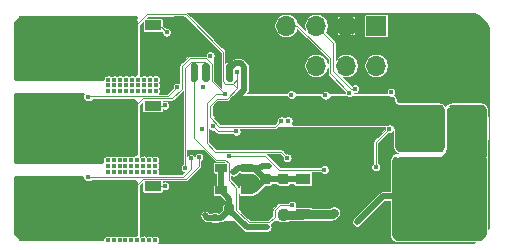
<source format=gbr>
%TF.GenerationSoftware,KiCad,Pcbnew,(5.1.6-0-10_14)*%
%TF.CreationDate,2021-03-16T08:34:44-04:00*%
%TF.ProjectId,F051_ESC,46303531-5f45-4534-932e-6b696361645f,rev?*%
%TF.SameCoordinates,Original*%
%TF.FileFunction,Copper,L1,Top*%
%TF.FilePolarity,Positive*%
%FSLAX46Y46*%
G04 Gerber Fmt 4.6, Leading zero omitted, Abs format (unit mm)*
G04 Created by KiCad (PCBNEW (5.1.6-0-10_14)) date 2021-03-16 08:34:44*
%MOMM*%
%LPD*%
G01*
G04 APERTURE LIST*
%TA.AperFunction,ComponentPad*%
%ADD10O,1.700000X1.700000*%
%TD*%
%TA.AperFunction,ComponentPad*%
%ADD11R,1.700000X1.700000*%
%TD*%
%TA.AperFunction,SMDPad,CuDef*%
%ADD12R,3.750000X4.700000*%
%TD*%
%TA.AperFunction,SMDPad,CuDef*%
%ADD13R,1.050000X0.850000*%
%TD*%
%TA.AperFunction,SMDPad,CuDef*%
%ADD14R,1.450000X0.850000*%
%TD*%
%TA.AperFunction,SMDPad,CuDef*%
%ADD15R,1.060000X0.650000*%
%TD*%
%TA.AperFunction,SMDPad,CuDef*%
%ADD16C,0.100000*%
%TD*%
%TA.AperFunction,SMDPad,CuDef*%
%ADD17R,1.300000X0.900000*%
%TD*%
%TA.AperFunction,ViaPad*%
%ADD18C,0.457200*%
%TD*%
%TA.AperFunction,ViaPad*%
%ADD19C,0.450000*%
%TD*%
%TA.AperFunction,Conductor*%
%ADD20C,0.500000*%
%TD*%
%TA.AperFunction,Conductor*%
%ADD21C,1.000000*%
%TD*%
%TA.AperFunction,Conductor*%
%ADD22C,0.250000*%
%TD*%
%TA.AperFunction,Conductor*%
%ADD23C,0.100000*%
%TD*%
%TA.AperFunction,Conductor*%
%ADD24C,0.750000*%
%TD*%
%TA.AperFunction,Conductor*%
%ADD25C,0.254000*%
%TD*%
G04 APERTURE END LIST*
D10*
%TO.P,J3,4*%
%TO.N,/MCU/SWDIO*%
X242550000Y-71330000D03*
%TO.P,J3,3*%
%TO.N,/MCU/SWCLK*%
X245090000Y-71330000D03*
%TO.P,J3,2*%
%TO.N,GND*%
X247630000Y-71330000D03*
D11*
%TO.P,J3,1*%
%TO.N,+3V3*%
X250170000Y-71330000D03*
%TD*%
D12*
%TO.P,Q6,9*%
%TO.N,/MCU/PhaseC*%
X227950000Y-86800000D03*
D13*
%TO.P,Q6,8*%
X225550000Y-88705000D03*
%TO.P,Q6,7*%
X225550000Y-87435000D03*
%TO.P,Q6,6*%
X225550000Y-86165000D03*
%TO.P,Q6,5*%
X225550000Y-84895000D03*
D14*
%TO.P,Q6,4*%
%TO.N,Net-(Q6-Pad4)*%
X231250000Y-84895000D03*
%TO.P,Q6,3*%
%TO.N,GND*%
X231250000Y-86165000D03*
%TO.P,Q6,2*%
X231250000Y-87435000D03*
%TO.P,Q6,1*%
X231250000Y-88705000D03*
%TD*%
D10*
%TO.P,J6,3*%
%TO.N,/MCU/USART1_TX*%
X245090000Y-74710000D03*
%TO.P,J6,2*%
%TO.N,/MCU/USART1_RX*%
X247630000Y-74710000D03*
%TO.P,J6,1*%
%TO.N,/MCU/NRST*%
X250170000Y-74710000D03*
%TD*%
%TO.P,J2,2*%
%TO.N,GND*%
%TA.AperFunction,SMDPad,CuDef*%
G36*
G01*
X234070000Y-70784600D02*
X234070000Y-72085400D01*
G75*
G02*
X233820400Y-72335000I-249600J0D01*
G01*
X233119600Y-72335000D01*
G75*
G02*
X232870000Y-72085400I0J249600D01*
G01*
X232870000Y-70784600D01*
G75*
G02*
X233119600Y-70535000I249600J0D01*
G01*
X233820400Y-70535000D01*
G75*
G02*
X234070000Y-70784600I0J-249600D01*
G01*
G37*
%TD.AperFunction*%
%TA.AperFunction,SMDPad,CuDef*%
G36*
G01*
X239670000Y-70784600D02*
X239670000Y-72085400D01*
G75*
G02*
X239420400Y-72335000I-249600J0D01*
G01*
X238719600Y-72335000D01*
G75*
G02*
X238470000Y-72085400I0J249600D01*
G01*
X238470000Y-70784600D01*
G75*
G02*
X238719600Y-70535000I249600J0D01*
G01*
X239420400Y-70535000D01*
G75*
G02*
X239670000Y-70784600I0J-249600D01*
G01*
G37*
%TD.AperFunction*%
%TO.P,J2,4*%
%TO.N,/MCU/PWM*%
%TA.AperFunction,SMDPad,CuDef*%
G36*
G01*
X235070000Y-74685000D02*
X235070000Y-75935000D01*
G75*
G02*
X234920000Y-76085000I-150000J0D01*
G01*
X234620000Y-76085000D01*
G75*
G02*
X234470000Y-75935000I0J150000D01*
G01*
X234470000Y-74685000D01*
G75*
G02*
X234620000Y-74535000I150000J0D01*
G01*
X234920000Y-74535000D01*
G75*
G02*
X235070000Y-74685000I0J-150000D01*
G01*
G37*
%TD.AperFunction*%
%TO.P,J2,3*%
%TO.N,/Curent Sense/CURR*%
%TA.AperFunction,SMDPad,CuDef*%
G36*
G01*
X236070000Y-74685000D02*
X236070000Y-75935000D01*
G75*
G02*
X235920000Y-76085000I-150000J0D01*
G01*
X235620000Y-76085000D01*
G75*
G02*
X235470000Y-75935000I0J150000D01*
G01*
X235470000Y-74685000D01*
G75*
G02*
X235620000Y-74535000I150000J0D01*
G01*
X235920000Y-74535000D01*
G75*
G02*
X236070000Y-74685000I0J-150000D01*
G01*
G37*
%TD.AperFunction*%
%TO.P,J2,2*%
%TO.N,GND*%
%TA.AperFunction,SMDPad,CuDef*%
G36*
G01*
X237070000Y-74685000D02*
X237070000Y-75935000D01*
G75*
G02*
X236920000Y-76085000I-150000J0D01*
G01*
X236620000Y-76085000D01*
G75*
G02*
X236470000Y-75935000I0J150000D01*
G01*
X236470000Y-74685000D01*
G75*
G02*
X236620000Y-74535000I150000J0D01*
G01*
X236920000Y-74535000D01*
G75*
G02*
X237070000Y-74685000I0J-150000D01*
G01*
G37*
%TD.AperFunction*%
%TO.P,J2,1*%
%TO.N,VCC_Shunt*%
%TA.AperFunction,SMDPad,CuDef*%
G36*
G01*
X238070000Y-74685000D02*
X238070000Y-75935000D01*
G75*
G02*
X237920000Y-76085000I-150000J0D01*
G01*
X237620000Y-76085000D01*
G75*
G02*
X237470000Y-75935000I0J150000D01*
G01*
X237470000Y-74685000D01*
G75*
G02*
X237620000Y-74535000I150000J0D01*
G01*
X237920000Y-74535000D01*
G75*
G02*
X238070000Y-74685000I0J-150000D01*
G01*
G37*
%TD.AperFunction*%
%TD*%
%TO.P,C20,2*%
%TO.N,VCC_Shunt*%
%TA.AperFunction,SMDPad,CuDef*%
G36*
G01*
X237955000Y-79045000D02*
X236705000Y-79045000D01*
G75*
G02*
X236455000Y-78795000I0J250000D01*
G01*
X236455000Y-78045000D01*
G75*
G02*
X236705000Y-77795000I250000J0D01*
G01*
X237955000Y-77795000D01*
G75*
G02*
X238205000Y-78045000I0J-250000D01*
G01*
X238205000Y-78795000D01*
G75*
G02*
X237955000Y-79045000I-250000J0D01*
G01*
G37*
%TD.AperFunction*%
%TO.P,C20,1*%
%TO.N,GND*%
%TA.AperFunction,SMDPad,CuDef*%
G36*
G01*
X237955000Y-81845000D02*
X236705000Y-81845000D01*
G75*
G02*
X236455000Y-81595000I0J250000D01*
G01*
X236455000Y-80845000D01*
G75*
G02*
X236705000Y-80595000I250000J0D01*
G01*
X237955000Y-80595000D01*
G75*
G02*
X238205000Y-80845000I0J-250000D01*
G01*
X238205000Y-81595000D01*
G75*
G02*
X237955000Y-81845000I-250000J0D01*
G01*
G37*
%TD.AperFunction*%
%TD*%
D15*
%TO.P,U4,5*%
%TO.N,+3V3*%
X237010000Y-85280000D03*
%TO.P,U4,4*%
X237010000Y-83380000D03*
%TO.P,U4,3*%
%TO.N,+12V*%
X239210000Y-83380000D03*
%TO.P,U4,2*%
%TO.N,GND*%
X239210000Y-84330000D03*
%TO.P,U4,1*%
%TO.N,+12V*%
X239210000Y-85280000D03*
%TD*%
%TO.P,R1,2*%
%TO.N,VCC_Shunt*%
%TA.AperFunction,SMDPad,CuDef*%
G36*
G01*
X255405000Y-79100000D02*
X255405000Y-80900000D01*
G75*
G02*
X254605000Y-81700000I-800000J0D01*
G01*
X253005000Y-81700000D01*
G75*
G02*
X252205000Y-80900000I0J800000D01*
G01*
X252205000Y-79100000D01*
G75*
G02*
X253005000Y-78300000I800000J0D01*
G01*
X254605000Y-78300000D01*
G75*
G02*
X255405000Y-79100000I0J-800000D01*
G01*
G37*
%TD.AperFunction*%
%TO.P,R1,1*%
%TO.N,VCC*%
%TA.AperFunction,SMDPad,CuDef*%
G36*
G01*
X259555000Y-79100000D02*
X259555000Y-80900000D01*
G75*
G02*
X258755000Y-81700000I-800000J0D01*
G01*
X257155000Y-81700000D01*
G75*
G02*
X256355000Y-80900000I0J800000D01*
G01*
X256355000Y-79100000D01*
G75*
G02*
X257155000Y-78300000I800000J0D01*
G01*
X258755000Y-78300000D01*
G75*
G02*
X259555000Y-79100000I0J-800000D01*
G01*
G37*
%TD.AperFunction*%
%TD*%
%TO.P,J1,2*%
%TO.N,GND*%
%TA.AperFunction,ComponentPad*%
G36*
G01*
X257375000Y-77500000D02*
X253625000Y-77500000D01*
G75*
G02*
X252000000Y-75875000I0J1625000D01*
G01*
X252000000Y-72625000D01*
G75*
G02*
X253625000Y-71000000I1625000J0D01*
G01*
X257375000Y-71000000D01*
G75*
G02*
X259000000Y-72625000I0J-1625000D01*
G01*
X259000000Y-75875000D01*
G75*
G02*
X257375000Y-77500000I-1625000J0D01*
G01*
G37*
%TD.AperFunction*%
%TO.P,J1,1*%
%TO.N,VCC*%
%TA.AperFunction,ComponentPad*%
G36*
G01*
X257375000Y-89000000D02*
X253625000Y-89000000D01*
G75*
G02*
X252000000Y-87375000I0J1625000D01*
G01*
X252000000Y-84125000D01*
G75*
G02*
X253625000Y-82500000I1625000J0D01*
G01*
X257375000Y-82500000D01*
G75*
G02*
X259000000Y-84125000I0J-1625000D01*
G01*
X259000000Y-87375000D01*
G75*
G02*
X257375000Y-89000000I-1625000J0D01*
G01*
G37*
%TD.AperFunction*%
%TD*%
%TA.AperFunction,SMDPad,CuDef*%
D16*
%TO.P,U3,2*%
%TO.N,GND*%
G36*
X247930000Y-86676500D02*
G01*
X244805000Y-86676500D01*
X244805000Y-86260000D01*
X243330000Y-86260000D01*
X243330000Y-85360000D01*
X244805000Y-85360000D01*
X244805000Y-84943500D01*
X247930000Y-84943500D01*
X247930000Y-86676500D01*
G37*
%TD.AperFunction*%
D17*
%TO.P,U3,3*%
%TO.N,VCC_Shunt*%
X243980000Y-87310000D03*
%TO.P,U3,1*%
%TO.N,+12V*%
X243980000Y-84310000D03*
%TD*%
%TO.P,J4,3*%
%TO.N,/MCU/PhaseA*%
%TA.AperFunction,ComponentPad*%
G36*
G01*
X223400000Y-75000000D02*
X220600000Y-75000000D01*
G75*
G02*
X220000000Y-74400000I0J600000D01*
G01*
X220000000Y-71600000D01*
G75*
G02*
X220600000Y-71000000I600000J0D01*
G01*
X223400000Y-71000000D01*
G75*
G02*
X224000000Y-71600000I0J-600000D01*
G01*
X224000000Y-74400000D01*
G75*
G02*
X223400000Y-75000000I-600000J0D01*
G01*
G37*
%TD.AperFunction*%
%TO.P,J4,2*%
%TO.N,/MCU/PhaseB*%
%TA.AperFunction,ComponentPad*%
G36*
G01*
X223400000Y-82000000D02*
X220600000Y-82000000D01*
G75*
G02*
X220000000Y-81400000I0J600000D01*
G01*
X220000000Y-78600000D01*
G75*
G02*
X220600000Y-78000000I600000J0D01*
G01*
X223400000Y-78000000D01*
G75*
G02*
X224000000Y-78600000I0J-600000D01*
G01*
X224000000Y-81400000D01*
G75*
G02*
X223400000Y-82000000I-600000J0D01*
G01*
G37*
%TD.AperFunction*%
%TO.P,J4,1*%
%TO.N,/MCU/PhaseC*%
%TA.AperFunction,ComponentPad*%
G36*
G01*
X223400000Y-89000000D02*
X220600000Y-89000000D01*
G75*
G02*
X220000000Y-88400000I0J600000D01*
G01*
X220000000Y-85600000D01*
G75*
G02*
X220600000Y-85000000I600000J0D01*
G01*
X223400000Y-85000000D01*
G75*
G02*
X224000000Y-85600000I0J-600000D01*
G01*
X224000000Y-88400000D01*
G75*
G02*
X223400000Y-89000000I-600000J0D01*
G01*
G37*
%TD.AperFunction*%
%TD*%
%TO.P,C5,2*%
%TO.N,GND*%
%TA.AperFunction,SMDPad,CuDef*%
G36*
G01*
X242043750Y-85450000D02*
X242556250Y-85450000D01*
G75*
G02*
X242775000Y-85668750I0J-218750D01*
G01*
X242775000Y-86106250D01*
G75*
G02*
X242556250Y-86325000I-218750J0D01*
G01*
X242043750Y-86325000D01*
G75*
G02*
X241825000Y-86106250I0J218750D01*
G01*
X241825000Y-85668750D01*
G75*
G02*
X242043750Y-85450000I218750J0D01*
G01*
G37*
%TD.AperFunction*%
%TO.P,C5,1*%
%TO.N,+12V*%
%TA.AperFunction,SMDPad,CuDef*%
G36*
G01*
X242043750Y-83875000D02*
X242556250Y-83875000D01*
G75*
G02*
X242775000Y-84093750I0J-218750D01*
G01*
X242775000Y-84531250D01*
G75*
G02*
X242556250Y-84750000I-218750J0D01*
G01*
X242043750Y-84750000D01*
G75*
G02*
X241825000Y-84531250I0J218750D01*
G01*
X241825000Y-84093750D01*
G75*
G02*
X242043750Y-83875000I218750J0D01*
G01*
G37*
%TD.AperFunction*%
%TD*%
%TO.P,C4,2*%
%TO.N,GND*%
%TA.AperFunction,SMDPad,CuDef*%
G36*
G01*
X241200000Y-87103750D02*
X241200000Y-87616250D01*
G75*
G02*
X240981250Y-87835000I-218750J0D01*
G01*
X240543750Y-87835000D01*
G75*
G02*
X240325000Y-87616250I0J218750D01*
G01*
X240325000Y-87103750D01*
G75*
G02*
X240543750Y-86885000I218750J0D01*
G01*
X240981250Y-86885000D01*
G75*
G02*
X241200000Y-87103750I0J-218750D01*
G01*
G37*
%TD.AperFunction*%
%TO.P,C4,1*%
%TO.N,VCC_Shunt*%
%TA.AperFunction,SMDPad,CuDef*%
G36*
G01*
X242775000Y-87103750D02*
X242775000Y-87616250D01*
G75*
G02*
X242556250Y-87835000I-218750J0D01*
G01*
X242118750Y-87835000D01*
G75*
G02*
X241900000Y-87616250I0J218750D01*
G01*
X241900000Y-87103750D01*
G75*
G02*
X242118750Y-86885000I218750J0D01*
G01*
X242556250Y-86885000D01*
G75*
G02*
X242775000Y-87103750I0J-218750D01*
G01*
G37*
%TD.AperFunction*%
%TD*%
%TO.P,C24,2*%
%TO.N,GND*%
%TA.AperFunction,SMDPad,CuDef*%
G36*
G01*
X238880000Y-87166250D02*
X238880000Y-86653750D01*
G75*
G02*
X239098750Y-86435000I218750J0D01*
G01*
X239536250Y-86435000D01*
G75*
G02*
X239755000Y-86653750I0J-218750D01*
G01*
X239755000Y-87166250D01*
G75*
G02*
X239536250Y-87385000I-218750J0D01*
G01*
X239098750Y-87385000D01*
G75*
G02*
X238880000Y-87166250I0J218750D01*
G01*
G37*
%TD.AperFunction*%
%TO.P,C24,1*%
%TO.N,+3V3*%
%TA.AperFunction,SMDPad,CuDef*%
G36*
G01*
X237305000Y-87166250D02*
X237305000Y-86653750D01*
G75*
G02*
X237523750Y-86435000I218750J0D01*
G01*
X237961250Y-86435000D01*
G75*
G02*
X238180000Y-86653750I0J-218750D01*
G01*
X238180000Y-87166250D01*
G75*
G02*
X237961250Y-87385000I-218750J0D01*
G01*
X237523750Y-87385000D01*
G75*
G02*
X237305000Y-87166250I0J218750D01*
G01*
G37*
%TD.AperFunction*%
%TD*%
%TO.P,C23,2*%
%TO.N,GND*%
%TA.AperFunction,SMDPad,CuDef*%
G36*
G01*
X236702500Y-86920000D02*
X236357500Y-86920000D01*
G75*
G02*
X236210000Y-86772500I0J147500D01*
G01*
X236210000Y-86477500D01*
G75*
G02*
X236357500Y-86330000I147500J0D01*
G01*
X236702500Y-86330000D01*
G75*
G02*
X236850000Y-86477500I0J-147500D01*
G01*
X236850000Y-86772500D01*
G75*
G02*
X236702500Y-86920000I-147500J0D01*
G01*
G37*
%TD.AperFunction*%
%TO.P,C23,1*%
%TO.N,+3V3*%
%TA.AperFunction,SMDPad,CuDef*%
G36*
G01*
X236702500Y-87890000D02*
X236357500Y-87890000D01*
G75*
G02*
X236210000Y-87742500I0J147500D01*
G01*
X236210000Y-87447500D01*
G75*
G02*
X236357500Y-87300000I147500J0D01*
G01*
X236702500Y-87300000D01*
G75*
G02*
X236850000Y-87447500I0J-147500D01*
G01*
X236850000Y-87742500D01*
G75*
G02*
X236702500Y-87890000I-147500J0D01*
G01*
G37*
%TD.AperFunction*%
%TD*%
%TO.P,C22,2*%
%TO.N,GND*%
%TA.AperFunction,SMDPad,CuDef*%
G36*
G01*
X240533750Y-85450000D02*
X241046250Y-85450000D01*
G75*
G02*
X241265000Y-85668750I0J-218750D01*
G01*
X241265000Y-86106250D01*
G75*
G02*
X241046250Y-86325000I-218750J0D01*
G01*
X240533750Y-86325000D01*
G75*
G02*
X240315000Y-86106250I0J218750D01*
G01*
X240315000Y-85668750D01*
G75*
G02*
X240533750Y-85450000I218750J0D01*
G01*
G37*
%TD.AperFunction*%
%TO.P,C22,1*%
%TO.N,+12V*%
%TA.AperFunction,SMDPad,CuDef*%
G36*
G01*
X240533750Y-83875000D02*
X241046250Y-83875000D01*
G75*
G02*
X241265000Y-84093750I0J-218750D01*
G01*
X241265000Y-84531250D01*
G75*
G02*
X241046250Y-84750000I-218750J0D01*
G01*
X240533750Y-84750000D01*
G75*
G02*
X240315000Y-84531250I0J218750D01*
G01*
X240315000Y-84093750D01*
G75*
G02*
X240533750Y-83875000I218750J0D01*
G01*
G37*
%TD.AperFunction*%
%TD*%
%TO.P,C21,2*%
%TO.N,VCC_Shunt*%
%TA.AperFunction,SMDPad,CuDef*%
G36*
G01*
X249405000Y-79045000D02*
X248155000Y-79045000D01*
G75*
G02*
X247905000Y-78795000I0J250000D01*
G01*
X247905000Y-78045000D01*
G75*
G02*
X248155000Y-77795000I250000J0D01*
G01*
X249405000Y-77795000D01*
G75*
G02*
X249655000Y-78045000I0J-250000D01*
G01*
X249655000Y-78795000D01*
G75*
G02*
X249405000Y-79045000I-250000J0D01*
G01*
G37*
%TD.AperFunction*%
%TO.P,C21,1*%
%TO.N,GND*%
%TA.AperFunction,SMDPad,CuDef*%
G36*
G01*
X249405000Y-81845000D02*
X248155000Y-81845000D01*
G75*
G02*
X247905000Y-81595000I0J250000D01*
G01*
X247905000Y-80845000D01*
G75*
G02*
X248155000Y-80595000I250000J0D01*
G01*
X249405000Y-80595000D01*
G75*
G02*
X249655000Y-80845000I0J-250000D01*
G01*
X249655000Y-81595000D01*
G75*
G02*
X249405000Y-81845000I-250000J0D01*
G01*
G37*
%TD.AperFunction*%
%TD*%
%TO.P,C19,2*%
%TO.N,VCC_Shunt*%
%TA.AperFunction,SMDPad,CuDef*%
G36*
G01*
X247115000Y-79045000D02*
X245865000Y-79045000D01*
G75*
G02*
X245615000Y-78795000I0J250000D01*
G01*
X245615000Y-78045000D01*
G75*
G02*
X245865000Y-77795000I250000J0D01*
G01*
X247115000Y-77795000D01*
G75*
G02*
X247365000Y-78045000I0J-250000D01*
G01*
X247365000Y-78795000D01*
G75*
G02*
X247115000Y-79045000I-250000J0D01*
G01*
G37*
%TD.AperFunction*%
%TO.P,C19,1*%
%TO.N,GND*%
%TA.AperFunction,SMDPad,CuDef*%
G36*
G01*
X247115000Y-81845000D02*
X245865000Y-81845000D01*
G75*
G02*
X245615000Y-81595000I0J250000D01*
G01*
X245615000Y-80845000D01*
G75*
G02*
X245865000Y-80595000I250000J0D01*
G01*
X247115000Y-80595000D01*
G75*
G02*
X247365000Y-80845000I0J-250000D01*
G01*
X247365000Y-81595000D01*
G75*
G02*
X247115000Y-81845000I-250000J0D01*
G01*
G37*
%TD.AperFunction*%
%TD*%
%TO.P,C18,2*%
%TO.N,VCC_Shunt*%
%TA.AperFunction,SMDPad,CuDef*%
G36*
G01*
X240245000Y-79045000D02*
X238995000Y-79045000D01*
G75*
G02*
X238745000Y-78795000I0J250000D01*
G01*
X238745000Y-78045000D01*
G75*
G02*
X238995000Y-77795000I250000J0D01*
G01*
X240245000Y-77795000D01*
G75*
G02*
X240495000Y-78045000I0J-250000D01*
G01*
X240495000Y-78795000D01*
G75*
G02*
X240245000Y-79045000I-250000J0D01*
G01*
G37*
%TD.AperFunction*%
%TO.P,C18,1*%
%TO.N,GND*%
%TA.AperFunction,SMDPad,CuDef*%
G36*
G01*
X240245000Y-81845000D02*
X238995000Y-81845000D01*
G75*
G02*
X238745000Y-81595000I0J250000D01*
G01*
X238745000Y-80845000D01*
G75*
G02*
X238995000Y-80595000I250000J0D01*
G01*
X240245000Y-80595000D01*
G75*
G02*
X240495000Y-80845000I0J-250000D01*
G01*
X240495000Y-81595000D01*
G75*
G02*
X240245000Y-81845000I-250000J0D01*
G01*
G37*
%TD.AperFunction*%
%TD*%
%TO.P,C17,2*%
%TO.N,VCC_Shunt*%
%TA.AperFunction,SMDPad,CuDef*%
G36*
G01*
X244825000Y-79045000D02*
X243575000Y-79045000D01*
G75*
G02*
X243325000Y-78795000I0J250000D01*
G01*
X243325000Y-78045000D01*
G75*
G02*
X243575000Y-77795000I250000J0D01*
G01*
X244825000Y-77795000D01*
G75*
G02*
X245075000Y-78045000I0J-250000D01*
G01*
X245075000Y-78795000D01*
G75*
G02*
X244825000Y-79045000I-250000J0D01*
G01*
G37*
%TD.AperFunction*%
%TO.P,C17,1*%
%TO.N,GND*%
%TA.AperFunction,SMDPad,CuDef*%
G36*
G01*
X244825000Y-81845000D02*
X243575000Y-81845000D01*
G75*
G02*
X243325000Y-81595000I0J250000D01*
G01*
X243325000Y-80845000D01*
G75*
G02*
X243575000Y-80595000I250000J0D01*
G01*
X244825000Y-80595000D01*
G75*
G02*
X245075000Y-80845000I0J-250000D01*
G01*
X245075000Y-81595000D01*
G75*
G02*
X244825000Y-81845000I-250000J0D01*
G01*
G37*
%TD.AperFunction*%
%TD*%
%TO.P,C16,2*%
%TO.N,VCC_Shunt*%
%TA.AperFunction,SMDPad,CuDef*%
G36*
G01*
X242535000Y-79045000D02*
X241285000Y-79045000D01*
G75*
G02*
X241035000Y-78795000I0J250000D01*
G01*
X241035000Y-78045000D01*
G75*
G02*
X241285000Y-77795000I250000J0D01*
G01*
X242535000Y-77795000D01*
G75*
G02*
X242785000Y-78045000I0J-250000D01*
G01*
X242785000Y-78795000D01*
G75*
G02*
X242535000Y-79045000I-250000J0D01*
G01*
G37*
%TD.AperFunction*%
%TO.P,C16,1*%
%TO.N,GND*%
%TA.AperFunction,SMDPad,CuDef*%
G36*
G01*
X242535000Y-81845000D02*
X241285000Y-81845000D01*
G75*
G02*
X241035000Y-81595000I0J250000D01*
G01*
X241035000Y-80845000D01*
G75*
G02*
X241285000Y-80595000I250000J0D01*
G01*
X242535000Y-80595000D01*
G75*
G02*
X242785000Y-80845000I0J-250000D01*
G01*
X242785000Y-81595000D01*
G75*
G02*
X242535000Y-81845000I-250000J0D01*
G01*
G37*
%TD.AperFunction*%
%TD*%
D12*
%TO.P,Q4,9*%
%TO.N,/MCU/PhaseB*%
X227950000Y-80000000D03*
D13*
%TO.P,Q4,8*%
X225550000Y-81905000D03*
%TO.P,Q4,7*%
X225550000Y-80635000D03*
%TO.P,Q4,6*%
X225550000Y-79365000D03*
%TO.P,Q4,5*%
X225550000Y-78095000D03*
D14*
%TO.P,Q4,4*%
%TO.N,Net-(Q4-Pad4)*%
X231250000Y-78095000D03*
%TO.P,Q4,3*%
%TO.N,GND*%
X231250000Y-79365000D03*
%TO.P,Q4,2*%
X231250000Y-80635000D03*
%TO.P,Q4,1*%
X231250000Y-81905000D03*
%TD*%
D12*
%TO.P,Q2,9*%
%TO.N,/MCU/PhaseA*%
X227990000Y-73200000D03*
D13*
%TO.P,Q2,8*%
X225590000Y-75105000D03*
%TO.P,Q2,7*%
X225590000Y-73835000D03*
%TO.P,Q2,6*%
X225590000Y-72565000D03*
%TO.P,Q2,5*%
X225590000Y-71295000D03*
D14*
%TO.P,Q2,4*%
%TO.N,Net-(Q2-Pad4)*%
X231290000Y-71295000D03*
%TO.P,Q2,3*%
%TO.N,GND*%
X231290000Y-72565000D03*
%TO.P,Q2,2*%
X231290000Y-73835000D03*
%TO.P,Q2,1*%
X231290000Y-75105000D03*
%TD*%
D18*
%TO.N,VCC*%
X254750000Y-88000000D03*
X254000000Y-88000000D03*
X253250000Y-88000000D03*
X253250000Y-87250000D03*
X254750000Y-87250000D03*
X254000000Y-87250000D03*
X255500000Y-86500000D03*
X254000000Y-86500000D03*
X254750000Y-86500000D03*
X254750000Y-85750000D03*
X254000000Y-88750000D03*
X254750000Y-88750000D03*
X257000000Y-88750000D03*
X255500000Y-88750000D03*
X256250000Y-88750000D03*
X255500000Y-88000000D03*
X256250000Y-88000000D03*
X257000000Y-88000000D03*
X257750000Y-88000000D03*
X258500000Y-88000000D03*
X255500000Y-87250000D03*
X252500000Y-87250000D03*
X253250000Y-86500000D03*
X252500000Y-86500000D03*
X254000000Y-85750000D03*
X253250000Y-85750000D03*
X252500000Y-85750000D03*
X252500000Y-85000000D03*
X253250000Y-85000000D03*
X254000000Y-85000000D03*
X252500000Y-84250000D03*
X254000000Y-84250000D03*
X253250000Y-84250000D03*
X252500000Y-83500000D03*
X253250000Y-83500000D03*
X254000000Y-83500000D03*
X254000000Y-82750000D03*
X254750000Y-82750000D03*
X254750000Y-83500000D03*
X254750000Y-84250000D03*
X254750000Y-85000000D03*
X255500000Y-85000000D03*
X255500000Y-84250000D03*
X255500000Y-83500000D03*
X255500000Y-82750000D03*
X256250000Y-82750000D03*
X256250000Y-83500000D03*
X257000000Y-83500000D03*
X257750000Y-83500000D03*
X258500000Y-83500000D03*
X258500000Y-84250000D03*
X257750000Y-84250000D03*
X257000000Y-84250000D03*
X256250000Y-84250000D03*
X256250000Y-85000000D03*
X257000000Y-85000000D03*
X257750000Y-85000000D03*
X258500000Y-85000000D03*
X258500000Y-87250000D03*
X257750000Y-87250000D03*
X257000000Y-87250000D03*
X256250000Y-87250000D03*
X256250000Y-86500000D03*
X257000000Y-86500000D03*
X257750000Y-86500000D03*
X258500000Y-86500000D03*
X258500000Y-85750000D03*
X257750000Y-85750000D03*
X257000000Y-85750000D03*
X256250000Y-85750000D03*
X257000000Y-82750000D03*
D19*
X248550000Y-87950000D03*
D18*
%TO.N,GND*%
X258500000Y-76500000D03*
X258500000Y-75750000D03*
X258500000Y-75000000D03*
X257750000Y-75000000D03*
X257750000Y-75750000D03*
X257000000Y-75750000D03*
X257000000Y-75000000D03*
X256250000Y-75000000D03*
X256250000Y-75750000D03*
X255500000Y-75750000D03*
X255500000Y-75000000D03*
X254750000Y-75000000D03*
X254750000Y-75750000D03*
X254750000Y-76500000D03*
X255500000Y-76500000D03*
X256250000Y-76500000D03*
X257000000Y-76500000D03*
X257750000Y-76500000D03*
X257000000Y-77250000D03*
X256250000Y-77250000D03*
X255500000Y-77250000D03*
X254750000Y-77250000D03*
X254000000Y-77250000D03*
X252500000Y-76500000D03*
X253250000Y-76500000D03*
X254000000Y-76500000D03*
X254000000Y-75750000D03*
X253250000Y-75750000D03*
X252500000Y-75750000D03*
X252500000Y-75000000D03*
X253250000Y-75000000D03*
X254000000Y-75000000D03*
X252500000Y-74250000D03*
X253250000Y-74250000D03*
X254000000Y-74250000D03*
X254750000Y-74250000D03*
X253250000Y-73500000D03*
X252500000Y-73500000D03*
X254000000Y-73500000D03*
X254750000Y-73500000D03*
X254750000Y-72750000D03*
X254000000Y-72750000D03*
X253250000Y-72750000D03*
X252500000Y-72750000D03*
X252500000Y-72000000D03*
X253250000Y-72000000D03*
X254000000Y-71250000D03*
X254000000Y-72000000D03*
X254750000Y-72000000D03*
X254750000Y-71250000D03*
X255500000Y-71250000D03*
X256250000Y-71250000D03*
X257000000Y-71250000D03*
X258500000Y-72000000D03*
X257750000Y-72000000D03*
X257000000Y-72000000D03*
X256250000Y-72000000D03*
X255500000Y-72000000D03*
X255500000Y-72750000D03*
X256250000Y-72750000D03*
X257000000Y-72750000D03*
X257750000Y-72750000D03*
X258500000Y-72750000D03*
X258500000Y-73500000D03*
X257750000Y-73500000D03*
X257000000Y-73500000D03*
X256250000Y-73500000D03*
X255500000Y-73500000D03*
X258500000Y-74250000D03*
X257750000Y-74250000D03*
X257000000Y-74250000D03*
X256250000Y-74250000D03*
D19*
X242710000Y-79380000D03*
X238310000Y-84285000D03*
X247700000Y-80300000D03*
X247200000Y-80300000D03*
X248200000Y-80300000D03*
X244470004Y-82530000D03*
X245370000Y-83120000D03*
X242830002Y-75040000D03*
X243630000Y-86534998D03*
X241590000Y-86010000D03*
X250690000Y-82520000D03*
X240100000Y-70700000D03*
X240100000Y-71200000D03*
X240100000Y-71700000D03*
X240100000Y-72200000D03*
X234400000Y-72800000D03*
X249050000Y-85530000D03*
X248625000Y-87005000D03*
X249050000Y-86580000D03*
X233000000Y-86800000D03*
X233000000Y-86300000D03*
X233000000Y-85800000D03*
X232500000Y-86800000D03*
X232500000Y-86300000D03*
X232500000Y-85800000D03*
X232500000Y-80500000D03*
X232500000Y-79500000D03*
X232500000Y-80000000D03*
X232500000Y-82000000D03*
X232500000Y-81500000D03*
X232500000Y-81000000D03*
X232500000Y-79000000D03*
X233500000Y-86800000D03*
X233500000Y-86300000D03*
X233500000Y-87300000D03*
X233000000Y-87300000D03*
X232500000Y-74300000D03*
X232500000Y-73800000D03*
X232500000Y-74800000D03*
X232500000Y-75300000D03*
X243100000Y-72600000D03*
X243100000Y-73100000D03*
X244100000Y-73100000D03*
X244100000Y-72600000D03*
X243600000Y-73600000D03*
X244100000Y-73600000D03*
X243600000Y-73100000D03*
X243600000Y-72600000D03*
X243100000Y-73600000D03*
X242100000Y-73600000D03*
X242600000Y-72600000D03*
X242600000Y-73100000D03*
X242600000Y-73600000D03*
X242100000Y-73100000D03*
X242100000Y-72600000D03*
X240450000Y-76950000D03*
X240950000Y-76950000D03*
X239950000Y-76950000D03*
X240450000Y-76450000D03*
X240950000Y-76450000D03*
X240600000Y-72200000D03*
X240600000Y-70700000D03*
X240600000Y-71200000D03*
X240600000Y-71700000D03*
X241100000Y-71200000D03*
X241100000Y-72200000D03*
X241100000Y-70700000D03*
X241100000Y-71700000D03*
%TO.N,+3V3*%
X235700000Y-87400000D03*
X240920000Y-88400000D03*
X245890000Y-77220000D03*
X251430000Y-76970000D03*
%TO.N,+12V*%
X235500000Y-76500000D03*
X240484195Y-83213143D03*
X241070000Y-83210000D03*
X238450000Y-83380000D03*
X238099998Y-83730000D03*
X235430000Y-80125000D03*
X236130000Y-73880000D03*
X243000000Y-77170000D03*
D18*
%TO.N,/MCU/PhaseB*%
X220500000Y-78500000D03*
X221250000Y-78500000D03*
X222000000Y-78500000D03*
X222750000Y-78500000D03*
X223500000Y-78500000D03*
X223500000Y-79250000D03*
X223500000Y-80000000D03*
X223500000Y-80750000D03*
X223500000Y-81500000D03*
X222750000Y-81500000D03*
X222750000Y-80750000D03*
X222000000Y-80750000D03*
X222000000Y-81500000D03*
X220500000Y-81500000D03*
X221250000Y-81500000D03*
X221250000Y-80750000D03*
X220500000Y-80750000D03*
X220500000Y-80000000D03*
X220500000Y-79250000D03*
X221250000Y-79250000D03*
X221250000Y-80000000D03*
X222000000Y-79250000D03*
X222750000Y-79250000D03*
X222750000Y-80000000D03*
D19*
X237340000Y-77135000D03*
X242639996Y-82530000D03*
%TO.N,/MCU/PhaseA*%
X242159997Y-79380000D03*
D18*
X220500000Y-71500000D03*
X221250000Y-71500000D03*
X222000000Y-71500000D03*
X222750000Y-71500000D03*
X223500000Y-71500000D03*
X223500000Y-72250000D03*
X222750000Y-72250000D03*
X222000000Y-72250000D03*
X220500000Y-72250000D03*
X221250000Y-72250000D03*
X221250000Y-73000000D03*
X220500000Y-73000000D03*
X220500000Y-73750000D03*
X220500000Y-74500000D03*
X221250000Y-74500000D03*
X221250000Y-73750000D03*
X222000000Y-73750000D03*
X222000000Y-74500000D03*
X223500000Y-74500000D03*
X222750000Y-74500000D03*
X222750000Y-73750000D03*
X223500000Y-73750000D03*
X223500000Y-73000000D03*
X222750000Y-73000000D03*
D19*
X238430001Y-75253187D03*
D18*
%TO.N,/MCU/PhaseC*%
X222750000Y-88500000D03*
X223500000Y-88500000D03*
X223500000Y-87750000D03*
X222750000Y-87750000D03*
X222000000Y-87750000D03*
X222000000Y-88500000D03*
X221250000Y-88500000D03*
X220500000Y-88500000D03*
X220500000Y-87750000D03*
X221250000Y-87750000D03*
X221250000Y-87000000D03*
X220500000Y-87000000D03*
X220500000Y-85500000D03*
X220500000Y-86250000D03*
X221250000Y-86250000D03*
X221250000Y-85500000D03*
X222000000Y-85500000D03*
X222750000Y-85500000D03*
X223500000Y-85500000D03*
X222750000Y-86250000D03*
X223500000Y-86250000D03*
X223500000Y-87000000D03*
X222750000Y-87000000D03*
X222000000Y-86250000D03*
D19*
X237760000Y-82375000D03*
X245800000Y-83530004D03*
X235174344Y-82450419D03*
%TO.N,Net-(Q2-Pad4)*%
X238330000Y-80280000D03*
X232430000Y-71890000D03*
X236331269Y-79861614D03*
%TO.N,Net-(Q3-Pad4)*%
X225750000Y-77344986D03*
X233335010Y-76540000D03*
%TO.N,Net-(Q4-Pad4)*%
X232300000Y-78080000D03*
%TO.N,Net-(Q5-Pad4)*%
X234470000Y-82580000D03*
X225760003Y-84119981D03*
%TO.N,Net-(Q6-Pad4)*%
X232300002Y-84900000D03*
%TO.N,/MCU/NRST*%
X250140000Y-83300000D03*
X251280020Y-80050000D03*
%TO.N,/MCU/PWM*%
X243030000Y-86520000D03*
%TO.N,/MCU/SWCLK*%
X248380002Y-76670000D03*
%TO.N,/MCU/SWDIO*%
X247899410Y-77009067D03*
%TO.N,VCC_Shunt*%
X231500000Y-75900000D03*
X231000000Y-75900000D03*
X230500000Y-75900000D03*
X230000000Y-75900000D03*
X229500000Y-75900000D03*
D18*
X253500000Y-79000000D03*
X253000000Y-79000000D03*
X253500000Y-81500000D03*
X253000000Y-81500000D03*
X253000000Y-81000000D03*
X253500000Y-81000000D03*
X253500000Y-80500000D03*
X253000000Y-80500000D03*
X253000000Y-80000000D03*
X253500000Y-80000000D03*
X253500000Y-79500000D03*
X253000000Y-79500000D03*
X252500000Y-81500000D03*
X252500000Y-81000000D03*
X252500000Y-80500000D03*
X252500000Y-80000000D03*
X252500000Y-79500000D03*
X252500000Y-79000000D03*
X254000000Y-79000000D03*
X254500000Y-79000000D03*
X255000000Y-79000000D03*
X255000000Y-79500000D03*
X254500000Y-79500000D03*
X254000000Y-79500000D03*
X254000000Y-80000000D03*
X254500000Y-80000000D03*
X255000000Y-80000000D03*
X255000000Y-80500000D03*
X254500000Y-80500000D03*
X254000000Y-80500000D03*
X254000000Y-81000000D03*
X254500000Y-81000000D03*
X255000000Y-81000000D03*
X255000000Y-81500000D03*
X254500000Y-81500000D03*
X254000000Y-81500000D03*
X253500000Y-78500000D03*
X253000000Y-78500000D03*
X252500000Y-78500000D03*
X254000000Y-78500000D03*
X254500000Y-78500000D03*
X255000000Y-78500000D03*
D19*
X246589996Y-87160000D03*
D18*
X255500000Y-81500000D03*
X255500000Y-81000000D03*
X255500000Y-80000000D03*
X255500000Y-79500000D03*
X255500000Y-78500000D03*
X255500000Y-80500000D03*
X255500000Y-79000000D03*
D19*
X229450000Y-82710000D03*
X231450000Y-82710000D03*
X229950000Y-82710000D03*
X230950000Y-82710000D03*
X230450000Y-82710000D03*
X230950000Y-89500000D03*
X229950000Y-89500000D03*
X230450000Y-89500000D03*
X229450000Y-89500000D03*
X231450000Y-89500000D03*
X230950000Y-83210000D03*
X229450000Y-83210000D03*
X229950000Y-83210000D03*
X231450000Y-83210000D03*
X230450000Y-83210000D03*
X230450000Y-83710000D03*
X229950000Y-83710000D03*
X229450000Y-83710000D03*
X231450000Y-83710000D03*
X230950000Y-83710000D03*
X229500000Y-76400000D03*
X231500000Y-76400000D03*
X230000000Y-76400000D03*
X231000000Y-76400000D03*
X230500000Y-76400000D03*
X227950000Y-83710000D03*
X228450000Y-83710000D03*
X227450000Y-83710000D03*
X228950000Y-83710000D03*
X228450000Y-83210000D03*
X227950000Y-83210000D03*
X227450000Y-83210000D03*
X228950000Y-83210000D03*
X228950000Y-82710000D03*
X227450000Y-82710000D03*
X227950000Y-82710000D03*
X228450000Y-82710000D03*
X228450000Y-89500000D03*
X227950000Y-89500000D03*
X227450000Y-89500000D03*
X228950000Y-89500000D03*
X228500000Y-76400000D03*
X228000000Y-76400000D03*
X227500000Y-76400000D03*
X229000000Y-76400000D03*
X227500000Y-75900000D03*
X228000000Y-75900000D03*
X229000000Y-75900000D03*
X228500000Y-75900000D03*
X228500000Y-76900000D03*
X228000000Y-76900000D03*
X227500000Y-76900000D03*
X229000000Y-76900000D03*
X231500000Y-76900000D03*
X230500000Y-76900000D03*
X230000000Y-76900000D03*
X229500000Y-76900000D03*
X231000000Y-76900000D03*
%TO.N,/Curent Sense/CURR*%
X233990000Y-83380000D03*
%TD*%
D20*
%TO.N,VCC*%
X250750000Y-85750000D02*
X255500000Y-85750000D01*
X248550000Y-87950000D02*
X250750000Y-85750000D01*
D21*
X257955000Y-83295000D02*
X255500000Y-85750000D01*
X257955000Y-80000000D02*
X257955000Y-83295000D01*
D22*
%TO.N,GND*%
X238355000Y-84330000D02*
X238310000Y-84285000D01*
X239210000Y-84330000D02*
X238355000Y-84330000D01*
X241712500Y-85887500D02*
X241590000Y-86010000D01*
X242300000Y-85887500D02*
X241712500Y-85887500D01*
X236770000Y-75310000D02*
X236770000Y-73630000D01*
X235940000Y-72800000D02*
X234400000Y-72800000D01*
X236770000Y-73630000D02*
X235940000Y-72800000D01*
D20*
%TO.N,+3V3*%
X237010000Y-83380000D02*
X237010000Y-85280000D01*
X237742500Y-86012500D02*
X237010000Y-85280000D01*
X237742500Y-86910000D02*
X237742500Y-86012500D01*
X237057500Y-87595000D02*
X237742500Y-86910000D01*
X236530000Y-87595000D02*
X237057500Y-87595000D01*
X235895000Y-87595000D02*
X235700000Y-87400000D01*
X236530000Y-87595000D02*
X235895000Y-87595000D01*
X239232500Y-88400000D02*
X240920000Y-88400000D01*
X237742500Y-86910000D02*
X239232500Y-88400000D01*
%TO.N,+12V*%
X239822500Y-85280000D02*
X240790000Y-84312500D01*
X239210000Y-85280000D02*
X239822500Y-85280000D01*
X243977500Y-84312500D02*
X243980000Y-84310000D01*
X240790000Y-84312500D02*
X243977500Y-84312500D01*
X239857500Y-83380000D02*
X239210000Y-83380000D01*
X240790000Y-84312500D02*
X239857500Y-83380000D01*
X240317338Y-83380000D02*
X240484195Y-83213143D01*
X239857500Y-83380000D02*
X240317338Y-83380000D01*
X241066857Y-83213143D02*
X241070000Y-83210000D01*
X240484195Y-83213143D02*
X241066857Y-83213143D01*
X239210000Y-83380000D02*
X238450000Y-83380000D01*
X238450000Y-83380000D02*
X238224999Y-83604999D01*
X238224999Y-83604999D02*
X238099998Y-83730000D01*
D23*
%TO.N,/MCU/PhaseB*%
X242109996Y-82000000D02*
X242639996Y-82530000D01*
X236625000Y-77135000D02*
X235844833Y-77915167D01*
X237340000Y-77135000D02*
X236625000Y-77135000D01*
X236544298Y-82000000D02*
X242109996Y-82000000D01*
X235844833Y-77915167D02*
X235844833Y-81300535D01*
X235844833Y-81300535D02*
X236544298Y-82000000D01*
X230469989Y-77480011D02*
X227950000Y-80000000D01*
X233710011Y-76700001D02*
X232930001Y-77480011D01*
X233710011Y-74759989D02*
X233710011Y-76700001D01*
X232930001Y-77480011D02*
X230469989Y-77480011D01*
X234380000Y-74090000D02*
X233710011Y-74759989D01*
X236260000Y-76055000D02*
X236260000Y-74570000D01*
X236260000Y-74570000D02*
X235780000Y-74090000D01*
X235780000Y-74090000D02*
X234380000Y-74090000D01*
X237340000Y-77135000D02*
X236260000Y-76055000D01*
%TO.N,/MCU/PhaseA*%
X238430001Y-76600001D02*
X238430001Y-75253187D01*
X238430001Y-75253187D02*
X238430001Y-75849279D01*
X238430001Y-75849279D02*
X238044270Y-76235010D01*
X238409261Y-76600001D02*
X238044270Y-76235010D01*
X238430001Y-76600001D02*
X238409261Y-76600001D01*
X230805010Y-70384990D02*
X227990000Y-73200000D01*
X237220010Y-73550010D02*
X234054990Y-70384990D01*
X238044270Y-76235010D02*
X237395750Y-76235010D01*
X237220010Y-76059270D02*
X237220010Y-73550010D01*
X234054990Y-70384990D02*
X230805010Y-70384990D01*
X237395750Y-76235010D02*
X237220010Y-76059270D01*
X237510002Y-77520000D02*
X238430001Y-76600001D01*
X236664298Y-77520000D02*
X237510002Y-77520000D01*
X242159997Y-79380000D02*
X241649997Y-79890000D01*
X236080000Y-78104298D02*
X236664298Y-77520000D01*
X236080000Y-79080000D02*
X236080000Y-78104298D01*
X236890000Y-79890000D02*
X236080000Y-79080000D01*
X241649997Y-79890000D02*
X236890000Y-79890000D01*
%TO.N,/MCU/PhaseC*%
X241955702Y-83530004D02*
X245800000Y-83530004D01*
X240800698Y-82375000D02*
X241955702Y-83530004D01*
X237760000Y-82375000D02*
X240800698Y-82375000D01*
X230430001Y-84319999D02*
X227950000Y-86800000D01*
X234040001Y-84319999D02*
X230430001Y-84319999D01*
X235174344Y-83185656D02*
X234040001Y-84319999D01*
X235174344Y-82450419D02*
X235174344Y-83185656D01*
%TO.N,Net-(Q2-Pad4)*%
X231290000Y-71295000D02*
X231835000Y-71295000D01*
X231835000Y-71295000D02*
X232430000Y-71890000D01*
X238330000Y-80280000D02*
X236749655Y-80280000D01*
X236749655Y-80280000D02*
X236331269Y-79861614D01*
%TO.N,Net-(Q3-Pad4)*%
X225750000Y-77344986D02*
X225814986Y-77280000D01*
X225814986Y-77280000D02*
X232595010Y-77280000D01*
X232595010Y-77280000D02*
X233335010Y-76540000D01*
%TO.N,Net-(Q4-Pad4)*%
X231250000Y-78095000D02*
X232285000Y-78095000D01*
X232285000Y-78095000D02*
X232300000Y-78080000D01*
%TO.N,Net-(Q5-Pad4)*%
X233805021Y-84119981D02*
X225760003Y-84119981D01*
X234470000Y-82580000D02*
X234470000Y-83455002D01*
X234470000Y-83455002D02*
X233805021Y-84119981D01*
%TO.N,Net-(Q6-Pad4)*%
X231725000Y-84895000D02*
X231250000Y-84895000D01*
X232300002Y-84900000D02*
X231255000Y-84900000D01*
X231255000Y-84900000D02*
X231250000Y-84895000D01*
%TO.N,/MCU/NRST*%
X250140000Y-81190020D02*
X251280020Y-80050000D01*
X250140000Y-83300000D02*
X250140000Y-81190020D01*
%TO.N,/MCU/PWM*%
X234770000Y-80810000D02*
X234770000Y-75310000D01*
X236650000Y-82690000D02*
X234770000Y-80810000D01*
X242050000Y-86520000D02*
X241590000Y-86980000D01*
X237690001Y-84410001D02*
X237690001Y-82980001D01*
X237690001Y-82980001D02*
X237400000Y-82690000D01*
X238330010Y-85050010D02*
X237690001Y-84410001D01*
X243030000Y-86520000D02*
X242050000Y-86520000D01*
X238330010Y-86919018D02*
X238330010Y-85050010D01*
X241590000Y-87529008D02*
X241133998Y-87985010D01*
X237400000Y-82690000D02*
X236650000Y-82690000D01*
X239396002Y-87985010D02*
X238330010Y-86919018D01*
X241133998Y-87985010D02*
X239396002Y-87985010D01*
X241590000Y-86980000D02*
X241590000Y-87529008D01*
%TO.N,/MCU/SWCLK*%
X248061804Y-76670000D02*
X248380002Y-76670000D01*
X246540000Y-72780000D02*
X246540000Y-75148196D01*
X246540000Y-75148196D02*
X248061804Y-76670000D01*
X245090000Y-71330000D02*
X246540000Y-72780000D01*
%TO.N,/MCU/SWDIO*%
X246260000Y-75369657D02*
X247899410Y-77009067D01*
X246260000Y-74080000D02*
X246260000Y-75369657D01*
X243510000Y-71330000D02*
X246260000Y-74080000D01*
X242550000Y-71330000D02*
X243510000Y-71330000D01*
D24*
%TO.N,VCC_Shunt*%
X243930000Y-87360000D02*
X243980000Y-87310000D01*
X242337500Y-87360000D02*
X243930000Y-87360000D01*
X243980000Y-87310000D02*
X246439996Y-87310000D01*
X246439996Y-87310000D02*
X246589996Y-87160000D01*
D20*
X237770000Y-74950000D02*
X237770000Y-75310000D01*
X238706001Y-74514999D02*
X238205001Y-74514999D01*
X239005001Y-76744999D02*
X239005001Y-74813999D01*
X238205001Y-74514999D02*
X237770000Y-74950000D01*
X239005001Y-74813999D02*
X238706001Y-74514999D01*
X237330000Y-78420000D02*
X239005001Y-76744999D01*
D23*
%TO.N,/Curent Sense/CURR*%
X233990000Y-74890720D02*
X233990000Y-83380000D01*
X234495729Y-74384991D02*
X233990000Y-74890720D01*
X235770000Y-75310000D02*
X235770000Y-74535000D01*
X235770000Y-74535000D02*
X235619991Y-74384991D01*
X235619991Y-74384991D02*
X234495729Y-74384991D01*
%TD*%
%TO.N,GND*%
G36*
X250919431Y-79940617D02*
G01*
X250905020Y-80013066D01*
X250905020Y-80086934D01*
X250914182Y-80132995D01*
X250005519Y-81041659D01*
X249997896Y-81047915D01*
X249972903Y-81078369D01*
X249969104Y-81085477D01*
X249954331Y-81113114D01*
X249942895Y-81150814D01*
X249939034Y-81190020D01*
X249940001Y-81199839D01*
X249940000Y-82982628D01*
X249900952Y-83008719D01*
X249848719Y-83060952D01*
X249807680Y-83122371D01*
X249779411Y-83190617D01*
X249765000Y-83263066D01*
X249765000Y-83336934D01*
X249779411Y-83409383D01*
X249807680Y-83477629D01*
X249848719Y-83539048D01*
X249900952Y-83591281D01*
X249962371Y-83632320D01*
X250030617Y-83660589D01*
X250103066Y-83675000D01*
X250176934Y-83675000D01*
X250249383Y-83660589D01*
X250317629Y-83632320D01*
X250379048Y-83591281D01*
X250431281Y-83539048D01*
X250472320Y-83477629D01*
X250500589Y-83409383D01*
X250515000Y-83336934D01*
X250515000Y-83263066D01*
X250500589Y-83190617D01*
X250472320Y-83122371D01*
X250431281Y-83060952D01*
X250379048Y-83008719D01*
X250340000Y-82982628D01*
X250340000Y-81272862D01*
X251197025Y-80415838D01*
X251243086Y-80425000D01*
X251316954Y-80425000D01*
X251389403Y-80410589D01*
X251457649Y-80382320D01*
X251519068Y-80341281D01*
X251571301Y-80289048D01*
X251573000Y-80286505D01*
X251573000Y-81500000D01*
X251574514Y-81523103D01*
X251591551Y-81652513D01*
X251603510Y-81697145D01*
X251653460Y-81817735D01*
X251676564Y-81857752D01*
X251756024Y-81961305D01*
X251788695Y-81993976D01*
X251892248Y-82073436D01*
X251932265Y-82096540D01*
X251996672Y-82123218D01*
X251976897Y-82124514D01*
X251847487Y-82141551D01*
X251802855Y-82153510D01*
X251682265Y-82203460D01*
X251642248Y-82226564D01*
X251538695Y-82306024D01*
X251506024Y-82338695D01*
X251426564Y-82442248D01*
X251403460Y-82482265D01*
X251353510Y-82602855D01*
X251341551Y-82647487D01*
X251324514Y-82776897D01*
X251323000Y-82800000D01*
X251323000Y-85350000D01*
X250769647Y-85350000D01*
X250750000Y-85348065D01*
X250671586Y-85355788D01*
X250596186Y-85378660D01*
X250526697Y-85415803D01*
X250481049Y-85453265D01*
X250481047Y-85453267D01*
X250465789Y-85465789D01*
X250453267Y-85481047D01*
X248253265Y-87681050D01*
X248215803Y-87726698D01*
X248178661Y-87796186D01*
X248155788Y-87871587D01*
X248148065Y-87950000D01*
X248155788Y-88028413D01*
X248178661Y-88103814D01*
X248215803Y-88173302D01*
X248265790Y-88234210D01*
X248326698Y-88284197D01*
X248396186Y-88321339D01*
X248471587Y-88344212D01*
X248550000Y-88351935D01*
X248628413Y-88344212D01*
X248703814Y-88321339D01*
X248773302Y-88284197D01*
X248818950Y-88246735D01*
X250915686Y-86150000D01*
X251323000Y-86150000D01*
X251323000Y-89000000D01*
X251324514Y-89023103D01*
X251341551Y-89152513D01*
X251353510Y-89197145D01*
X251403460Y-89317735D01*
X251426564Y-89357752D01*
X251506024Y-89461305D01*
X251538695Y-89493976D01*
X251642248Y-89573436D01*
X251682265Y-89596540D01*
X251802855Y-89646490D01*
X251847487Y-89658449D01*
X251976897Y-89675486D01*
X252000000Y-89677000D01*
X258552749Y-89677000D01*
X258356693Y-89737689D01*
X258001785Y-89774992D01*
X257999495Y-89775000D01*
X231705329Y-89775000D01*
X231741281Y-89739048D01*
X231782320Y-89677629D01*
X231810589Y-89609383D01*
X231825000Y-89536934D01*
X231825000Y-89463066D01*
X231810589Y-89390617D01*
X231782320Y-89322371D01*
X231741281Y-89260952D01*
X231689048Y-89208719D01*
X231627629Y-89167680D01*
X231559383Y-89139411D01*
X231486934Y-89125000D01*
X231413066Y-89125000D01*
X231340617Y-89139411D01*
X231272371Y-89167680D01*
X231210952Y-89208719D01*
X231200000Y-89219671D01*
X231189048Y-89208719D01*
X231127629Y-89167680D01*
X231059383Y-89139411D01*
X230986934Y-89125000D01*
X230913066Y-89125000D01*
X230840617Y-89139411D01*
X230772371Y-89167680D01*
X230710952Y-89208719D01*
X230700000Y-89219671D01*
X230689048Y-89208719D01*
X230627629Y-89167680D01*
X230575000Y-89145880D01*
X230575000Y-89080000D01*
X231925000Y-89080000D01*
X231925000Y-89167500D01*
X231937500Y-89180000D01*
X231975000Y-89180242D01*
X231984802Y-89179277D01*
X231994227Y-89176418D01*
X232002913Y-89171775D01*
X232010526Y-89165526D01*
X232016775Y-89157913D01*
X232021418Y-89149227D01*
X232024277Y-89139802D01*
X232025242Y-89130000D01*
X232025000Y-89092500D01*
X232012500Y-89080000D01*
X231925000Y-89080000D01*
X230575000Y-89080000D01*
X230487500Y-89080000D01*
X230475000Y-89092500D01*
X230474790Y-89125000D01*
X230413066Y-89125000D01*
X230340617Y-89139411D01*
X230272371Y-89167680D01*
X230210952Y-89208719D01*
X230200000Y-89219671D01*
X230189048Y-89208719D01*
X230177000Y-89200669D01*
X230177000Y-88280000D01*
X230474758Y-88280000D01*
X230475000Y-88317500D01*
X230487500Y-88330000D01*
X230575000Y-88330000D01*
X230575000Y-88242500D01*
X231925000Y-88242500D01*
X231925000Y-88330000D01*
X232012500Y-88330000D01*
X232025000Y-88317500D01*
X232025242Y-88280000D01*
X232024277Y-88270198D01*
X232021418Y-88260773D01*
X232016775Y-88252087D01*
X232010526Y-88244474D01*
X232002913Y-88238225D01*
X231994227Y-88233582D01*
X231984802Y-88230723D01*
X231975000Y-88229758D01*
X231937500Y-88230000D01*
X231925000Y-88242500D01*
X230575000Y-88242500D01*
X230562500Y-88230000D01*
X230525000Y-88229758D01*
X230515198Y-88230723D01*
X230505773Y-88233582D01*
X230497087Y-88238225D01*
X230489474Y-88244474D01*
X230483225Y-88252087D01*
X230478582Y-88260773D01*
X230475723Y-88270198D01*
X230474758Y-88280000D01*
X230177000Y-88280000D01*
X230177000Y-87860000D01*
X230474758Y-87860000D01*
X230475723Y-87869802D01*
X230478582Y-87879227D01*
X230483225Y-87887913D01*
X230489474Y-87895526D01*
X230497087Y-87901775D01*
X230505773Y-87906418D01*
X230515198Y-87909277D01*
X230525000Y-87910242D01*
X230562500Y-87910000D01*
X230575000Y-87897500D01*
X230575000Y-87810000D01*
X231925000Y-87810000D01*
X231925000Y-87897500D01*
X231937500Y-87910000D01*
X231975000Y-87910242D01*
X231984802Y-87909277D01*
X231994227Y-87906418D01*
X232002913Y-87901775D01*
X232010526Y-87895526D01*
X232016775Y-87887913D01*
X232021418Y-87879227D01*
X232024277Y-87869802D01*
X232025242Y-87860000D01*
X232025000Y-87822500D01*
X232012500Y-87810000D01*
X231925000Y-87810000D01*
X230575000Y-87810000D01*
X230487500Y-87810000D01*
X230475000Y-87822500D01*
X230474758Y-87860000D01*
X230177000Y-87860000D01*
X230177000Y-87010000D01*
X230474758Y-87010000D01*
X230475000Y-87047500D01*
X230487500Y-87060000D01*
X230575000Y-87060000D01*
X230575000Y-86972500D01*
X231925000Y-86972500D01*
X231925000Y-87060000D01*
X232012500Y-87060000D01*
X232025000Y-87047500D01*
X232025242Y-87010000D01*
X232024277Y-87000198D01*
X232021418Y-86990773D01*
X232016775Y-86982087D01*
X232010526Y-86974474D01*
X232002913Y-86968225D01*
X231994227Y-86963582D01*
X231984802Y-86960723D01*
X231975000Y-86959758D01*
X231937500Y-86960000D01*
X231925000Y-86972500D01*
X230575000Y-86972500D01*
X230562500Y-86960000D01*
X230525000Y-86959758D01*
X230515198Y-86960723D01*
X230505773Y-86963582D01*
X230497087Y-86968225D01*
X230489474Y-86974474D01*
X230483225Y-86982087D01*
X230478582Y-86990773D01*
X230475723Y-87000198D01*
X230474758Y-87010000D01*
X230177000Y-87010000D01*
X230177000Y-86920000D01*
X236159758Y-86920000D01*
X236160723Y-86929802D01*
X236163582Y-86939227D01*
X236168225Y-86947913D01*
X236174474Y-86955526D01*
X236182087Y-86961775D01*
X236190773Y-86966418D01*
X236200198Y-86969277D01*
X236210000Y-86970242D01*
X236247500Y-86970000D01*
X236260000Y-86957500D01*
X236260000Y-86870000D01*
X236800000Y-86870000D01*
X236800000Y-86957500D01*
X236812500Y-86970000D01*
X236850000Y-86970242D01*
X236859802Y-86969277D01*
X236869227Y-86966418D01*
X236877913Y-86961775D01*
X236885526Y-86955526D01*
X236891775Y-86947913D01*
X236896418Y-86939227D01*
X236899277Y-86929802D01*
X236900242Y-86920000D01*
X236900000Y-86882500D01*
X236887500Y-86870000D01*
X236800000Y-86870000D01*
X236260000Y-86870000D01*
X236172500Y-86870000D01*
X236160000Y-86882500D01*
X236159758Y-86920000D01*
X230177000Y-86920000D01*
X230177000Y-86590000D01*
X230474758Y-86590000D01*
X230475723Y-86599802D01*
X230478582Y-86609227D01*
X230483225Y-86617913D01*
X230489474Y-86625526D01*
X230497087Y-86631775D01*
X230505773Y-86636418D01*
X230515198Y-86639277D01*
X230525000Y-86640242D01*
X230562500Y-86640000D01*
X230575000Y-86627500D01*
X230575000Y-86540000D01*
X231925000Y-86540000D01*
X231925000Y-86627500D01*
X231937500Y-86640000D01*
X231975000Y-86640242D01*
X231984802Y-86639277D01*
X231994227Y-86636418D01*
X232002913Y-86631775D01*
X232010526Y-86625526D01*
X232016775Y-86617913D01*
X232021418Y-86609227D01*
X232024277Y-86599802D01*
X232025242Y-86590000D01*
X232025000Y-86552500D01*
X232012500Y-86540000D01*
X231925000Y-86540000D01*
X230575000Y-86540000D01*
X230487500Y-86540000D01*
X230475000Y-86552500D01*
X230474758Y-86590000D01*
X230177000Y-86590000D01*
X230177000Y-86330000D01*
X236159758Y-86330000D01*
X236160000Y-86367500D01*
X236172500Y-86380000D01*
X236260000Y-86380000D01*
X236260000Y-86292500D01*
X236800000Y-86292500D01*
X236800000Y-86380000D01*
X236887500Y-86380000D01*
X236900000Y-86367500D01*
X236900242Y-86330000D01*
X236899277Y-86320198D01*
X236896418Y-86310773D01*
X236891775Y-86302087D01*
X236885526Y-86294474D01*
X236877913Y-86288225D01*
X236869227Y-86283582D01*
X236859802Y-86280723D01*
X236850000Y-86279758D01*
X236812500Y-86280000D01*
X236800000Y-86292500D01*
X236260000Y-86292500D01*
X236247500Y-86280000D01*
X236210000Y-86279758D01*
X236200198Y-86280723D01*
X236190773Y-86283582D01*
X236182087Y-86288225D01*
X236174474Y-86294474D01*
X236168225Y-86302087D01*
X236163582Y-86310773D01*
X236160723Y-86320198D01*
X236159758Y-86330000D01*
X230177000Y-86330000D01*
X230177000Y-85740000D01*
X230474758Y-85740000D01*
X230475000Y-85777500D01*
X230487500Y-85790000D01*
X230575000Y-85790000D01*
X230575000Y-85702500D01*
X231925000Y-85702500D01*
X231925000Y-85790000D01*
X232012500Y-85790000D01*
X232025000Y-85777500D01*
X232025242Y-85740000D01*
X232024277Y-85730198D01*
X232021418Y-85720773D01*
X232016775Y-85712087D01*
X232010526Y-85704474D01*
X232002913Y-85698225D01*
X231994227Y-85693582D01*
X231984802Y-85690723D01*
X231975000Y-85689758D01*
X231937500Y-85690000D01*
X231925000Y-85702500D01*
X230575000Y-85702500D01*
X230562500Y-85690000D01*
X230525000Y-85689758D01*
X230515198Y-85690723D01*
X230505773Y-85693582D01*
X230497087Y-85698225D01*
X230489474Y-85704474D01*
X230483225Y-85712087D01*
X230478582Y-85720773D01*
X230475723Y-85730198D01*
X230474758Y-85740000D01*
X230177000Y-85740000D01*
X230177000Y-84855842D01*
X230374275Y-84658567D01*
X230374275Y-85320000D01*
X230377171Y-85349405D01*
X230385748Y-85377680D01*
X230399677Y-85403738D01*
X230418421Y-85426579D01*
X230441262Y-85445323D01*
X230467320Y-85459252D01*
X230495595Y-85467829D01*
X230525000Y-85470725D01*
X231975000Y-85470725D01*
X232004405Y-85467829D01*
X232032680Y-85459252D01*
X232058738Y-85445323D01*
X232081579Y-85426579D01*
X232100323Y-85403738D01*
X232114252Y-85377680D01*
X232122829Y-85349405D01*
X232125725Y-85320000D01*
X232125725Y-85233708D01*
X232190619Y-85260589D01*
X232263068Y-85275000D01*
X232336936Y-85275000D01*
X232409385Y-85260589D01*
X232477631Y-85232320D01*
X232539050Y-85191281D01*
X232591283Y-85139048D01*
X232632322Y-85077629D01*
X232660591Y-85009383D01*
X232675002Y-84936934D01*
X232675002Y-84863066D01*
X232660591Y-84790617D01*
X232632322Y-84722371D01*
X232591283Y-84660952D01*
X232539050Y-84608719D01*
X232477631Y-84567680D01*
X232409385Y-84539411D01*
X232336936Y-84525000D01*
X232263068Y-84525000D01*
X232190619Y-84539411D01*
X232125725Y-84566292D01*
X232125725Y-84519999D01*
X234030192Y-84519999D01*
X234040001Y-84520965D01*
X234049810Y-84519999D01*
X234049818Y-84519999D01*
X234079208Y-84517104D01*
X234116908Y-84505668D01*
X234151652Y-84487097D01*
X234182106Y-84462104D01*
X234188367Y-84454475D01*
X235308820Y-83334022D01*
X235316449Y-83327761D01*
X235341442Y-83297307D01*
X235360013Y-83262563D01*
X235367245Y-83238723D01*
X235371449Y-83224864D01*
X235372913Y-83210000D01*
X235374344Y-83195473D01*
X235374344Y-83195466D01*
X235375310Y-83185657D01*
X235374344Y-83175848D01*
X235374344Y-82767791D01*
X235413392Y-82741700D01*
X235465625Y-82689467D01*
X235506664Y-82628048D01*
X235534933Y-82559802D01*
X235549344Y-82487353D01*
X235549344Y-82413485D01*
X235534933Y-82341036D01*
X235506664Y-82272790D01*
X235465625Y-82211371D01*
X235413392Y-82159138D01*
X235351973Y-82118099D01*
X235283727Y-82089830D01*
X235211278Y-82075419D01*
X235137410Y-82075419D01*
X235064961Y-82089830D01*
X234996715Y-82118099D01*
X234935296Y-82159138D01*
X234883063Y-82211371D01*
X234842024Y-82272790D01*
X234813755Y-82341036D01*
X234801730Y-82401488D01*
X234761281Y-82340952D01*
X234709048Y-82288719D01*
X234647629Y-82247680D01*
X234579383Y-82219411D01*
X234506934Y-82205000D01*
X234433066Y-82205000D01*
X234360617Y-82219411D01*
X234292371Y-82247680D01*
X234230952Y-82288719D01*
X234190000Y-82329671D01*
X234190000Y-81895000D01*
X235572157Y-81895000D01*
X236501636Y-82824479D01*
X236507895Y-82832105D01*
X236538349Y-82857098D01*
X236573093Y-82875669D01*
X236610793Y-82887105D01*
X236640183Y-82890000D01*
X236640192Y-82890000D01*
X236649999Y-82890966D01*
X236659806Y-82890000D01*
X237317158Y-82890000D01*
X237331433Y-82904275D01*
X236480000Y-82904275D01*
X236450595Y-82907171D01*
X236422320Y-82915748D01*
X236396262Y-82929677D01*
X236373421Y-82948421D01*
X236354677Y-82971262D01*
X236340748Y-82997320D01*
X236332171Y-83025595D01*
X236329275Y-83055000D01*
X236329275Y-83705000D01*
X236332171Y-83734405D01*
X236340748Y-83762680D01*
X236354677Y-83788738D01*
X236373421Y-83811579D01*
X236396262Y-83830323D01*
X236422320Y-83844252D01*
X236450595Y-83852829D01*
X236480000Y-83855725D01*
X236610000Y-83855725D01*
X236610001Y-84804275D01*
X236480000Y-84804275D01*
X236450595Y-84807171D01*
X236422320Y-84815748D01*
X236396262Y-84829677D01*
X236373421Y-84848421D01*
X236354677Y-84871262D01*
X236340748Y-84897320D01*
X236332171Y-84925595D01*
X236329275Y-84955000D01*
X236329275Y-85605000D01*
X236332171Y-85634405D01*
X236340748Y-85662680D01*
X236354677Y-85688738D01*
X236373421Y-85711579D01*
X236396262Y-85730323D01*
X236422320Y-85744252D01*
X236450595Y-85752829D01*
X236480000Y-85755725D01*
X236920040Y-85755725D01*
X237342501Y-86178186D01*
X237342501Y-86333704D01*
X237318481Y-86346543D01*
X237262492Y-86392492D01*
X237216543Y-86448481D01*
X237182400Y-86512358D01*
X237161374Y-86581669D01*
X237154275Y-86653750D01*
X237154275Y-86932539D01*
X236891815Y-87195000D01*
X236859701Y-87195000D01*
X236816626Y-87171976D01*
X236760681Y-87155005D01*
X236702500Y-87149275D01*
X236357500Y-87149275D01*
X236299319Y-87155005D01*
X236243374Y-87171976D01*
X236200299Y-87195000D01*
X236060685Y-87195000D01*
X235968950Y-87103265D01*
X235923302Y-87065803D01*
X235853814Y-87028661D01*
X235778413Y-87005788D01*
X235700000Y-86998065D01*
X235621587Y-87005788D01*
X235546186Y-87028661D01*
X235476698Y-87065803D01*
X235415790Y-87115790D01*
X235365803Y-87176698D01*
X235328661Y-87246186D01*
X235305788Y-87321587D01*
X235298065Y-87400000D01*
X235305788Y-87478413D01*
X235328661Y-87553814D01*
X235365803Y-87623302D01*
X235403265Y-87668950D01*
X235598259Y-87863943D01*
X235610789Y-87879211D01*
X235671697Y-87929197D01*
X235718087Y-87953993D01*
X235741186Y-87966340D01*
X235816586Y-87989212D01*
X235895000Y-87996935D01*
X235914647Y-87995000D01*
X236200299Y-87995000D01*
X236243374Y-88018024D01*
X236299319Y-88034995D01*
X236357500Y-88040725D01*
X236702500Y-88040725D01*
X236760681Y-88034995D01*
X236816626Y-88018024D01*
X236859701Y-87995000D01*
X237037854Y-87995000D01*
X237057500Y-87996935D01*
X237077146Y-87995000D01*
X237077147Y-87995000D01*
X237135914Y-87989212D01*
X237211314Y-87966340D01*
X237280803Y-87929197D01*
X237334657Y-87885000D01*
X238151815Y-87885000D01*
X238935767Y-88668953D01*
X238948289Y-88684211D01*
X238963547Y-88696733D01*
X238963549Y-88696735D01*
X238983016Y-88712711D01*
X239009197Y-88734197D01*
X239078686Y-88771340D01*
X239154086Y-88794212D01*
X239212853Y-88800000D01*
X239212863Y-88800000D01*
X239232499Y-88801934D01*
X239252135Y-88800000D01*
X240939647Y-88800000D01*
X240998414Y-88794212D01*
X241073814Y-88771340D01*
X241143303Y-88734197D01*
X241204211Y-88684211D01*
X241254197Y-88623303D01*
X241291340Y-88553814D01*
X241314212Y-88478414D01*
X241321935Y-88400000D01*
X241314212Y-88321586D01*
X241291340Y-88246186D01*
X241254197Y-88176697D01*
X241237564Y-88156430D01*
X241245649Y-88152108D01*
X241276103Y-88127115D01*
X241282364Y-88119486D01*
X241516850Y-87885000D01*
X241866621Y-87885000D01*
X241913481Y-87923457D01*
X241977358Y-87957600D01*
X242046669Y-87978626D01*
X242118750Y-87985725D01*
X242556250Y-87985725D01*
X242628331Y-87978626D01*
X242697642Y-87957600D01*
X242761519Y-87923457D01*
X242808379Y-87885000D01*
X243245868Y-87885000D01*
X243246262Y-87885323D01*
X243272320Y-87899252D01*
X243300595Y-87907829D01*
X243330000Y-87910725D01*
X244630000Y-87910725D01*
X244659405Y-87907829D01*
X244687680Y-87899252D01*
X244713738Y-87885323D01*
X244736579Y-87866579D01*
X244755323Y-87843738D01*
X244759994Y-87835000D01*
X246414216Y-87835000D01*
X246439996Y-87837539D01*
X246465776Y-87835000D01*
X246465784Y-87835000D01*
X246542914Y-87827403D01*
X246641877Y-87797383D01*
X246733082Y-87748633D01*
X246813023Y-87683027D01*
X246829467Y-87662990D01*
X246979461Y-87512996D01*
X247028629Y-87453085D01*
X247077379Y-87361880D01*
X247107399Y-87262918D01*
X247117535Y-87160001D01*
X247107399Y-87057083D01*
X247077379Y-86958120D01*
X247028629Y-86866915D01*
X246963023Y-86786973D01*
X246883081Y-86721367D01*
X246791876Y-86672617D01*
X246692913Y-86642597D01*
X246589995Y-86632461D01*
X246487078Y-86642597D01*
X246388116Y-86672617D01*
X246296911Y-86721367D01*
X246237000Y-86770535D01*
X246222535Y-86785000D01*
X244759994Y-86785000D01*
X244755323Y-86776262D01*
X244736579Y-86753421D01*
X244713738Y-86734677D01*
X244687680Y-86720748D01*
X244659405Y-86712171D01*
X244630000Y-86709275D01*
X243354538Y-86709275D01*
X243362320Y-86697629D01*
X243390589Y-86629383D01*
X243405000Y-86556934D01*
X243405000Y-86483066D01*
X243390589Y-86410617D01*
X243375836Y-86375000D01*
X246000002Y-86375000D01*
X246000002Y-86325000D01*
X243350713Y-86325000D01*
X243321281Y-86280952D01*
X243269048Y-86228719D01*
X243207629Y-86187680D01*
X243139383Y-86159411D01*
X243066934Y-86145000D01*
X242993066Y-86145000D01*
X242920617Y-86159411D01*
X242852371Y-86187680D01*
X242790952Y-86228719D01*
X242744671Y-86275000D01*
X242725000Y-86275000D01*
X242725000Y-86301484D01*
X242712628Y-86320000D01*
X242059808Y-86320000D01*
X242049999Y-86319034D01*
X242040190Y-86320000D01*
X242040183Y-86320000D01*
X242014643Y-86322516D01*
X242010792Y-86322895D01*
X242003853Y-86325000D01*
X241875000Y-86325000D01*
X241875000Y-86275000D01*
X241787500Y-86275000D01*
X241775000Y-86287500D01*
X241774758Y-86325000D01*
X241315242Y-86325000D01*
X241315000Y-86287500D01*
X241302500Y-86275000D01*
X241215000Y-86275000D01*
X241215000Y-86325000D01*
X240365000Y-86325000D01*
X240365000Y-86275000D01*
X240277500Y-86275000D01*
X240265000Y-86287500D01*
X240264758Y-86325000D01*
X238599998Y-86325000D01*
X238599998Y-86375000D01*
X240312542Y-86375000D01*
X240315000Y-86375242D01*
X240352500Y-86375000D01*
X241227500Y-86375000D01*
X241265000Y-86375242D01*
X241267458Y-86375000D01*
X241822542Y-86375000D01*
X241825000Y-86375242D01*
X241862500Y-86375000D01*
X241911423Y-86375000D01*
X241907895Y-86377895D01*
X241901634Y-86385524D01*
X241455524Y-86831634D01*
X241447895Y-86837895D01*
X241422902Y-86868350D01*
X241404331Y-86903094D01*
X241392895Y-86940794D01*
X241390000Y-86970184D01*
X241390000Y-86970191D01*
X241389034Y-86980000D01*
X241390000Y-86989809D01*
X241390001Y-87446165D01*
X241051156Y-87785010D01*
X240375000Y-87785010D01*
X240375000Y-87785000D01*
X240287500Y-87785000D01*
X240287490Y-87785010D01*
X239478844Y-87785010D01*
X239028834Y-87335000D01*
X239705000Y-87335000D01*
X239705000Y-87422500D01*
X239717500Y-87435000D01*
X239755000Y-87435242D01*
X239764802Y-87434277D01*
X239774227Y-87431418D01*
X239782913Y-87426775D01*
X239790526Y-87420526D01*
X239796775Y-87412913D01*
X239801418Y-87404227D01*
X239804277Y-87394802D01*
X239805242Y-87385000D01*
X239805000Y-87347500D01*
X239792500Y-87335000D01*
X239705000Y-87335000D01*
X239028834Y-87335000D01*
X238578834Y-86885000D01*
X240274758Y-86885000D01*
X240275000Y-86922500D01*
X240287500Y-86935000D01*
X240375000Y-86935000D01*
X240375000Y-86847500D01*
X241150000Y-86847500D01*
X241150000Y-86935000D01*
X241237500Y-86935000D01*
X241250000Y-86922500D01*
X241250242Y-86885000D01*
X241249277Y-86875198D01*
X241246418Y-86865773D01*
X241241775Y-86857087D01*
X241235526Y-86849474D01*
X241227913Y-86843225D01*
X241219227Y-86838582D01*
X241209802Y-86835723D01*
X241200000Y-86834758D01*
X241162500Y-86835000D01*
X241150000Y-86847500D01*
X240375000Y-86847500D01*
X240362500Y-86835000D01*
X240325000Y-86834758D01*
X240315198Y-86835723D01*
X240305773Y-86838582D01*
X240297087Y-86843225D01*
X240289474Y-86849474D01*
X240283225Y-86857087D01*
X240278582Y-86865773D01*
X240275723Y-86875198D01*
X240274758Y-86885000D01*
X238578834Y-86885000D01*
X238530010Y-86836176D01*
X238530010Y-86435000D01*
X238829758Y-86435000D01*
X238830000Y-86472500D01*
X238842500Y-86485000D01*
X238930000Y-86485000D01*
X238930000Y-86397500D01*
X239705000Y-86397500D01*
X239705000Y-86485000D01*
X239792500Y-86485000D01*
X239805000Y-86472500D01*
X239805242Y-86435000D01*
X239804277Y-86425198D01*
X239801418Y-86415773D01*
X239796775Y-86407087D01*
X239790526Y-86399474D01*
X239782913Y-86393225D01*
X239774227Y-86388582D01*
X239764802Y-86385723D01*
X239755000Y-86384758D01*
X239717500Y-86385000D01*
X239705000Y-86397500D01*
X238930000Y-86397500D01*
X238917500Y-86385000D01*
X238880000Y-86384758D01*
X238870198Y-86385723D01*
X238860773Y-86388582D01*
X238852087Y-86393225D01*
X238844474Y-86399474D01*
X238838225Y-86407087D01*
X238833582Y-86415773D01*
X238830723Y-86425198D01*
X238829758Y-86435000D01*
X238530010Y-86435000D01*
X238530010Y-85612463D01*
X238532171Y-85634405D01*
X238540748Y-85662680D01*
X238554677Y-85688738D01*
X238573421Y-85711579D01*
X238596262Y-85730323D01*
X238622320Y-85744252D01*
X238650595Y-85752829D01*
X238680000Y-85755725D01*
X239740000Y-85755725D01*
X239769405Y-85752829D01*
X239797680Y-85744252D01*
X239823738Y-85730323D01*
X239846579Y-85711579D01*
X239865323Y-85688738D01*
X239871541Y-85677105D01*
X239900914Y-85674212D01*
X239976314Y-85651340D01*
X240045803Y-85614197D01*
X240106711Y-85564211D01*
X240119237Y-85548948D01*
X240218185Y-85450000D01*
X240264758Y-85450000D01*
X240265000Y-85487500D01*
X240277500Y-85500000D01*
X240365000Y-85500000D01*
X240365000Y-85412500D01*
X241215000Y-85412500D01*
X241215000Y-85500000D01*
X241302500Y-85500000D01*
X241315000Y-85487500D01*
X241315242Y-85450000D01*
X241774758Y-85450000D01*
X241775000Y-85487500D01*
X241787500Y-85500000D01*
X241875000Y-85500000D01*
X241875000Y-85412500D01*
X242725000Y-85412500D01*
X242725000Y-85500000D01*
X242812500Y-85500000D01*
X242825000Y-85487500D01*
X242825242Y-85450000D01*
X242824277Y-85440198D01*
X242821418Y-85430773D01*
X242816775Y-85422087D01*
X242810526Y-85414474D01*
X242802913Y-85408225D01*
X242794227Y-85403582D01*
X242784802Y-85400723D01*
X242775000Y-85399758D01*
X242737500Y-85400000D01*
X242725000Y-85412500D01*
X241875000Y-85412500D01*
X241862500Y-85400000D01*
X241825000Y-85399758D01*
X241815198Y-85400723D01*
X241805773Y-85403582D01*
X241797087Y-85408225D01*
X241789474Y-85414474D01*
X241783225Y-85422087D01*
X241778582Y-85430773D01*
X241775723Y-85440198D01*
X241774758Y-85450000D01*
X241315242Y-85450000D01*
X241314277Y-85440198D01*
X241311418Y-85430773D01*
X241306775Y-85422087D01*
X241300526Y-85414474D01*
X241292913Y-85408225D01*
X241284227Y-85403582D01*
X241274802Y-85400723D01*
X241265000Y-85399758D01*
X241227500Y-85400000D01*
X241215000Y-85412500D01*
X240365000Y-85412500D01*
X240352500Y-85400000D01*
X240315000Y-85399758D01*
X240305198Y-85400723D01*
X240295773Y-85403582D01*
X240287087Y-85408225D01*
X240279474Y-85414474D01*
X240273225Y-85422087D01*
X240268582Y-85430773D01*
X240265723Y-85440198D01*
X240264758Y-85450000D01*
X240218185Y-85450000D01*
X240767460Y-84900725D01*
X241046250Y-84900725D01*
X241118331Y-84893626D01*
X241187642Y-84872600D01*
X241251519Y-84838457D01*
X241307508Y-84792508D01*
X241353457Y-84736519D01*
X241366295Y-84712500D01*
X241723705Y-84712500D01*
X241736543Y-84736519D01*
X241782492Y-84792508D01*
X241838481Y-84838457D01*
X241902358Y-84872600D01*
X241971669Y-84893626D01*
X242043750Y-84900725D01*
X242556250Y-84900725D01*
X242628331Y-84893626D01*
X242697642Y-84872600D01*
X242761519Y-84838457D01*
X242817508Y-84792508D01*
X242863457Y-84736519D01*
X242876295Y-84712500D01*
X243179275Y-84712500D01*
X243179275Y-84760000D01*
X243182171Y-84789405D01*
X243190748Y-84817680D01*
X243204677Y-84843738D01*
X243223421Y-84866579D01*
X243246262Y-84885323D01*
X243272320Y-84899252D01*
X243300595Y-84907829D01*
X243330000Y-84910725D01*
X244630000Y-84910725D01*
X244659405Y-84907829D01*
X244687680Y-84899252D01*
X244713738Y-84885323D01*
X244736579Y-84866579D01*
X244755323Y-84843738D01*
X244769252Y-84817680D01*
X244777829Y-84789405D01*
X244780725Y-84760000D01*
X244780725Y-83860000D01*
X244777829Y-83830595D01*
X244769252Y-83802320D01*
X244755323Y-83776262D01*
X244736579Y-83753421D01*
X244713738Y-83734677D01*
X244704996Y-83730004D01*
X245482628Y-83730004D01*
X245508719Y-83769052D01*
X245560952Y-83821285D01*
X245622371Y-83862324D01*
X245690617Y-83890593D01*
X245763066Y-83905004D01*
X245836934Y-83905004D01*
X245909383Y-83890593D01*
X245977629Y-83862324D01*
X246039048Y-83821285D01*
X246091281Y-83769052D01*
X246132320Y-83707633D01*
X246160589Y-83639387D01*
X246175000Y-83566938D01*
X246175000Y-83493070D01*
X246160589Y-83420621D01*
X246132320Y-83352375D01*
X246091281Y-83290956D01*
X246039048Y-83238723D01*
X245977629Y-83197684D01*
X245909383Y-83169415D01*
X245836934Y-83155004D01*
X245763066Y-83155004D01*
X245690617Y-83169415D01*
X245622371Y-83197684D01*
X245560952Y-83238723D01*
X245508719Y-83290956D01*
X245482628Y-83330004D01*
X242038544Y-83330004D01*
X240949064Y-82240524D01*
X240942803Y-82232895D01*
X240912349Y-82207902D01*
X240897565Y-82200000D01*
X242027154Y-82200000D01*
X242274158Y-82447004D01*
X242264996Y-82493066D01*
X242264996Y-82566934D01*
X242279407Y-82639383D01*
X242307676Y-82707629D01*
X242348715Y-82769048D01*
X242400948Y-82821281D01*
X242462367Y-82862320D01*
X242530613Y-82890589D01*
X242603062Y-82905000D01*
X242676930Y-82905000D01*
X242749379Y-82890589D01*
X242817625Y-82862320D01*
X242879044Y-82821281D01*
X242931277Y-82769048D01*
X242972316Y-82707629D01*
X243000585Y-82639383D01*
X243014996Y-82566934D01*
X243014996Y-82493066D01*
X243000585Y-82420617D01*
X242972316Y-82352371D01*
X242931277Y-82290952D01*
X242879044Y-82238719D01*
X242817625Y-82197680D01*
X242749379Y-82169411D01*
X242676930Y-82155000D01*
X242603062Y-82155000D01*
X242557000Y-82164162D01*
X242287838Y-81895000D01*
X242747500Y-81895000D01*
X242785000Y-81895242D01*
X242787458Y-81895000D01*
X243322542Y-81895000D01*
X243325000Y-81895242D01*
X243362500Y-81895000D01*
X245037500Y-81895000D01*
X245075000Y-81895242D01*
X245077458Y-81895000D01*
X245610002Y-81895000D01*
X245610002Y-81894750D01*
X245615000Y-81895242D01*
X245652500Y-81895000D01*
X245665000Y-81882500D01*
X245665000Y-81795000D01*
X247315000Y-81795000D01*
X247315000Y-81882500D01*
X247327500Y-81895000D01*
X247365000Y-81895242D01*
X247374802Y-81894277D01*
X247384227Y-81891418D01*
X247392913Y-81886775D01*
X247400526Y-81880526D01*
X247406775Y-81872913D01*
X247411418Y-81864227D01*
X247414277Y-81854802D01*
X247415242Y-81845000D01*
X247854758Y-81845000D01*
X247855723Y-81854802D01*
X247858582Y-81864227D01*
X247863225Y-81872913D01*
X247869474Y-81880526D01*
X247877087Y-81886775D01*
X247885773Y-81891418D01*
X247895198Y-81894277D01*
X247905000Y-81895242D01*
X247942500Y-81895000D01*
X247955000Y-81882500D01*
X247955000Y-81795000D01*
X249605000Y-81795000D01*
X249605000Y-81882500D01*
X249617500Y-81895000D01*
X249655000Y-81895242D01*
X249664802Y-81894277D01*
X249674227Y-81891418D01*
X249682913Y-81886775D01*
X249690526Y-81880526D01*
X249696775Y-81872913D01*
X249701418Y-81864227D01*
X249704277Y-81854802D01*
X249705242Y-81845000D01*
X249705000Y-81807500D01*
X249692500Y-81795000D01*
X249605000Y-81795000D01*
X247955000Y-81795000D01*
X247867500Y-81795000D01*
X247855000Y-81807500D01*
X247854758Y-81845000D01*
X247415242Y-81845000D01*
X247415000Y-81807500D01*
X247402500Y-81795000D01*
X247315000Y-81795000D01*
X245665000Y-81795000D01*
X245577500Y-81795000D01*
X245565000Y-81807500D01*
X245564758Y-81845000D01*
X245125242Y-81845000D01*
X245125000Y-81807500D01*
X245112500Y-81795000D01*
X245025000Y-81795000D01*
X245025000Y-81845000D01*
X243375000Y-81845000D01*
X243375000Y-81795000D01*
X243287500Y-81795000D01*
X243275000Y-81807500D01*
X243274758Y-81845000D01*
X242835242Y-81845000D01*
X242835000Y-81807500D01*
X242822500Y-81795000D01*
X242735000Y-81795000D01*
X242735000Y-81845000D01*
X242236388Y-81845000D01*
X242221647Y-81832902D01*
X242186903Y-81814331D01*
X242149203Y-81802895D01*
X242119813Y-81800000D01*
X242119805Y-81800000D01*
X242109996Y-81799034D01*
X242100187Y-81800000D01*
X241085000Y-81800000D01*
X241085000Y-81795000D01*
X240997500Y-81795000D01*
X240992500Y-81800000D01*
X240537500Y-81800000D01*
X240532500Y-81795000D01*
X240445000Y-81795000D01*
X240445000Y-81800000D01*
X238795000Y-81800000D01*
X238795000Y-81795000D01*
X238707500Y-81795000D01*
X238702500Y-81800000D01*
X238247500Y-81800000D01*
X238242500Y-81795000D01*
X238155000Y-81795000D01*
X238155000Y-81800000D01*
X236627141Y-81800000D01*
X236044833Y-81217693D01*
X236044833Y-80595000D01*
X236404758Y-80595000D01*
X236405000Y-80632500D01*
X236417500Y-80645000D01*
X236505000Y-80645000D01*
X236505000Y-80557500D01*
X236492500Y-80545000D01*
X236455000Y-80544758D01*
X236445198Y-80545723D01*
X236435773Y-80548582D01*
X236427087Y-80553225D01*
X236419474Y-80559474D01*
X236413225Y-80567087D01*
X236408582Y-80575773D01*
X236405723Y-80585198D01*
X236404758Y-80595000D01*
X236044833Y-80595000D01*
X236044833Y-80105507D01*
X236092221Y-80152895D01*
X236153640Y-80193934D01*
X236221886Y-80222203D01*
X236294335Y-80236614D01*
X236368203Y-80236614D01*
X236414265Y-80227452D01*
X236601289Y-80414476D01*
X236607550Y-80422105D01*
X236638004Y-80447098D01*
X236667214Y-80462711D01*
X236672748Y-80465669D01*
X236710447Y-80477105D01*
X236714298Y-80477484D01*
X236739838Y-80480000D01*
X236739845Y-80480000D01*
X236749654Y-80480966D01*
X236759463Y-80480000D01*
X238012628Y-80480000D01*
X238038719Y-80519048D01*
X238090952Y-80571281D01*
X238152371Y-80612320D01*
X238155000Y-80613409D01*
X238155000Y-80645000D01*
X238242500Y-80645000D01*
X238242549Y-80644951D01*
X238293066Y-80655000D01*
X238366934Y-80655000D01*
X238439383Y-80640589D01*
X238507629Y-80612320D01*
X238533550Y-80595000D01*
X238694758Y-80595000D01*
X238695000Y-80632500D01*
X238707500Y-80645000D01*
X238795000Y-80645000D01*
X238795000Y-80557500D01*
X240445000Y-80557500D01*
X240445000Y-80645000D01*
X240532500Y-80645000D01*
X240545000Y-80632500D01*
X240545242Y-80595000D01*
X240984758Y-80595000D01*
X240985000Y-80632500D01*
X240997500Y-80645000D01*
X241085000Y-80645000D01*
X241085000Y-80557500D01*
X242735000Y-80557500D01*
X242735000Y-80645000D01*
X242822500Y-80645000D01*
X242835000Y-80632500D01*
X242835242Y-80595000D01*
X243274758Y-80595000D01*
X243275000Y-80632500D01*
X243287500Y-80645000D01*
X243375000Y-80645000D01*
X243375000Y-80557500D01*
X245025000Y-80557500D01*
X245025000Y-80645000D01*
X245112500Y-80645000D01*
X245125000Y-80632500D01*
X245125242Y-80595000D01*
X245564758Y-80595000D01*
X245565000Y-80632500D01*
X245577500Y-80645000D01*
X245665000Y-80645000D01*
X245665000Y-80557500D01*
X247315000Y-80557500D01*
X247315000Y-80645000D01*
X247402500Y-80645000D01*
X247415000Y-80632500D01*
X247415242Y-80595000D01*
X247854758Y-80595000D01*
X247855000Y-80632500D01*
X247867500Y-80645000D01*
X247955000Y-80645000D01*
X247955000Y-80557500D01*
X249605000Y-80557500D01*
X249605000Y-80645000D01*
X249692500Y-80645000D01*
X249705000Y-80632500D01*
X249705242Y-80595000D01*
X249704277Y-80585198D01*
X249701418Y-80575773D01*
X249696775Y-80567087D01*
X249690526Y-80559474D01*
X249682913Y-80553225D01*
X249674227Y-80548582D01*
X249664802Y-80545723D01*
X249655000Y-80544758D01*
X249617500Y-80545000D01*
X249605000Y-80557500D01*
X247955000Y-80557500D01*
X247942500Y-80545000D01*
X247905000Y-80544758D01*
X247895198Y-80545723D01*
X247885773Y-80548582D01*
X247877087Y-80553225D01*
X247869474Y-80559474D01*
X247863225Y-80567087D01*
X247858582Y-80575773D01*
X247855723Y-80585198D01*
X247854758Y-80595000D01*
X247415242Y-80595000D01*
X247414277Y-80585198D01*
X247411418Y-80575773D01*
X247406775Y-80567087D01*
X247400526Y-80559474D01*
X247392913Y-80553225D01*
X247384227Y-80548582D01*
X247374802Y-80545723D01*
X247365000Y-80544758D01*
X247327500Y-80545000D01*
X247315000Y-80557500D01*
X245665000Y-80557500D01*
X245652500Y-80545000D01*
X245615000Y-80544758D01*
X245605198Y-80545723D01*
X245595773Y-80548582D01*
X245587087Y-80553225D01*
X245579474Y-80559474D01*
X245573225Y-80567087D01*
X245568582Y-80575773D01*
X245565723Y-80585198D01*
X245564758Y-80595000D01*
X245125242Y-80595000D01*
X245124277Y-80585198D01*
X245121418Y-80575773D01*
X245116775Y-80567087D01*
X245110526Y-80559474D01*
X245102913Y-80553225D01*
X245094227Y-80548582D01*
X245084802Y-80545723D01*
X245075000Y-80544758D01*
X245037500Y-80545000D01*
X245025000Y-80557500D01*
X243375000Y-80557500D01*
X243362500Y-80545000D01*
X243325000Y-80544758D01*
X243315198Y-80545723D01*
X243305773Y-80548582D01*
X243297087Y-80553225D01*
X243289474Y-80559474D01*
X243283225Y-80567087D01*
X243278582Y-80575773D01*
X243275723Y-80585198D01*
X243274758Y-80595000D01*
X242835242Y-80595000D01*
X242834277Y-80585198D01*
X242831418Y-80575773D01*
X242826775Y-80567087D01*
X242820526Y-80559474D01*
X242812913Y-80553225D01*
X242804227Y-80548582D01*
X242794802Y-80545723D01*
X242785000Y-80544758D01*
X242747500Y-80545000D01*
X242735000Y-80557500D01*
X241085000Y-80557500D01*
X241072500Y-80545000D01*
X241035000Y-80544758D01*
X241025198Y-80545723D01*
X241015773Y-80548582D01*
X241007087Y-80553225D01*
X240999474Y-80559474D01*
X240993225Y-80567087D01*
X240988582Y-80575773D01*
X240985723Y-80585198D01*
X240984758Y-80595000D01*
X240545242Y-80595000D01*
X240544277Y-80585198D01*
X240541418Y-80575773D01*
X240536775Y-80567087D01*
X240530526Y-80559474D01*
X240522913Y-80553225D01*
X240514227Y-80548582D01*
X240504802Y-80545723D01*
X240495000Y-80544758D01*
X240457500Y-80545000D01*
X240445000Y-80557500D01*
X238795000Y-80557500D01*
X238782500Y-80545000D01*
X238745000Y-80544758D01*
X238735198Y-80545723D01*
X238725773Y-80548582D01*
X238717087Y-80553225D01*
X238709474Y-80559474D01*
X238703225Y-80567087D01*
X238698582Y-80575773D01*
X238695723Y-80585198D01*
X238694758Y-80595000D01*
X238533550Y-80595000D01*
X238569048Y-80571281D01*
X238621281Y-80519048D01*
X238662320Y-80457629D01*
X238690589Y-80389383D01*
X238705000Y-80316934D01*
X238705000Y-80243066D01*
X238690589Y-80170617D01*
X238662320Y-80102371D01*
X238654054Y-80090000D01*
X241640188Y-80090000D01*
X241649997Y-80090966D01*
X241659806Y-80090000D01*
X241659814Y-80090000D01*
X241689204Y-80087105D01*
X241726904Y-80075669D01*
X241761648Y-80057098D01*
X241792102Y-80032105D01*
X241798363Y-80024476D01*
X241895839Y-79927000D01*
X250925071Y-79927000D01*
X250919431Y-79940617D01*
G37*
X250919431Y-79940617D02*
X250905020Y-80013066D01*
X250905020Y-80086934D01*
X250914182Y-80132995D01*
X250005519Y-81041659D01*
X249997896Y-81047915D01*
X249972903Y-81078369D01*
X249969104Y-81085477D01*
X249954331Y-81113114D01*
X249942895Y-81150814D01*
X249939034Y-81190020D01*
X249940001Y-81199839D01*
X249940000Y-82982628D01*
X249900952Y-83008719D01*
X249848719Y-83060952D01*
X249807680Y-83122371D01*
X249779411Y-83190617D01*
X249765000Y-83263066D01*
X249765000Y-83336934D01*
X249779411Y-83409383D01*
X249807680Y-83477629D01*
X249848719Y-83539048D01*
X249900952Y-83591281D01*
X249962371Y-83632320D01*
X250030617Y-83660589D01*
X250103066Y-83675000D01*
X250176934Y-83675000D01*
X250249383Y-83660589D01*
X250317629Y-83632320D01*
X250379048Y-83591281D01*
X250431281Y-83539048D01*
X250472320Y-83477629D01*
X250500589Y-83409383D01*
X250515000Y-83336934D01*
X250515000Y-83263066D01*
X250500589Y-83190617D01*
X250472320Y-83122371D01*
X250431281Y-83060952D01*
X250379048Y-83008719D01*
X250340000Y-82982628D01*
X250340000Y-81272862D01*
X251197025Y-80415838D01*
X251243086Y-80425000D01*
X251316954Y-80425000D01*
X251389403Y-80410589D01*
X251457649Y-80382320D01*
X251519068Y-80341281D01*
X251571301Y-80289048D01*
X251573000Y-80286505D01*
X251573000Y-81500000D01*
X251574514Y-81523103D01*
X251591551Y-81652513D01*
X251603510Y-81697145D01*
X251653460Y-81817735D01*
X251676564Y-81857752D01*
X251756024Y-81961305D01*
X251788695Y-81993976D01*
X251892248Y-82073436D01*
X251932265Y-82096540D01*
X251996672Y-82123218D01*
X251976897Y-82124514D01*
X251847487Y-82141551D01*
X251802855Y-82153510D01*
X251682265Y-82203460D01*
X251642248Y-82226564D01*
X251538695Y-82306024D01*
X251506024Y-82338695D01*
X251426564Y-82442248D01*
X251403460Y-82482265D01*
X251353510Y-82602855D01*
X251341551Y-82647487D01*
X251324514Y-82776897D01*
X251323000Y-82800000D01*
X251323000Y-85350000D01*
X250769647Y-85350000D01*
X250750000Y-85348065D01*
X250671586Y-85355788D01*
X250596186Y-85378660D01*
X250526697Y-85415803D01*
X250481049Y-85453265D01*
X250481047Y-85453267D01*
X250465789Y-85465789D01*
X250453267Y-85481047D01*
X248253265Y-87681050D01*
X248215803Y-87726698D01*
X248178661Y-87796186D01*
X248155788Y-87871587D01*
X248148065Y-87950000D01*
X248155788Y-88028413D01*
X248178661Y-88103814D01*
X248215803Y-88173302D01*
X248265790Y-88234210D01*
X248326698Y-88284197D01*
X248396186Y-88321339D01*
X248471587Y-88344212D01*
X248550000Y-88351935D01*
X248628413Y-88344212D01*
X248703814Y-88321339D01*
X248773302Y-88284197D01*
X248818950Y-88246735D01*
X250915686Y-86150000D01*
X251323000Y-86150000D01*
X251323000Y-89000000D01*
X251324514Y-89023103D01*
X251341551Y-89152513D01*
X251353510Y-89197145D01*
X251403460Y-89317735D01*
X251426564Y-89357752D01*
X251506024Y-89461305D01*
X251538695Y-89493976D01*
X251642248Y-89573436D01*
X251682265Y-89596540D01*
X251802855Y-89646490D01*
X251847487Y-89658449D01*
X251976897Y-89675486D01*
X252000000Y-89677000D01*
X258552749Y-89677000D01*
X258356693Y-89737689D01*
X258001785Y-89774992D01*
X257999495Y-89775000D01*
X231705329Y-89775000D01*
X231741281Y-89739048D01*
X231782320Y-89677629D01*
X231810589Y-89609383D01*
X231825000Y-89536934D01*
X231825000Y-89463066D01*
X231810589Y-89390617D01*
X231782320Y-89322371D01*
X231741281Y-89260952D01*
X231689048Y-89208719D01*
X231627629Y-89167680D01*
X231559383Y-89139411D01*
X231486934Y-89125000D01*
X231413066Y-89125000D01*
X231340617Y-89139411D01*
X231272371Y-89167680D01*
X231210952Y-89208719D01*
X231200000Y-89219671D01*
X231189048Y-89208719D01*
X231127629Y-89167680D01*
X231059383Y-89139411D01*
X230986934Y-89125000D01*
X230913066Y-89125000D01*
X230840617Y-89139411D01*
X230772371Y-89167680D01*
X230710952Y-89208719D01*
X230700000Y-89219671D01*
X230689048Y-89208719D01*
X230627629Y-89167680D01*
X230575000Y-89145880D01*
X230575000Y-89080000D01*
X231925000Y-89080000D01*
X231925000Y-89167500D01*
X231937500Y-89180000D01*
X231975000Y-89180242D01*
X231984802Y-89179277D01*
X231994227Y-89176418D01*
X232002913Y-89171775D01*
X232010526Y-89165526D01*
X232016775Y-89157913D01*
X232021418Y-89149227D01*
X232024277Y-89139802D01*
X232025242Y-89130000D01*
X232025000Y-89092500D01*
X232012500Y-89080000D01*
X231925000Y-89080000D01*
X230575000Y-89080000D01*
X230487500Y-89080000D01*
X230475000Y-89092500D01*
X230474790Y-89125000D01*
X230413066Y-89125000D01*
X230340617Y-89139411D01*
X230272371Y-89167680D01*
X230210952Y-89208719D01*
X230200000Y-89219671D01*
X230189048Y-89208719D01*
X230177000Y-89200669D01*
X230177000Y-88280000D01*
X230474758Y-88280000D01*
X230475000Y-88317500D01*
X230487500Y-88330000D01*
X230575000Y-88330000D01*
X230575000Y-88242500D01*
X231925000Y-88242500D01*
X231925000Y-88330000D01*
X232012500Y-88330000D01*
X232025000Y-88317500D01*
X232025242Y-88280000D01*
X232024277Y-88270198D01*
X232021418Y-88260773D01*
X232016775Y-88252087D01*
X232010526Y-88244474D01*
X232002913Y-88238225D01*
X231994227Y-88233582D01*
X231984802Y-88230723D01*
X231975000Y-88229758D01*
X231937500Y-88230000D01*
X231925000Y-88242500D01*
X230575000Y-88242500D01*
X230562500Y-88230000D01*
X230525000Y-88229758D01*
X230515198Y-88230723D01*
X230505773Y-88233582D01*
X230497087Y-88238225D01*
X230489474Y-88244474D01*
X230483225Y-88252087D01*
X230478582Y-88260773D01*
X230475723Y-88270198D01*
X230474758Y-88280000D01*
X230177000Y-88280000D01*
X230177000Y-87860000D01*
X230474758Y-87860000D01*
X230475723Y-87869802D01*
X230478582Y-87879227D01*
X230483225Y-87887913D01*
X230489474Y-87895526D01*
X230497087Y-87901775D01*
X230505773Y-87906418D01*
X230515198Y-87909277D01*
X230525000Y-87910242D01*
X230562500Y-87910000D01*
X230575000Y-87897500D01*
X230575000Y-87810000D01*
X231925000Y-87810000D01*
X231925000Y-87897500D01*
X231937500Y-87910000D01*
X231975000Y-87910242D01*
X231984802Y-87909277D01*
X231994227Y-87906418D01*
X232002913Y-87901775D01*
X232010526Y-87895526D01*
X232016775Y-87887913D01*
X232021418Y-87879227D01*
X232024277Y-87869802D01*
X232025242Y-87860000D01*
X232025000Y-87822500D01*
X232012500Y-87810000D01*
X231925000Y-87810000D01*
X230575000Y-87810000D01*
X230487500Y-87810000D01*
X230475000Y-87822500D01*
X230474758Y-87860000D01*
X230177000Y-87860000D01*
X230177000Y-87010000D01*
X230474758Y-87010000D01*
X230475000Y-87047500D01*
X230487500Y-87060000D01*
X230575000Y-87060000D01*
X230575000Y-86972500D01*
X231925000Y-86972500D01*
X231925000Y-87060000D01*
X232012500Y-87060000D01*
X232025000Y-87047500D01*
X232025242Y-87010000D01*
X232024277Y-87000198D01*
X232021418Y-86990773D01*
X232016775Y-86982087D01*
X232010526Y-86974474D01*
X232002913Y-86968225D01*
X231994227Y-86963582D01*
X231984802Y-86960723D01*
X231975000Y-86959758D01*
X231937500Y-86960000D01*
X231925000Y-86972500D01*
X230575000Y-86972500D01*
X230562500Y-86960000D01*
X230525000Y-86959758D01*
X230515198Y-86960723D01*
X230505773Y-86963582D01*
X230497087Y-86968225D01*
X230489474Y-86974474D01*
X230483225Y-86982087D01*
X230478582Y-86990773D01*
X230475723Y-87000198D01*
X230474758Y-87010000D01*
X230177000Y-87010000D01*
X230177000Y-86920000D01*
X236159758Y-86920000D01*
X236160723Y-86929802D01*
X236163582Y-86939227D01*
X236168225Y-86947913D01*
X236174474Y-86955526D01*
X236182087Y-86961775D01*
X236190773Y-86966418D01*
X236200198Y-86969277D01*
X236210000Y-86970242D01*
X236247500Y-86970000D01*
X236260000Y-86957500D01*
X236260000Y-86870000D01*
X236800000Y-86870000D01*
X236800000Y-86957500D01*
X236812500Y-86970000D01*
X236850000Y-86970242D01*
X236859802Y-86969277D01*
X236869227Y-86966418D01*
X236877913Y-86961775D01*
X236885526Y-86955526D01*
X236891775Y-86947913D01*
X236896418Y-86939227D01*
X236899277Y-86929802D01*
X236900242Y-86920000D01*
X236900000Y-86882500D01*
X236887500Y-86870000D01*
X236800000Y-86870000D01*
X236260000Y-86870000D01*
X236172500Y-86870000D01*
X236160000Y-86882500D01*
X236159758Y-86920000D01*
X230177000Y-86920000D01*
X230177000Y-86590000D01*
X230474758Y-86590000D01*
X230475723Y-86599802D01*
X230478582Y-86609227D01*
X230483225Y-86617913D01*
X230489474Y-86625526D01*
X230497087Y-86631775D01*
X230505773Y-86636418D01*
X230515198Y-86639277D01*
X230525000Y-86640242D01*
X230562500Y-86640000D01*
X230575000Y-86627500D01*
X230575000Y-86540000D01*
X231925000Y-86540000D01*
X231925000Y-86627500D01*
X231937500Y-86640000D01*
X231975000Y-86640242D01*
X231984802Y-86639277D01*
X231994227Y-86636418D01*
X232002913Y-86631775D01*
X232010526Y-86625526D01*
X232016775Y-86617913D01*
X232021418Y-86609227D01*
X232024277Y-86599802D01*
X232025242Y-86590000D01*
X232025000Y-86552500D01*
X232012500Y-86540000D01*
X231925000Y-86540000D01*
X230575000Y-86540000D01*
X230487500Y-86540000D01*
X230475000Y-86552500D01*
X230474758Y-86590000D01*
X230177000Y-86590000D01*
X230177000Y-86330000D01*
X236159758Y-86330000D01*
X236160000Y-86367500D01*
X236172500Y-86380000D01*
X236260000Y-86380000D01*
X236260000Y-86292500D01*
X236800000Y-86292500D01*
X236800000Y-86380000D01*
X236887500Y-86380000D01*
X236900000Y-86367500D01*
X236900242Y-86330000D01*
X236899277Y-86320198D01*
X236896418Y-86310773D01*
X236891775Y-86302087D01*
X236885526Y-86294474D01*
X236877913Y-86288225D01*
X236869227Y-86283582D01*
X236859802Y-86280723D01*
X236850000Y-86279758D01*
X236812500Y-86280000D01*
X236800000Y-86292500D01*
X236260000Y-86292500D01*
X236247500Y-86280000D01*
X236210000Y-86279758D01*
X236200198Y-86280723D01*
X236190773Y-86283582D01*
X236182087Y-86288225D01*
X236174474Y-86294474D01*
X236168225Y-86302087D01*
X236163582Y-86310773D01*
X236160723Y-86320198D01*
X236159758Y-86330000D01*
X230177000Y-86330000D01*
X230177000Y-85740000D01*
X230474758Y-85740000D01*
X230475000Y-85777500D01*
X230487500Y-85790000D01*
X230575000Y-85790000D01*
X230575000Y-85702500D01*
X231925000Y-85702500D01*
X231925000Y-85790000D01*
X232012500Y-85790000D01*
X232025000Y-85777500D01*
X232025242Y-85740000D01*
X232024277Y-85730198D01*
X232021418Y-85720773D01*
X232016775Y-85712087D01*
X232010526Y-85704474D01*
X232002913Y-85698225D01*
X231994227Y-85693582D01*
X231984802Y-85690723D01*
X231975000Y-85689758D01*
X231937500Y-85690000D01*
X231925000Y-85702500D01*
X230575000Y-85702500D01*
X230562500Y-85690000D01*
X230525000Y-85689758D01*
X230515198Y-85690723D01*
X230505773Y-85693582D01*
X230497087Y-85698225D01*
X230489474Y-85704474D01*
X230483225Y-85712087D01*
X230478582Y-85720773D01*
X230475723Y-85730198D01*
X230474758Y-85740000D01*
X230177000Y-85740000D01*
X230177000Y-84855842D01*
X230374275Y-84658567D01*
X230374275Y-85320000D01*
X230377171Y-85349405D01*
X230385748Y-85377680D01*
X230399677Y-85403738D01*
X230418421Y-85426579D01*
X230441262Y-85445323D01*
X230467320Y-85459252D01*
X230495595Y-85467829D01*
X230525000Y-85470725D01*
X231975000Y-85470725D01*
X232004405Y-85467829D01*
X232032680Y-85459252D01*
X232058738Y-85445323D01*
X232081579Y-85426579D01*
X232100323Y-85403738D01*
X232114252Y-85377680D01*
X232122829Y-85349405D01*
X232125725Y-85320000D01*
X232125725Y-85233708D01*
X232190619Y-85260589D01*
X232263068Y-85275000D01*
X232336936Y-85275000D01*
X232409385Y-85260589D01*
X232477631Y-85232320D01*
X232539050Y-85191281D01*
X232591283Y-85139048D01*
X232632322Y-85077629D01*
X232660591Y-85009383D01*
X232675002Y-84936934D01*
X232675002Y-84863066D01*
X232660591Y-84790617D01*
X232632322Y-84722371D01*
X232591283Y-84660952D01*
X232539050Y-84608719D01*
X232477631Y-84567680D01*
X232409385Y-84539411D01*
X232336936Y-84525000D01*
X232263068Y-84525000D01*
X232190619Y-84539411D01*
X232125725Y-84566292D01*
X232125725Y-84519999D01*
X234030192Y-84519999D01*
X234040001Y-84520965D01*
X234049810Y-84519999D01*
X234049818Y-84519999D01*
X234079208Y-84517104D01*
X234116908Y-84505668D01*
X234151652Y-84487097D01*
X234182106Y-84462104D01*
X234188367Y-84454475D01*
X235308820Y-83334022D01*
X235316449Y-83327761D01*
X235341442Y-83297307D01*
X235360013Y-83262563D01*
X235367245Y-83238723D01*
X235371449Y-83224864D01*
X235372913Y-83210000D01*
X235374344Y-83195473D01*
X235374344Y-83195466D01*
X235375310Y-83185657D01*
X235374344Y-83175848D01*
X235374344Y-82767791D01*
X235413392Y-82741700D01*
X235465625Y-82689467D01*
X235506664Y-82628048D01*
X235534933Y-82559802D01*
X235549344Y-82487353D01*
X235549344Y-82413485D01*
X235534933Y-82341036D01*
X235506664Y-82272790D01*
X235465625Y-82211371D01*
X235413392Y-82159138D01*
X235351973Y-82118099D01*
X235283727Y-82089830D01*
X235211278Y-82075419D01*
X235137410Y-82075419D01*
X235064961Y-82089830D01*
X234996715Y-82118099D01*
X234935296Y-82159138D01*
X234883063Y-82211371D01*
X234842024Y-82272790D01*
X234813755Y-82341036D01*
X234801730Y-82401488D01*
X234761281Y-82340952D01*
X234709048Y-82288719D01*
X234647629Y-82247680D01*
X234579383Y-82219411D01*
X234506934Y-82205000D01*
X234433066Y-82205000D01*
X234360617Y-82219411D01*
X234292371Y-82247680D01*
X234230952Y-82288719D01*
X234190000Y-82329671D01*
X234190000Y-81895000D01*
X235572157Y-81895000D01*
X236501636Y-82824479D01*
X236507895Y-82832105D01*
X236538349Y-82857098D01*
X236573093Y-82875669D01*
X236610793Y-82887105D01*
X236640183Y-82890000D01*
X236640192Y-82890000D01*
X236649999Y-82890966D01*
X236659806Y-82890000D01*
X237317158Y-82890000D01*
X237331433Y-82904275D01*
X236480000Y-82904275D01*
X236450595Y-82907171D01*
X236422320Y-82915748D01*
X236396262Y-82929677D01*
X236373421Y-82948421D01*
X236354677Y-82971262D01*
X236340748Y-82997320D01*
X236332171Y-83025595D01*
X236329275Y-83055000D01*
X236329275Y-83705000D01*
X236332171Y-83734405D01*
X236340748Y-83762680D01*
X236354677Y-83788738D01*
X236373421Y-83811579D01*
X236396262Y-83830323D01*
X236422320Y-83844252D01*
X236450595Y-83852829D01*
X236480000Y-83855725D01*
X236610000Y-83855725D01*
X236610001Y-84804275D01*
X236480000Y-84804275D01*
X236450595Y-84807171D01*
X236422320Y-84815748D01*
X236396262Y-84829677D01*
X236373421Y-84848421D01*
X236354677Y-84871262D01*
X236340748Y-84897320D01*
X236332171Y-84925595D01*
X236329275Y-84955000D01*
X236329275Y-85605000D01*
X236332171Y-85634405D01*
X236340748Y-85662680D01*
X236354677Y-85688738D01*
X236373421Y-85711579D01*
X236396262Y-85730323D01*
X236422320Y-85744252D01*
X236450595Y-85752829D01*
X236480000Y-85755725D01*
X236920040Y-85755725D01*
X237342501Y-86178186D01*
X237342501Y-86333704D01*
X237318481Y-86346543D01*
X237262492Y-86392492D01*
X237216543Y-86448481D01*
X237182400Y-86512358D01*
X237161374Y-86581669D01*
X237154275Y-86653750D01*
X237154275Y-86932539D01*
X236891815Y-87195000D01*
X236859701Y-87195000D01*
X236816626Y-87171976D01*
X236760681Y-87155005D01*
X236702500Y-87149275D01*
X236357500Y-87149275D01*
X236299319Y-87155005D01*
X236243374Y-87171976D01*
X236200299Y-87195000D01*
X236060685Y-87195000D01*
X235968950Y-87103265D01*
X235923302Y-87065803D01*
X235853814Y-87028661D01*
X235778413Y-87005788D01*
X235700000Y-86998065D01*
X235621587Y-87005788D01*
X235546186Y-87028661D01*
X235476698Y-87065803D01*
X235415790Y-87115790D01*
X235365803Y-87176698D01*
X235328661Y-87246186D01*
X235305788Y-87321587D01*
X235298065Y-87400000D01*
X235305788Y-87478413D01*
X235328661Y-87553814D01*
X235365803Y-87623302D01*
X235403265Y-87668950D01*
X235598259Y-87863943D01*
X235610789Y-87879211D01*
X235671697Y-87929197D01*
X235718087Y-87953993D01*
X235741186Y-87966340D01*
X235816586Y-87989212D01*
X235895000Y-87996935D01*
X235914647Y-87995000D01*
X236200299Y-87995000D01*
X236243374Y-88018024D01*
X236299319Y-88034995D01*
X236357500Y-88040725D01*
X236702500Y-88040725D01*
X236760681Y-88034995D01*
X236816626Y-88018024D01*
X236859701Y-87995000D01*
X237037854Y-87995000D01*
X237057500Y-87996935D01*
X237077146Y-87995000D01*
X237077147Y-87995000D01*
X237135914Y-87989212D01*
X237211314Y-87966340D01*
X237280803Y-87929197D01*
X237334657Y-87885000D01*
X238151815Y-87885000D01*
X238935767Y-88668953D01*
X238948289Y-88684211D01*
X238963547Y-88696733D01*
X238963549Y-88696735D01*
X238983016Y-88712711D01*
X239009197Y-88734197D01*
X239078686Y-88771340D01*
X239154086Y-88794212D01*
X239212853Y-88800000D01*
X239212863Y-88800000D01*
X239232499Y-88801934D01*
X239252135Y-88800000D01*
X240939647Y-88800000D01*
X240998414Y-88794212D01*
X241073814Y-88771340D01*
X241143303Y-88734197D01*
X241204211Y-88684211D01*
X241254197Y-88623303D01*
X241291340Y-88553814D01*
X241314212Y-88478414D01*
X241321935Y-88400000D01*
X241314212Y-88321586D01*
X241291340Y-88246186D01*
X241254197Y-88176697D01*
X241237564Y-88156430D01*
X241245649Y-88152108D01*
X241276103Y-88127115D01*
X241282364Y-88119486D01*
X241516850Y-87885000D01*
X241866621Y-87885000D01*
X241913481Y-87923457D01*
X241977358Y-87957600D01*
X242046669Y-87978626D01*
X242118750Y-87985725D01*
X242556250Y-87985725D01*
X242628331Y-87978626D01*
X242697642Y-87957600D01*
X242761519Y-87923457D01*
X242808379Y-87885000D01*
X243245868Y-87885000D01*
X243246262Y-87885323D01*
X243272320Y-87899252D01*
X243300595Y-87907829D01*
X243330000Y-87910725D01*
X244630000Y-87910725D01*
X244659405Y-87907829D01*
X244687680Y-87899252D01*
X244713738Y-87885323D01*
X244736579Y-87866579D01*
X244755323Y-87843738D01*
X244759994Y-87835000D01*
X246414216Y-87835000D01*
X246439996Y-87837539D01*
X246465776Y-87835000D01*
X246465784Y-87835000D01*
X246542914Y-87827403D01*
X246641877Y-87797383D01*
X246733082Y-87748633D01*
X246813023Y-87683027D01*
X246829467Y-87662990D01*
X246979461Y-87512996D01*
X247028629Y-87453085D01*
X247077379Y-87361880D01*
X247107399Y-87262918D01*
X247117535Y-87160001D01*
X247107399Y-87057083D01*
X247077379Y-86958120D01*
X247028629Y-86866915D01*
X246963023Y-86786973D01*
X246883081Y-86721367D01*
X246791876Y-86672617D01*
X246692913Y-86642597D01*
X246589995Y-86632461D01*
X246487078Y-86642597D01*
X246388116Y-86672617D01*
X246296911Y-86721367D01*
X246237000Y-86770535D01*
X246222535Y-86785000D01*
X244759994Y-86785000D01*
X244755323Y-86776262D01*
X244736579Y-86753421D01*
X244713738Y-86734677D01*
X244687680Y-86720748D01*
X244659405Y-86712171D01*
X244630000Y-86709275D01*
X243354538Y-86709275D01*
X243362320Y-86697629D01*
X243390589Y-86629383D01*
X243405000Y-86556934D01*
X243405000Y-86483066D01*
X243390589Y-86410617D01*
X243375836Y-86375000D01*
X246000002Y-86375000D01*
X246000002Y-86325000D01*
X243350713Y-86325000D01*
X243321281Y-86280952D01*
X243269048Y-86228719D01*
X243207629Y-86187680D01*
X243139383Y-86159411D01*
X243066934Y-86145000D01*
X242993066Y-86145000D01*
X242920617Y-86159411D01*
X242852371Y-86187680D01*
X242790952Y-86228719D01*
X242744671Y-86275000D01*
X242725000Y-86275000D01*
X242725000Y-86301484D01*
X242712628Y-86320000D01*
X242059808Y-86320000D01*
X242049999Y-86319034D01*
X242040190Y-86320000D01*
X242040183Y-86320000D01*
X242014643Y-86322516D01*
X242010792Y-86322895D01*
X242003853Y-86325000D01*
X241875000Y-86325000D01*
X241875000Y-86275000D01*
X241787500Y-86275000D01*
X241775000Y-86287500D01*
X241774758Y-86325000D01*
X241315242Y-86325000D01*
X241315000Y-86287500D01*
X241302500Y-86275000D01*
X241215000Y-86275000D01*
X241215000Y-86325000D01*
X240365000Y-86325000D01*
X240365000Y-86275000D01*
X240277500Y-86275000D01*
X240265000Y-86287500D01*
X240264758Y-86325000D01*
X238599998Y-86325000D01*
X238599998Y-86375000D01*
X240312542Y-86375000D01*
X240315000Y-86375242D01*
X240352500Y-86375000D01*
X241227500Y-86375000D01*
X241265000Y-86375242D01*
X241267458Y-86375000D01*
X241822542Y-86375000D01*
X241825000Y-86375242D01*
X241862500Y-86375000D01*
X241911423Y-86375000D01*
X241907895Y-86377895D01*
X241901634Y-86385524D01*
X241455524Y-86831634D01*
X241447895Y-86837895D01*
X241422902Y-86868350D01*
X241404331Y-86903094D01*
X241392895Y-86940794D01*
X241390000Y-86970184D01*
X241390000Y-86970191D01*
X241389034Y-86980000D01*
X241390000Y-86989809D01*
X241390001Y-87446165D01*
X241051156Y-87785010D01*
X240375000Y-87785010D01*
X240375000Y-87785000D01*
X240287500Y-87785000D01*
X240287490Y-87785010D01*
X239478844Y-87785010D01*
X239028834Y-87335000D01*
X239705000Y-87335000D01*
X239705000Y-87422500D01*
X239717500Y-87435000D01*
X239755000Y-87435242D01*
X239764802Y-87434277D01*
X239774227Y-87431418D01*
X239782913Y-87426775D01*
X239790526Y-87420526D01*
X239796775Y-87412913D01*
X239801418Y-87404227D01*
X239804277Y-87394802D01*
X239805242Y-87385000D01*
X239805000Y-87347500D01*
X239792500Y-87335000D01*
X239705000Y-87335000D01*
X239028834Y-87335000D01*
X238578834Y-86885000D01*
X240274758Y-86885000D01*
X240275000Y-86922500D01*
X240287500Y-86935000D01*
X240375000Y-86935000D01*
X240375000Y-86847500D01*
X241150000Y-86847500D01*
X241150000Y-86935000D01*
X241237500Y-86935000D01*
X241250000Y-86922500D01*
X241250242Y-86885000D01*
X241249277Y-86875198D01*
X241246418Y-86865773D01*
X241241775Y-86857087D01*
X241235526Y-86849474D01*
X241227913Y-86843225D01*
X241219227Y-86838582D01*
X241209802Y-86835723D01*
X241200000Y-86834758D01*
X241162500Y-86835000D01*
X241150000Y-86847500D01*
X240375000Y-86847500D01*
X240362500Y-86835000D01*
X240325000Y-86834758D01*
X240315198Y-86835723D01*
X240305773Y-86838582D01*
X240297087Y-86843225D01*
X240289474Y-86849474D01*
X240283225Y-86857087D01*
X240278582Y-86865773D01*
X240275723Y-86875198D01*
X240274758Y-86885000D01*
X238578834Y-86885000D01*
X238530010Y-86836176D01*
X238530010Y-86435000D01*
X238829758Y-86435000D01*
X238830000Y-86472500D01*
X238842500Y-86485000D01*
X238930000Y-86485000D01*
X238930000Y-86397500D01*
X239705000Y-86397500D01*
X239705000Y-86485000D01*
X239792500Y-86485000D01*
X239805000Y-86472500D01*
X239805242Y-86435000D01*
X239804277Y-86425198D01*
X239801418Y-86415773D01*
X239796775Y-86407087D01*
X239790526Y-86399474D01*
X239782913Y-86393225D01*
X239774227Y-86388582D01*
X239764802Y-86385723D01*
X239755000Y-86384758D01*
X239717500Y-86385000D01*
X239705000Y-86397500D01*
X238930000Y-86397500D01*
X238917500Y-86385000D01*
X238880000Y-86384758D01*
X238870198Y-86385723D01*
X238860773Y-86388582D01*
X238852087Y-86393225D01*
X238844474Y-86399474D01*
X238838225Y-86407087D01*
X238833582Y-86415773D01*
X238830723Y-86425198D01*
X238829758Y-86435000D01*
X238530010Y-86435000D01*
X238530010Y-85612463D01*
X238532171Y-85634405D01*
X238540748Y-85662680D01*
X238554677Y-85688738D01*
X238573421Y-85711579D01*
X238596262Y-85730323D01*
X238622320Y-85744252D01*
X238650595Y-85752829D01*
X238680000Y-85755725D01*
X239740000Y-85755725D01*
X239769405Y-85752829D01*
X239797680Y-85744252D01*
X239823738Y-85730323D01*
X239846579Y-85711579D01*
X239865323Y-85688738D01*
X239871541Y-85677105D01*
X239900914Y-85674212D01*
X239976314Y-85651340D01*
X240045803Y-85614197D01*
X240106711Y-85564211D01*
X240119237Y-85548948D01*
X240218185Y-85450000D01*
X240264758Y-85450000D01*
X240265000Y-85487500D01*
X240277500Y-85500000D01*
X240365000Y-85500000D01*
X240365000Y-85412500D01*
X241215000Y-85412500D01*
X241215000Y-85500000D01*
X241302500Y-85500000D01*
X241315000Y-85487500D01*
X241315242Y-85450000D01*
X241774758Y-85450000D01*
X241775000Y-85487500D01*
X241787500Y-85500000D01*
X241875000Y-85500000D01*
X241875000Y-85412500D01*
X242725000Y-85412500D01*
X242725000Y-85500000D01*
X242812500Y-85500000D01*
X242825000Y-85487500D01*
X242825242Y-85450000D01*
X242824277Y-85440198D01*
X242821418Y-85430773D01*
X242816775Y-85422087D01*
X242810526Y-85414474D01*
X242802913Y-85408225D01*
X242794227Y-85403582D01*
X242784802Y-85400723D01*
X242775000Y-85399758D01*
X242737500Y-85400000D01*
X242725000Y-85412500D01*
X241875000Y-85412500D01*
X241862500Y-85400000D01*
X241825000Y-85399758D01*
X241815198Y-85400723D01*
X241805773Y-85403582D01*
X241797087Y-85408225D01*
X241789474Y-85414474D01*
X241783225Y-85422087D01*
X241778582Y-85430773D01*
X241775723Y-85440198D01*
X241774758Y-85450000D01*
X241315242Y-85450000D01*
X241314277Y-85440198D01*
X241311418Y-85430773D01*
X241306775Y-85422087D01*
X241300526Y-85414474D01*
X241292913Y-85408225D01*
X241284227Y-85403582D01*
X241274802Y-85400723D01*
X241265000Y-85399758D01*
X241227500Y-85400000D01*
X241215000Y-85412500D01*
X240365000Y-85412500D01*
X240352500Y-85400000D01*
X240315000Y-85399758D01*
X240305198Y-85400723D01*
X240295773Y-85403582D01*
X240287087Y-85408225D01*
X240279474Y-85414474D01*
X240273225Y-85422087D01*
X240268582Y-85430773D01*
X240265723Y-85440198D01*
X240264758Y-85450000D01*
X240218185Y-85450000D01*
X240767460Y-84900725D01*
X241046250Y-84900725D01*
X241118331Y-84893626D01*
X241187642Y-84872600D01*
X241251519Y-84838457D01*
X241307508Y-84792508D01*
X241353457Y-84736519D01*
X241366295Y-84712500D01*
X241723705Y-84712500D01*
X241736543Y-84736519D01*
X241782492Y-84792508D01*
X241838481Y-84838457D01*
X241902358Y-84872600D01*
X241971669Y-84893626D01*
X242043750Y-84900725D01*
X242556250Y-84900725D01*
X242628331Y-84893626D01*
X242697642Y-84872600D01*
X242761519Y-84838457D01*
X242817508Y-84792508D01*
X242863457Y-84736519D01*
X242876295Y-84712500D01*
X243179275Y-84712500D01*
X243179275Y-84760000D01*
X243182171Y-84789405D01*
X243190748Y-84817680D01*
X243204677Y-84843738D01*
X243223421Y-84866579D01*
X243246262Y-84885323D01*
X243272320Y-84899252D01*
X243300595Y-84907829D01*
X243330000Y-84910725D01*
X244630000Y-84910725D01*
X244659405Y-84907829D01*
X244687680Y-84899252D01*
X244713738Y-84885323D01*
X244736579Y-84866579D01*
X244755323Y-84843738D01*
X244769252Y-84817680D01*
X244777829Y-84789405D01*
X244780725Y-84760000D01*
X244780725Y-83860000D01*
X244777829Y-83830595D01*
X244769252Y-83802320D01*
X244755323Y-83776262D01*
X244736579Y-83753421D01*
X244713738Y-83734677D01*
X244704996Y-83730004D01*
X245482628Y-83730004D01*
X245508719Y-83769052D01*
X245560952Y-83821285D01*
X245622371Y-83862324D01*
X245690617Y-83890593D01*
X245763066Y-83905004D01*
X245836934Y-83905004D01*
X245909383Y-83890593D01*
X245977629Y-83862324D01*
X246039048Y-83821285D01*
X246091281Y-83769052D01*
X246132320Y-83707633D01*
X246160589Y-83639387D01*
X246175000Y-83566938D01*
X246175000Y-83493070D01*
X246160589Y-83420621D01*
X246132320Y-83352375D01*
X246091281Y-83290956D01*
X246039048Y-83238723D01*
X245977629Y-83197684D01*
X245909383Y-83169415D01*
X245836934Y-83155004D01*
X245763066Y-83155004D01*
X245690617Y-83169415D01*
X245622371Y-83197684D01*
X245560952Y-83238723D01*
X245508719Y-83290956D01*
X245482628Y-83330004D01*
X242038544Y-83330004D01*
X240949064Y-82240524D01*
X240942803Y-82232895D01*
X240912349Y-82207902D01*
X240897565Y-82200000D01*
X242027154Y-82200000D01*
X242274158Y-82447004D01*
X242264996Y-82493066D01*
X242264996Y-82566934D01*
X242279407Y-82639383D01*
X242307676Y-82707629D01*
X242348715Y-82769048D01*
X242400948Y-82821281D01*
X242462367Y-82862320D01*
X242530613Y-82890589D01*
X242603062Y-82905000D01*
X242676930Y-82905000D01*
X242749379Y-82890589D01*
X242817625Y-82862320D01*
X242879044Y-82821281D01*
X242931277Y-82769048D01*
X242972316Y-82707629D01*
X243000585Y-82639383D01*
X243014996Y-82566934D01*
X243014996Y-82493066D01*
X243000585Y-82420617D01*
X242972316Y-82352371D01*
X242931277Y-82290952D01*
X242879044Y-82238719D01*
X242817625Y-82197680D01*
X242749379Y-82169411D01*
X242676930Y-82155000D01*
X242603062Y-82155000D01*
X242557000Y-82164162D01*
X242287838Y-81895000D01*
X242747500Y-81895000D01*
X242785000Y-81895242D01*
X242787458Y-81895000D01*
X243322542Y-81895000D01*
X243325000Y-81895242D01*
X243362500Y-81895000D01*
X245037500Y-81895000D01*
X245075000Y-81895242D01*
X245077458Y-81895000D01*
X245610002Y-81895000D01*
X245610002Y-81894750D01*
X245615000Y-81895242D01*
X245652500Y-81895000D01*
X245665000Y-81882500D01*
X245665000Y-81795000D01*
X247315000Y-81795000D01*
X247315000Y-81882500D01*
X247327500Y-81895000D01*
X247365000Y-81895242D01*
X247374802Y-81894277D01*
X247384227Y-81891418D01*
X247392913Y-81886775D01*
X247400526Y-81880526D01*
X247406775Y-81872913D01*
X247411418Y-81864227D01*
X247414277Y-81854802D01*
X247415242Y-81845000D01*
X247854758Y-81845000D01*
X247855723Y-81854802D01*
X247858582Y-81864227D01*
X247863225Y-81872913D01*
X247869474Y-81880526D01*
X247877087Y-81886775D01*
X247885773Y-81891418D01*
X247895198Y-81894277D01*
X247905000Y-81895242D01*
X247942500Y-81895000D01*
X247955000Y-81882500D01*
X247955000Y-81795000D01*
X249605000Y-81795000D01*
X249605000Y-81882500D01*
X249617500Y-81895000D01*
X249655000Y-81895242D01*
X249664802Y-81894277D01*
X249674227Y-81891418D01*
X249682913Y-81886775D01*
X249690526Y-81880526D01*
X249696775Y-81872913D01*
X249701418Y-81864227D01*
X249704277Y-81854802D01*
X249705242Y-81845000D01*
X249705000Y-81807500D01*
X249692500Y-81795000D01*
X249605000Y-81795000D01*
X247955000Y-81795000D01*
X247867500Y-81795000D01*
X247855000Y-81807500D01*
X247854758Y-81845000D01*
X247415242Y-81845000D01*
X247415000Y-81807500D01*
X247402500Y-81795000D01*
X247315000Y-81795000D01*
X245665000Y-81795000D01*
X245577500Y-81795000D01*
X245565000Y-81807500D01*
X245564758Y-81845000D01*
X245125242Y-81845000D01*
X245125000Y-81807500D01*
X245112500Y-81795000D01*
X245025000Y-81795000D01*
X245025000Y-81845000D01*
X243375000Y-81845000D01*
X243375000Y-81795000D01*
X243287500Y-81795000D01*
X243275000Y-81807500D01*
X243274758Y-81845000D01*
X242835242Y-81845000D01*
X242835000Y-81807500D01*
X242822500Y-81795000D01*
X242735000Y-81795000D01*
X242735000Y-81845000D01*
X242236388Y-81845000D01*
X242221647Y-81832902D01*
X242186903Y-81814331D01*
X242149203Y-81802895D01*
X242119813Y-81800000D01*
X242119805Y-81800000D01*
X242109996Y-81799034D01*
X242100187Y-81800000D01*
X241085000Y-81800000D01*
X241085000Y-81795000D01*
X240997500Y-81795000D01*
X240992500Y-81800000D01*
X240537500Y-81800000D01*
X240532500Y-81795000D01*
X240445000Y-81795000D01*
X240445000Y-81800000D01*
X238795000Y-81800000D01*
X238795000Y-81795000D01*
X238707500Y-81795000D01*
X238702500Y-81800000D01*
X238247500Y-81800000D01*
X238242500Y-81795000D01*
X238155000Y-81795000D01*
X238155000Y-81800000D01*
X236627141Y-81800000D01*
X236044833Y-81217693D01*
X236044833Y-80595000D01*
X236404758Y-80595000D01*
X236405000Y-80632500D01*
X236417500Y-80645000D01*
X236505000Y-80645000D01*
X236505000Y-80557500D01*
X236492500Y-80545000D01*
X236455000Y-80544758D01*
X236445198Y-80545723D01*
X236435773Y-80548582D01*
X236427087Y-80553225D01*
X236419474Y-80559474D01*
X236413225Y-80567087D01*
X236408582Y-80575773D01*
X236405723Y-80585198D01*
X236404758Y-80595000D01*
X236044833Y-80595000D01*
X236044833Y-80105507D01*
X236092221Y-80152895D01*
X236153640Y-80193934D01*
X236221886Y-80222203D01*
X236294335Y-80236614D01*
X236368203Y-80236614D01*
X236414265Y-80227452D01*
X236601289Y-80414476D01*
X236607550Y-80422105D01*
X236638004Y-80447098D01*
X236667214Y-80462711D01*
X236672748Y-80465669D01*
X236710447Y-80477105D01*
X236714298Y-80477484D01*
X236739838Y-80480000D01*
X236739845Y-80480000D01*
X236749654Y-80480966D01*
X236759463Y-80480000D01*
X238012628Y-80480000D01*
X238038719Y-80519048D01*
X238090952Y-80571281D01*
X238152371Y-80612320D01*
X238155000Y-80613409D01*
X238155000Y-80645000D01*
X238242500Y-80645000D01*
X238242549Y-80644951D01*
X238293066Y-80655000D01*
X238366934Y-80655000D01*
X238439383Y-80640589D01*
X238507629Y-80612320D01*
X238533550Y-80595000D01*
X238694758Y-80595000D01*
X238695000Y-80632500D01*
X238707500Y-80645000D01*
X238795000Y-80645000D01*
X238795000Y-80557500D01*
X240445000Y-80557500D01*
X240445000Y-80645000D01*
X240532500Y-80645000D01*
X240545000Y-80632500D01*
X240545242Y-80595000D01*
X240984758Y-80595000D01*
X240985000Y-80632500D01*
X240997500Y-80645000D01*
X241085000Y-80645000D01*
X241085000Y-80557500D01*
X242735000Y-80557500D01*
X242735000Y-80645000D01*
X242822500Y-80645000D01*
X242835000Y-80632500D01*
X242835242Y-80595000D01*
X243274758Y-80595000D01*
X243275000Y-80632500D01*
X243287500Y-80645000D01*
X243375000Y-80645000D01*
X243375000Y-80557500D01*
X245025000Y-80557500D01*
X245025000Y-80645000D01*
X245112500Y-80645000D01*
X245125000Y-80632500D01*
X245125242Y-80595000D01*
X245564758Y-80595000D01*
X245565000Y-80632500D01*
X245577500Y-80645000D01*
X245665000Y-80645000D01*
X245665000Y-80557500D01*
X247315000Y-80557500D01*
X247315000Y-80645000D01*
X247402500Y-80645000D01*
X247415000Y-80632500D01*
X247415242Y-80595000D01*
X247854758Y-80595000D01*
X247855000Y-80632500D01*
X247867500Y-80645000D01*
X247955000Y-80645000D01*
X247955000Y-80557500D01*
X249605000Y-80557500D01*
X249605000Y-80645000D01*
X249692500Y-80645000D01*
X249705000Y-80632500D01*
X249705242Y-80595000D01*
X249704277Y-80585198D01*
X249701418Y-80575773D01*
X249696775Y-80567087D01*
X249690526Y-80559474D01*
X249682913Y-80553225D01*
X249674227Y-80548582D01*
X249664802Y-80545723D01*
X249655000Y-80544758D01*
X249617500Y-80545000D01*
X249605000Y-80557500D01*
X247955000Y-80557500D01*
X247942500Y-80545000D01*
X247905000Y-80544758D01*
X247895198Y-80545723D01*
X247885773Y-80548582D01*
X247877087Y-80553225D01*
X247869474Y-80559474D01*
X247863225Y-80567087D01*
X247858582Y-80575773D01*
X247855723Y-80585198D01*
X247854758Y-80595000D01*
X247415242Y-80595000D01*
X247414277Y-80585198D01*
X247411418Y-80575773D01*
X247406775Y-80567087D01*
X247400526Y-80559474D01*
X247392913Y-80553225D01*
X247384227Y-80548582D01*
X247374802Y-80545723D01*
X247365000Y-80544758D01*
X247327500Y-80545000D01*
X247315000Y-80557500D01*
X245665000Y-80557500D01*
X245652500Y-80545000D01*
X245615000Y-80544758D01*
X245605198Y-80545723D01*
X245595773Y-80548582D01*
X245587087Y-80553225D01*
X245579474Y-80559474D01*
X245573225Y-80567087D01*
X245568582Y-80575773D01*
X245565723Y-80585198D01*
X245564758Y-80595000D01*
X245125242Y-80595000D01*
X245124277Y-80585198D01*
X245121418Y-80575773D01*
X245116775Y-80567087D01*
X245110526Y-80559474D01*
X245102913Y-80553225D01*
X245094227Y-80548582D01*
X245084802Y-80545723D01*
X245075000Y-80544758D01*
X245037500Y-80545000D01*
X245025000Y-80557500D01*
X243375000Y-80557500D01*
X243362500Y-80545000D01*
X243325000Y-80544758D01*
X243315198Y-80545723D01*
X243305773Y-80548582D01*
X243297087Y-80553225D01*
X243289474Y-80559474D01*
X243283225Y-80567087D01*
X243278582Y-80575773D01*
X243275723Y-80585198D01*
X243274758Y-80595000D01*
X242835242Y-80595000D01*
X242834277Y-80585198D01*
X242831418Y-80575773D01*
X242826775Y-80567087D01*
X242820526Y-80559474D01*
X242812913Y-80553225D01*
X242804227Y-80548582D01*
X242794802Y-80545723D01*
X242785000Y-80544758D01*
X242747500Y-80545000D01*
X242735000Y-80557500D01*
X241085000Y-80557500D01*
X241072500Y-80545000D01*
X241035000Y-80544758D01*
X241025198Y-80545723D01*
X241015773Y-80548582D01*
X241007087Y-80553225D01*
X240999474Y-80559474D01*
X240993225Y-80567087D01*
X240988582Y-80575773D01*
X240985723Y-80585198D01*
X240984758Y-80595000D01*
X240545242Y-80595000D01*
X240544277Y-80585198D01*
X240541418Y-80575773D01*
X240536775Y-80567087D01*
X240530526Y-80559474D01*
X240522913Y-80553225D01*
X240514227Y-80548582D01*
X240504802Y-80545723D01*
X240495000Y-80544758D01*
X240457500Y-80545000D01*
X240445000Y-80557500D01*
X238795000Y-80557500D01*
X238782500Y-80545000D01*
X238745000Y-80544758D01*
X238735198Y-80545723D01*
X238725773Y-80548582D01*
X238717087Y-80553225D01*
X238709474Y-80559474D01*
X238703225Y-80567087D01*
X238698582Y-80575773D01*
X238695723Y-80585198D01*
X238694758Y-80595000D01*
X238533550Y-80595000D01*
X238569048Y-80571281D01*
X238621281Y-80519048D01*
X238662320Y-80457629D01*
X238690589Y-80389383D01*
X238705000Y-80316934D01*
X238705000Y-80243066D01*
X238690589Y-80170617D01*
X238662320Y-80102371D01*
X238654054Y-80090000D01*
X241640188Y-80090000D01*
X241649997Y-80090966D01*
X241659806Y-80090000D01*
X241659814Y-80090000D01*
X241689204Y-80087105D01*
X241726904Y-80075669D01*
X241761648Y-80057098D01*
X241792102Y-80032105D01*
X241798363Y-80024476D01*
X241895839Y-79927000D01*
X250925071Y-79927000D01*
X250919431Y-79940617D01*
G36*
X258344555Y-70259863D02*
G01*
X258675990Y-70359929D01*
X258981674Y-70522465D01*
X259249965Y-70741278D01*
X259470646Y-71008034D01*
X259635311Y-71312576D01*
X259737689Y-71643307D01*
X259774992Y-71998215D01*
X259775000Y-72000504D01*
X259775001Y-87988987D01*
X259740137Y-88344555D01*
X259677000Y-88553676D01*
X259677000Y-81119949D01*
X259687457Y-81085477D01*
X259705725Y-80900000D01*
X259705725Y-79100000D01*
X259687457Y-78914523D01*
X259677000Y-78880051D01*
X259677000Y-78500000D01*
X259675486Y-78476897D01*
X259658449Y-78347487D01*
X259646490Y-78302855D01*
X259596540Y-78182265D01*
X259573436Y-78142248D01*
X259493976Y-78038695D01*
X259461305Y-78006024D01*
X259357752Y-77926564D01*
X259317735Y-77903460D01*
X259197145Y-77853510D01*
X259152513Y-77841551D01*
X259023103Y-77824514D01*
X259000000Y-77823000D01*
X256600000Y-77823000D01*
X256576897Y-77824514D01*
X256447487Y-77841551D01*
X256402855Y-77853510D01*
X256282265Y-77903460D01*
X256242248Y-77926564D01*
X256138695Y-78006024D01*
X256106024Y-78038695D01*
X256026564Y-78142248D01*
X256025000Y-78144957D01*
X256023436Y-78142248D01*
X255943976Y-78038695D01*
X255911305Y-78006024D01*
X255807752Y-77926564D01*
X255767735Y-77903460D01*
X255647145Y-77853510D01*
X255602513Y-77841551D01*
X255473103Y-77824514D01*
X255450000Y-77823000D01*
X252138932Y-77823000D01*
X252064497Y-77811211D01*
X252009916Y-77783400D01*
X251966600Y-77740084D01*
X251938789Y-77685503D01*
X251909409Y-77500000D01*
X251949758Y-77500000D01*
X251950723Y-77509802D01*
X251953582Y-77519227D01*
X251958225Y-77527913D01*
X251964474Y-77535526D01*
X251972087Y-77541775D01*
X251980773Y-77546418D01*
X251990198Y-77549277D01*
X252000000Y-77550242D01*
X252037500Y-77550000D01*
X252050000Y-77537500D01*
X252050000Y-77450000D01*
X258950000Y-77450000D01*
X258950000Y-77537500D01*
X258962500Y-77550000D01*
X259000000Y-77550242D01*
X259009802Y-77549277D01*
X259019227Y-77546418D01*
X259027913Y-77541775D01*
X259035526Y-77535526D01*
X259041775Y-77527913D01*
X259046418Y-77519227D01*
X259049277Y-77509802D01*
X259050242Y-77500000D01*
X259050000Y-77462500D01*
X259037500Y-77450000D01*
X258950000Y-77450000D01*
X252050000Y-77450000D01*
X251962500Y-77450000D01*
X251950000Y-77462500D01*
X251949758Y-77500000D01*
X251909409Y-77500000D01*
X251906467Y-77481430D01*
X251902000Y-77461074D01*
X251889354Y-77428762D01*
X251836089Y-77324224D01*
X251825551Y-77306245D01*
X251803539Y-77279423D01*
X251726041Y-77201925D01*
X251762320Y-77147629D01*
X251790589Y-77079383D01*
X251805000Y-77006934D01*
X251805000Y-76933066D01*
X251790589Y-76860617D01*
X251762320Y-76792371D01*
X251721281Y-76730952D01*
X251669048Y-76678719D01*
X251607629Y-76637680D01*
X251539383Y-76609411D01*
X251466934Y-76595000D01*
X251393066Y-76595000D01*
X251320617Y-76609411D01*
X251252371Y-76637680D01*
X251190952Y-76678719D01*
X251138719Y-76730952D01*
X251097680Y-76792371D01*
X251069411Y-76860617D01*
X251055000Y-76933066D01*
X251055000Y-77006934D01*
X251068141Y-77073000D01*
X248269040Y-77073000D01*
X248274410Y-77046001D01*
X248274410Y-77031343D01*
X248343068Y-77045000D01*
X248416936Y-77045000D01*
X248489385Y-77030589D01*
X248557631Y-77002320D01*
X248619050Y-76961281D01*
X248671283Y-76909048D01*
X248712322Y-76847629D01*
X248740591Y-76779383D01*
X248755002Y-76706934D01*
X248755002Y-76633066D01*
X248740591Y-76560617D01*
X248712322Y-76492371D01*
X248671283Y-76430952D01*
X248619050Y-76378719D01*
X248557631Y-76337680D01*
X248489385Y-76309411D01*
X248416936Y-76295000D01*
X248343068Y-76295000D01*
X248270619Y-76309411D01*
X248202373Y-76337680D01*
X248140954Y-76378719D01*
X248097160Y-76422513D01*
X247348181Y-75673534D01*
X247531509Y-75710000D01*
X247728491Y-75710000D01*
X247921689Y-75671571D01*
X248103678Y-75596189D01*
X248267463Y-75486751D01*
X248406751Y-75347463D01*
X248516189Y-75183678D01*
X248591571Y-75001689D01*
X248630000Y-74808491D01*
X248630000Y-74611509D01*
X249170000Y-74611509D01*
X249170000Y-74808491D01*
X249208429Y-75001689D01*
X249283811Y-75183678D01*
X249393249Y-75347463D01*
X249532537Y-75486751D01*
X249696322Y-75596189D01*
X249878311Y-75671571D01*
X250071509Y-75710000D01*
X250268491Y-75710000D01*
X250461689Y-75671571D01*
X250643678Y-75596189D01*
X250807463Y-75486751D01*
X250946751Y-75347463D01*
X251056189Y-75183678D01*
X251131571Y-75001689D01*
X251170000Y-74808491D01*
X251170000Y-74611509D01*
X251131571Y-74418311D01*
X251056189Y-74236322D01*
X250946751Y-74072537D01*
X250807463Y-73933249D01*
X250643678Y-73823811D01*
X250461689Y-73748429D01*
X250268491Y-73710000D01*
X250071509Y-73710000D01*
X249878311Y-73748429D01*
X249696322Y-73823811D01*
X249532537Y-73933249D01*
X249393249Y-74072537D01*
X249283811Y-74236322D01*
X249208429Y-74418311D01*
X249170000Y-74611509D01*
X248630000Y-74611509D01*
X248591571Y-74418311D01*
X248516189Y-74236322D01*
X248406751Y-74072537D01*
X248267463Y-73933249D01*
X248103678Y-73823811D01*
X247921689Y-73748429D01*
X247728491Y-73710000D01*
X247531509Y-73710000D01*
X247338311Y-73748429D01*
X247156322Y-73823811D01*
X246992537Y-73933249D01*
X246853249Y-74072537D01*
X246743811Y-74236322D01*
X246740000Y-74245523D01*
X246740000Y-72789817D01*
X246740967Y-72780000D01*
X246737105Y-72740793D01*
X246725669Y-72703093D01*
X246707098Y-72668349D01*
X246688363Y-72645520D01*
X246688361Y-72645518D01*
X246682105Y-72637895D01*
X246674483Y-72631640D01*
X245924251Y-71881408D01*
X245976189Y-71803678D01*
X246051571Y-71621689D01*
X246053480Y-71612087D01*
X246775350Y-71612087D01*
X246830000Y-71714261D01*
X246830000Y-72130000D01*
X247230080Y-72130000D01*
X248029920Y-72130000D01*
X248430000Y-72130000D01*
X248430000Y-71714261D01*
X248484650Y-71612087D01*
X248029920Y-72130000D01*
X247230080Y-72130000D01*
X246775350Y-71612087D01*
X246053480Y-71612087D01*
X246090000Y-71428491D01*
X246090000Y-71231509D01*
X246053481Y-71047913D01*
X246775350Y-71047913D01*
X247230080Y-70530000D01*
X248029920Y-70530000D01*
X248484650Y-71047913D01*
X248430000Y-70945739D01*
X248430000Y-70530000D01*
X248029920Y-70530000D01*
X247230080Y-70530000D01*
X246830000Y-70530000D01*
X246830000Y-70945739D01*
X246775350Y-71047913D01*
X246053481Y-71047913D01*
X246051571Y-71038311D01*
X245976189Y-70856322D01*
X245866751Y-70692537D01*
X245727463Y-70553249D01*
X245617839Y-70480000D01*
X249169275Y-70480000D01*
X249169275Y-72180000D01*
X249172171Y-72209405D01*
X249180748Y-72237680D01*
X249194677Y-72263738D01*
X249213421Y-72286579D01*
X249236262Y-72305323D01*
X249262320Y-72319252D01*
X249290595Y-72327829D01*
X249320000Y-72330725D01*
X251020000Y-72330725D01*
X251049405Y-72327829D01*
X251077680Y-72319252D01*
X251103738Y-72305323D01*
X251126579Y-72286579D01*
X251145323Y-72263738D01*
X251159252Y-72237680D01*
X251167829Y-72209405D01*
X251170725Y-72180000D01*
X251170725Y-71000000D01*
X251949758Y-71000000D01*
X251950000Y-71037500D01*
X251962500Y-71050000D01*
X252050000Y-71050000D01*
X252050000Y-70962500D01*
X258950000Y-70962500D01*
X258950000Y-71050000D01*
X259037500Y-71050000D01*
X259050000Y-71037500D01*
X259050242Y-71000000D01*
X259049277Y-70990198D01*
X259046418Y-70980773D01*
X259041775Y-70972087D01*
X259035526Y-70964474D01*
X259027913Y-70958225D01*
X259019227Y-70953582D01*
X259009802Y-70950723D01*
X259000000Y-70949758D01*
X258962500Y-70950000D01*
X258950000Y-70962500D01*
X252050000Y-70962500D01*
X252037500Y-70950000D01*
X252000000Y-70949758D01*
X251990198Y-70950723D01*
X251980773Y-70953582D01*
X251972087Y-70958225D01*
X251964474Y-70964474D01*
X251958225Y-70972087D01*
X251953582Y-70980773D01*
X251950723Y-70990198D01*
X251949758Y-71000000D01*
X251170725Y-71000000D01*
X251170725Y-70480000D01*
X251167829Y-70450595D01*
X251159252Y-70422320D01*
X251145323Y-70396262D01*
X251126579Y-70373421D01*
X251103738Y-70354677D01*
X251077680Y-70340748D01*
X251049405Y-70332171D01*
X251020000Y-70329275D01*
X249320000Y-70329275D01*
X249290595Y-70332171D01*
X249262320Y-70340748D01*
X249236262Y-70354677D01*
X249213421Y-70373421D01*
X249194677Y-70396262D01*
X249180748Y-70422320D01*
X249172171Y-70450595D01*
X249169275Y-70480000D01*
X245617839Y-70480000D01*
X245563678Y-70443811D01*
X245381689Y-70368429D01*
X245188491Y-70330000D01*
X244991509Y-70330000D01*
X244798311Y-70368429D01*
X244616322Y-70443811D01*
X244452537Y-70553249D01*
X244313249Y-70692537D01*
X244203811Y-70856322D01*
X244128429Y-71038311D01*
X244090000Y-71231509D01*
X244090000Y-71428491D01*
X244128429Y-71621689D01*
X244159469Y-71696627D01*
X243658366Y-71195524D01*
X243652105Y-71187895D01*
X243621651Y-71162902D01*
X243586907Y-71144331D01*
X243549207Y-71132895D01*
X243530009Y-71131004D01*
X243511571Y-71038311D01*
X243436189Y-70856322D01*
X243326751Y-70692537D01*
X243187463Y-70553249D01*
X243023678Y-70443811D01*
X242841689Y-70368429D01*
X242648491Y-70330000D01*
X242451509Y-70330000D01*
X242258311Y-70368429D01*
X242076322Y-70443811D01*
X241912537Y-70553249D01*
X241773249Y-70692537D01*
X241663811Y-70856322D01*
X241588429Y-71038311D01*
X241550000Y-71231509D01*
X241550000Y-71428491D01*
X241588429Y-71621689D01*
X241663811Y-71803678D01*
X241773249Y-71967463D01*
X241912537Y-72106751D01*
X242076322Y-72216189D01*
X242258311Y-72291571D01*
X242451509Y-72330000D01*
X242648491Y-72330000D01*
X242841689Y-72291571D01*
X243023678Y-72216189D01*
X243187463Y-72106751D01*
X243326751Y-71967463D01*
X243436189Y-71803678D01*
X243511571Y-71621689D01*
X243512778Y-71615620D01*
X246060000Y-74162842D01*
X246060000Y-74460688D01*
X246051571Y-74418311D01*
X245976189Y-74236322D01*
X245866751Y-74072537D01*
X245727463Y-73933249D01*
X245563678Y-73823811D01*
X245381689Y-73748429D01*
X245188491Y-73710000D01*
X244991509Y-73710000D01*
X244798311Y-73748429D01*
X244616322Y-73823811D01*
X244452537Y-73933249D01*
X244313249Y-74072537D01*
X244203811Y-74236322D01*
X244128429Y-74418311D01*
X244090000Y-74611509D01*
X244090000Y-74808491D01*
X244128429Y-75001689D01*
X244203811Y-75183678D01*
X244313249Y-75347463D01*
X244452537Y-75486751D01*
X244616322Y-75596189D01*
X244798311Y-75671571D01*
X244991509Y-75710000D01*
X245188491Y-75710000D01*
X245381689Y-75671571D01*
X245563678Y-75596189D01*
X245727463Y-75486751D01*
X245866751Y-75347463D01*
X245976189Y-75183678D01*
X246051571Y-75001689D01*
X246060001Y-74959310D01*
X246060001Y-75359838D01*
X246059034Y-75369657D01*
X246062895Y-75408863D01*
X246074331Y-75446563D01*
X246082976Y-75462736D01*
X246092903Y-75481308D01*
X246117896Y-75511762D01*
X246125519Y-75518018D01*
X247533572Y-76926072D01*
X247524410Y-76972133D01*
X247524410Y-77046001D01*
X247529780Y-77073000D01*
X246235007Y-77073000D01*
X246222320Y-77042371D01*
X246181281Y-76980952D01*
X246129048Y-76928719D01*
X246067629Y-76887680D01*
X245999383Y-76859411D01*
X245926934Y-76845000D01*
X245853066Y-76845000D01*
X245780617Y-76859411D01*
X245712371Y-76887680D01*
X245650952Y-76928719D01*
X245598719Y-76980952D01*
X245557680Y-77042371D01*
X245544993Y-77073000D01*
X243363052Y-77073000D01*
X243360589Y-77060617D01*
X243332320Y-76992371D01*
X243291281Y-76930952D01*
X243239048Y-76878719D01*
X243177629Y-76837680D01*
X243109383Y-76809411D01*
X243036934Y-76795000D01*
X242963066Y-76795000D01*
X242890617Y-76809411D01*
X242822371Y-76837680D01*
X242760952Y-76878719D01*
X242708719Y-76930952D01*
X242667680Y-76992371D01*
X242639411Y-77060617D01*
X242636948Y-77073000D01*
X239242686Y-77073000D01*
X239273955Y-77041731D01*
X239289212Y-77029210D01*
X239302790Y-77012666D01*
X239339197Y-76968303D01*
X239339198Y-76968302D01*
X239376341Y-76898813D01*
X239399213Y-76823413D01*
X239405001Y-76764646D01*
X239405001Y-76764636D01*
X239406935Y-76745000D01*
X239405001Y-76725364D01*
X239405001Y-74833646D01*
X239406936Y-74813999D01*
X239403977Y-74783950D01*
X239399213Y-74735585D01*
X239384563Y-74687290D01*
X239376341Y-74660184D01*
X239339198Y-74590696D01*
X239301736Y-74545048D01*
X239301734Y-74545046D01*
X239289212Y-74529788D01*
X239273954Y-74517266D01*
X239002738Y-74246051D01*
X238990212Y-74230788D01*
X238929304Y-74180802D01*
X238859815Y-74143659D01*
X238784415Y-74120787D01*
X238725648Y-74114999D01*
X238725647Y-74114999D01*
X238706001Y-74113064D01*
X238686355Y-74114999D01*
X238224636Y-74114999D01*
X238205000Y-74113065D01*
X238185364Y-74114999D01*
X238185354Y-74114999D01*
X238126587Y-74120787D01*
X238051187Y-74143659D01*
X237981698Y-74180802D01*
X237981696Y-74180803D01*
X237981697Y-74180803D01*
X237936050Y-74218264D01*
X237936048Y-74218266D01*
X237920790Y-74230788D01*
X237908268Y-74246046D01*
X237770039Y-74384275D01*
X237620000Y-74384275D01*
X237561331Y-74390053D01*
X237504918Y-74407166D01*
X237452926Y-74434956D01*
X237420010Y-74461969D01*
X237420010Y-73559818D01*
X237420976Y-73550009D01*
X237420010Y-73540200D01*
X237420010Y-73540193D01*
X237417115Y-73510803D01*
X237405679Y-73473103D01*
X237387108Y-73438359D01*
X237362115Y-73407905D01*
X237354486Y-73401644D01*
X237120000Y-73167158D01*
X237120000Y-72335000D01*
X238419758Y-72335000D01*
X238420723Y-72344802D01*
X238423582Y-72354227D01*
X238428225Y-72362913D01*
X238434474Y-72370526D01*
X238442087Y-72376775D01*
X238450773Y-72381418D01*
X238460198Y-72384277D01*
X238470000Y-72385242D01*
X238507500Y-72385000D01*
X238520000Y-72372500D01*
X238520000Y-72285000D01*
X239620000Y-72285000D01*
X239620000Y-72372500D01*
X239632500Y-72385000D01*
X239670000Y-72385242D01*
X239679802Y-72384277D01*
X239689227Y-72381418D01*
X239697913Y-72376775D01*
X239705526Y-72370526D01*
X239711775Y-72362913D01*
X239716418Y-72354227D01*
X239719277Y-72344802D01*
X239720242Y-72335000D01*
X239720000Y-72297500D01*
X239707500Y-72285000D01*
X239620000Y-72285000D01*
X238520000Y-72285000D01*
X238432500Y-72285000D01*
X238420000Y-72297500D01*
X238419758Y-72335000D01*
X237120000Y-72335000D01*
X237120000Y-71609998D01*
X237070000Y-71609998D01*
X237070000Y-73117158D01*
X236470000Y-72517158D01*
X236470000Y-71609998D01*
X236420000Y-71609998D01*
X236420000Y-72467158D01*
X234487842Y-70535000D01*
X237170002Y-70535000D01*
X238419758Y-70535000D01*
X238420000Y-70572500D01*
X238432500Y-70585000D01*
X238520000Y-70585000D01*
X238520000Y-70497500D01*
X239620000Y-70497500D01*
X239620000Y-70585000D01*
X239707500Y-70585000D01*
X239720000Y-70572500D01*
X239720242Y-70535000D01*
X239719277Y-70525198D01*
X239716418Y-70515773D01*
X239711775Y-70507087D01*
X239705526Y-70499474D01*
X239697913Y-70493225D01*
X239689227Y-70488582D01*
X239679802Y-70485723D01*
X239670000Y-70484758D01*
X239632500Y-70485000D01*
X239620000Y-70497500D01*
X238520000Y-70497500D01*
X238507500Y-70485000D01*
X238470000Y-70484758D01*
X238460198Y-70485723D01*
X238450773Y-70488582D01*
X238442087Y-70493225D01*
X238434474Y-70499474D01*
X238428225Y-70507087D01*
X238423582Y-70515773D01*
X238420723Y-70525198D01*
X238419758Y-70535000D01*
X237170002Y-70535000D01*
X237170002Y-70485000D01*
X234437842Y-70485000D01*
X234203356Y-70250514D01*
X234197095Y-70242885D01*
X234175302Y-70225000D01*
X257988997Y-70225000D01*
X258344555Y-70259863D01*
G37*
X258344555Y-70259863D02*
X258675990Y-70359929D01*
X258981674Y-70522465D01*
X259249965Y-70741278D01*
X259470646Y-71008034D01*
X259635311Y-71312576D01*
X259737689Y-71643307D01*
X259774992Y-71998215D01*
X259775000Y-72000504D01*
X259775001Y-87988987D01*
X259740137Y-88344555D01*
X259677000Y-88553676D01*
X259677000Y-81119949D01*
X259687457Y-81085477D01*
X259705725Y-80900000D01*
X259705725Y-79100000D01*
X259687457Y-78914523D01*
X259677000Y-78880051D01*
X259677000Y-78500000D01*
X259675486Y-78476897D01*
X259658449Y-78347487D01*
X259646490Y-78302855D01*
X259596540Y-78182265D01*
X259573436Y-78142248D01*
X259493976Y-78038695D01*
X259461305Y-78006024D01*
X259357752Y-77926564D01*
X259317735Y-77903460D01*
X259197145Y-77853510D01*
X259152513Y-77841551D01*
X259023103Y-77824514D01*
X259000000Y-77823000D01*
X256600000Y-77823000D01*
X256576897Y-77824514D01*
X256447487Y-77841551D01*
X256402855Y-77853510D01*
X256282265Y-77903460D01*
X256242248Y-77926564D01*
X256138695Y-78006024D01*
X256106024Y-78038695D01*
X256026564Y-78142248D01*
X256025000Y-78144957D01*
X256023436Y-78142248D01*
X255943976Y-78038695D01*
X255911305Y-78006024D01*
X255807752Y-77926564D01*
X255767735Y-77903460D01*
X255647145Y-77853510D01*
X255602513Y-77841551D01*
X255473103Y-77824514D01*
X255450000Y-77823000D01*
X252138932Y-77823000D01*
X252064497Y-77811211D01*
X252009916Y-77783400D01*
X251966600Y-77740084D01*
X251938789Y-77685503D01*
X251909409Y-77500000D01*
X251949758Y-77500000D01*
X251950723Y-77509802D01*
X251953582Y-77519227D01*
X251958225Y-77527913D01*
X251964474Y-77535526D01*
X251972087Y-77541775D01*
X251980773Y-77546418D01*
X251990198Y-77549277D01*
X252000000Y-77550242D01*
X252037500Y-77550000D01*
X252050000Y-77537500D01*
X252050000Y-77450000D01*
X258950000Y-77450000D01*
X258950000Y-77537500D01*
X258962500Y-77550000D01*
X259000000Y-77550242D01*
X259009802Y-77549277D01*
X259019227Y-77546418D01*
X259027913Y-77541775D01*
X259035526Y-77535526D01*
X259041775Y-77527913D01*
X259046418Y-77519227D01*
X259049277Y-77509802D01*
X259050242Y-77500000D01*
X259050000Y-77462500D01*
X259037500Y-77450000D01*
X258950000Y-77450000D01*
X252050000Y-77450000D01*
X251962500Y-77450000D01*
X251950000Y-77462500D01*
X251949758Y-77500000D01*
X251909409Y-77500000D01*
X251906467Y-77481430D01*
X251902000Y-77461074D01*
X251889354Y-77428762D01*
X251836089Y-77324224D01*
X251825551Y-77306245D01*
X251803539Y-77279423D01*
X251726041Y-77201925D01*
X251762320Y-77147629D01*
X251790589Y-77079383D01*
X251805000Y-77006934D01*
X251805000Y-76933066D01*
X251790589Y-76860617D01*
X251762320Y-76792371D01*
X251721281Y-76730952D01*
X251669048Y-76678719D01*
X251607629Y-76637680D01*
X251539383Y-76609411D01*
X251466934Y-76595000D01*
X251393066Y-76595000D01*
X251320617Y-76609411D01*
X251252371Y-76637680D01*
X251190952Y-76678719D01*
X251138719Y-76730952D01*
X251097680Y-76792371D01*
X251069411Y-76860617D01*
X251055000Y-76933066D01*
X251055000Y-77006934D01*
X251068141Y-77073000D01*
X248269040Y-77073000D01*
X248274410Y-77046001D01*
X248274410Y-77031343D01*
X248343068Y-77045000D01*
X248416936Y-77045000D01*
X248489385Y-77030589D01*
X248557631Y-77002320D01*
X248619050Y-76961281D01*
X248671283Y-76909048D01*
X248712322Y-76847629D01*
X248740591Y-76779383D01*
X248755002Y-76706934D01*
X248755002Y-76633066D01*
X248740591Y-76560617D01*
X248712322Y-76492371D01*
X248671283Y-76430952D01*
X248619050Y-76378719D01*
X248557631Y-76337680D01*
X248489385Y-76309411D01*
X248416936Y-76295000D01*
X248343068Y-76295000D01*
X248270619Y-76309411D01*
X248202373Y-76337680D01*
X248140954Y-76378719D01*
X248097160Y-76422513D01*
X247348181Y-75673534D01*
X247531509Y-75710000D01*
X247728491Y-75710000D01*
X247921689Y-75671571D01*
X248103678Y-75596189D01*
X248267463Y-75486751D01*
X248406751Y-75347463D01*
X248516189Y-75183678D01*
X248591571Y-75001689D01*
X248630000Y-74808491D01*
X248630000Y-74611509D01*
X249170000Y-74611509D01*
X249170000Y-74808491D01*
X249208429Y-75001689D01*
X249283811Y-75183678D01*
X249393249Y-75347463D01*
X249532537Y-75486751D01*
X249696322Y-75596189D01*
X249878311Y-75671571D01*
X250071509Y-75710000D01*
X250268491Y-75710000D01*
X250461689Y-75671571D01*
X250643678Y-75596189D01*
X250807463Y-75486751D01*
X250946751Y-75347463D01*
X251056189Y-75183678D01*
X251131571Y-75001689D01*
X251170000Y-74808491D01*
X251170000Y-74611509D01*
X251131571Y-74418311D01*
X251056189Y-74236322D01*
X250946751Y-74072537D01*
X250807463Y-73933249D01*
X250643678Y-73823811D01*
X250461689Y-73748429D01*
X250268491Y-73710000D01*
X250071509Y-73710000D01*
X249878311Y-73748429D01*
X249696322Y-73823811D01*
X249532537Y-73933249D01*
X249393249Y-74072537D01*
X249283811Y-74236322D01*
X249208429Y-74418311D01*
X249170000Y-74611509D01*
X248630000Y-74611509D01*
X248591571Y-74418311D01*
X248516189Y-74236322D01*
X248406751Y-74072537D01*
X248267463Y-73933249D01*
X248103678Y-73823811D01*
X247921689Y-73748429D01*
X247728491Y-73710000D01*
X247531509Y-73710000D01*
X247338311Y-73748429D01*
X247156322Y-73823811D01*
X246992537Y-73933249D01*
X246853249Y-74072537D01*
X246743811Y-74236322D01*
X246740000Y-74245523D01*
X246740000Y-72789817D01*
X246740967Y-72780000D01*
X246737105Y-72740793D01*
X246725669Y-72703093D01*
X246707098Y-72668349D01*
X246688363Y-72645520D01*
X246688361Y-72645518D01*
X246682105Y-72637895D01*
X246674483Y-72631640D01*
X245924251Y-71881408D01*
X245976189Y-71803678D01*
X246051571Y-71621689D01*
X246053480Y-71612087D01*
X246775350Y-71612087D01*
X246830000Y-71714261D01*
X246830000Y-72130000D01*
X247230080Y-72130000D01*
X248029920Y-72130000D01*
X248430000Y-72130000D01*
X248430000Y-71714261D01*
X248484650Y-71612087D01*
X248029920Y-72130000D01*
X247230080Y-72130000D01*
X246775350Y-71612087D01*
X246053480Y-71612087D01*
X246090000Y-71428491D01*
X246090000Y-71231509D01*
X246053481Y-71047913D01*
X246775350Y-71047913D01*
X247230080Y-70530000D01*
X248029920Y-70530000D01*
X248484650Y-71047913D01*
X248430000Y-70945739D01*
X248430000Y-70530000D01*
X248029920Y-70530000D01*
X247230080Y-70530000D01*
X246830000Y-70530000D01*
X246830000Y-70945739D01*
X246775350Y-71047913D01*
X246053481Y-71047913D01*
X246051571Y-71038311D01*
X245976189Y-70856322D01*
X245866751Y-70692537D01*
X245727463Y-70553249D01*
X245617839Y-70480000D01*
X249169275Y-70480000D01*
X249169275Y-72180000D01*
X249172171Y-72209405D01*
X249180748Y-72237680D01*
X249194677Y-72263738D01*
X249213421Y-72286579D01*
X249236262Y-72305323D01*
X249262320Y-72319252D01*
X249290595Y-72327829D01*
X249320000Y-72330725D01*
X251020000Y-72330725D01*
X251049405Y-72327829D01*
X251077680Y-72319252D01*
X251103738Y-72305323D01*
X251126579Y-72286579D01*
X251145323Y-72263738D01*
X251159252Y-72237680D01*
X251167829Y-72209405D01*
X251170725Y-72180000D01*
X251170725Y-71000000D01*
X251949758Y-71000000D01*
X251950000Y-71037500D01*
X251962500Y-71050000D01*
X252050000Y-71050000D01*
X252050000Y-70962500D01*
X258950000Y-70962500D01*
X258950000Y-71050000D01*
X259037500Y-71050000D01*
X259050000Y-71037500D01*
X259050242Y-71000000D01*
X259049277Y-70990198D01*
X259046418Y-70980773D01*
X259041775Y-70972087D01*
X259035526Y-70964474D01*
X259027913Y-70958225D01*
X259019227Y-70953582D01*
X259009802Y-70950723D01*
X259000000Y-70949758D01*
X258962500Y-70950000D01*
X258950000Y-70962500D01*
X252050000Y-70962500D01*
X252037500Y-70950000D01*
X252000000Y-70949758D01*
X251990198Y-70950723D01*
X251980773Y-70953582D01*
X251972087Y-70958225D01*
X251964474Y-70964474D01*
X251958225Y-70972087D01*
X251953582Y-70980773D01*
X251950723Y-70990198D01*
X251949758Y-71000000D01*
X251170725Y-71000000D01*
X251170725Y-70480000D01*
X251167829Y-70450595D01*
X251159252Y-70422320D01*
X251145323Y-70396262D01*
X251126579Y-70373421D01*
X251103738Y-70354677D01*
X251077680Y-70340748D01*
X251049405Y-70332171D01*
X251020000Y-70329275D01*
X249320000Y-70329275D01*
X249290595Y-70332171D01*
X249262320Y-70340748D01*
X249236262Y-70354677D01*
X249213421Y-70373421D01*
X249194677Y-70396262D01*
X249180748Y-70422320D01*
X249172171Y-70450595D01*
X249169275Y-70480000D01*
X245617839Y-70480000D01*
X245563678Y-70443811D01*
X245381689Y-70368429D01*
X245188491Y-70330000D01*
X244991509Y-70330000D01*
X244798311Y-70368429D01*
X244616322Y-70443811D01*
X244452537Y-70553249D01*
X244313249Y-70692537D01*
X244203811Y-70856322D01*
X244128429Y-71038311D01*
X244090000Y-71231509D01*
X244090000Y-71428491D01*
X244128429Y-71621689D01*
X244159469Y-71696627D01*
X243658366Y-71195524D01*
X243652105Y-71187895D01*
X243621651Y-71162902D01*
X243586907Y-71144331D01*
X243549207Y-71132895D01*
X243530009Y-71131004D01*
X243511571Y-71038311D01*
X243436189Y-70856322D01*
X243326751Y-70692537D01*
X243187463Y-70553249D01*
X243023678Y-70443811D01*
X242841689Y-70368429D01*
X242648491Y-70330000D01*
X242451509Y-70330000D01*
X242258311Y-70368429D01*
X242076322Y-70443811D01*
X241912537Y-70553249D01*
X241773249Y-70692537D01*
X241663811Y-70856322D01*
X241588429Y-71038311D01*
X241550000Y-71231509D01*
X241550000Y-71428491D01*
X241588429Y-71621689D01*
X241663811Y-71803678D01*
X241773249Y-71967463D01*
X241912537Y-72106751D01*
X242076322Y-72216189D01*
X242258311Y-72291571D01*
X242451509Y-72330000D01*
X242648491Y-72330000D01*
X242841689Y-72291571D01*
X243023678Y-72216189D01*
X243187463Y-72106751D01*
X243326751Y-71967463D01*
X243436189Y-71803678D01*
X243511571Y-71621689D01*
X243512778Y-71615620D01*
X246060000Y-74162842D01*
X246060000Y-74460688D01*
X246051571Y-74418311D01*
X245976189Y-74236322D01*
X245866751Y-74072537D01*
X245727463Y-73933249D01*
X245563678Y-73823811D01*
X245381689Y-73748429D01*
X245188491Y-73710000D01*
X244991509Y-73710000D01*
X244798311Y-73748429D01*
X244616322Y-73823811D01*
X244452537Y-73933249D01*
X244313249Y-74072537D01*
X244203811Y-74236322D01*
X244128429Y-74418311D01*
X244090000Y-74611509D01*
X244090000Y-74808491D01*
X244128429Y-75001689D01*
X244203811Y-75183678D01*
X244313249Y-75347463D01*
X244452537Y-75486751D01*
X244616322Y-75596189D01*
X244798311Y-75671571D01*
X244991509Y-75710000D01*
X245188491Y-75710000D01*
X245381689Y-75671571D01*
X245563678Y-75596189D01*
X245727463Y-75486751D01*
X245866751Y-75347463D01*
X245976189Y-75183678D01*
X246051571Y-75001689D01*
X246060001Y-74959310D01*
X246060001Y-75359838D01*
X246059034Y-75369657D01*
X246062895Y-75408863D01*
X246074331Y-75446563D01*
X246082976Y-75462736D01*
X246092903Y-75481308D01*
X246117896Y-75511762D01*
X246125519Y-75518018D01*
X247533572Y-76926072D01*
X247524410Y-76972133D01*
X247524410Y-77046001D01*
X247529780Y-77073000D01*
X246235007Y-77073000D01*
X246222320Y-77042371D01*
X246181281Y-76980952D01*
X246129048Y-76928719D01*
X246067629Y-76887680D01*
X245999383Y-76859411D01*
X245926934Y-76845000D01*
X245853066Y-76845000D01*
X245780617Y-76859411D01*
X245712371Y-76887680D01*
X245650952Y-76928719D01*
X245598719Y-76980952D01*
X245557680Y-77042371D01*
X245544993Y-77073000D01*
X243363052Y-77073000D01*
X243360589Y-77060617D01*
X243332320Y-76992371D01*
X243291281Y-76930952D01*
X243239048Y-76878719D01*
X243177629Y-76837680D01*
X243109383Y-76809411D01*
X243036934Y-76795000D01*
X242963066Y-76795000D01*
X242890617Y-76809411D01*
X242822371Y-76837680D01*
X242760952Y-76878719D01*
X242708719Y-76930952D01*
X242667680Y-76992371D01*
X242639411Y-77060617D01*
X242636948Y-77073000D01*
X239242686Y-77073000D01*
X239273955Y-77041731D01*
X239289212Y-77029210D01*
X239302790Y-77012666D01*
X239339197Y-76968303D01*
X239339198Y-76968302D01*
X239376341Y-76898813D01*
X239399213Y-76823413D01*
X239405001Y-76764646D01*
X239405001Y-76764636D01*
X239406935Y-76745000D01*
X239405001Y-76725364D01*
X239405001Y-74833646D01*
X239406936Y-74813999D01*
X239403977Y-74783950D01*
X239399213Y-74735585D01*
X239384563Y-74687290D01*
X239376341Y-74660184D01*
X239339198Y-74590696D01*
X239301736Y-74545048D01*
X239301734Y-74545046D01*
X239289212Y-74529788D01*
X239273954Y-74517266D01*
X239002738Y-74246051D01*
X238990212Y-74230788D01*
X238929304Y-74180802D01*
X238859815Y-74143659D01*
X238784415Y-74120787D01*
X238725648Y-74114999D01*
X238725647Y-74114999D01*
X238706001Y-74113064D01*
X238686355Y-74114999D01*
X238224636Y-74114999D01*
X238205000Y-74113065D01*
X238185364Y-74114999D01*
X238185354Y-74114999D01*
X238126587Y-74120787D01*
X238051187Y-74143659D01*
X237981698Y-74180802D01*
X237981696Y-74180803D01*
X237981697Y-74180803D01*
X237936050Y-74218264D01*
X237936048Y-74218266D01*
X237920790Y-74230788D01*
X237908268Y-74246046D01*
X237770039Y-74384275D01*
X237620000Y-74384275D01*
X237561331Y-74390053D01*
X237504918Y-74407166D01*
X237452926Y-74434956D01*
X237420010Y-74461969D01*
X237420010Y-73559818D01*
X237420976Y-73550009D01*
X237420010Y-73540200D01*
X237420010Y-73540193D01*
X237417115Y-73510803D01*
X237405679Y-73473103D01*
X237387108Y-73438359D01*
X237362115Y-73407905D01*
X237354486Y-73401644D01*
X237120000Y-73167158D01*
X237120000Y-72335000D01*
X238419758Y-72335000D01*
X238420723Y-72344802D01*
X238423582Y-72354227D01*
X238428225Y-72362913D01*
X238434474Y-72370526D01*
X238442087Y-72376775D01*
X238450773Y-72381418D01*
X238460198Y-72384277D01*
X238470000Y-72385242D01*
X238507500Y-72385000D01*
X238520000Y-72372500D01*
X238520000Y-72285000D01*
X239620000Y-72285000D01*
X239620000Y-72372500D01*
X239632500Y-72385000D01*
X239670000Y-72385242D01*
X239679802Y-72384277D01*
X239689227Y-72381418D01*
X239697913Y-72376775D01*
X239705526Y-72370526D01*
X239711775Y-72362913D01*
X239716418Y-72354227D01*
X239719277Y-72344802D01*
X239720242Y-72335000D01*
X239720000Y-72297500D01*
X239707500Y-72285000D01*
X239620000Y-72285000D01*
X238520000Y-72285000D01*
X238432500Y-72285000D01*
X238420000Y-72297500D01*
X238419758Y-72335000D01*
X237120000Y-72335000D01*
X237120000Y-71609998D01*
X237070000Y-71609998D01*
X237070000Y-73117158D01*
X236470000Y-72517158D01*
X236470000Y-71609998D01*
X236420000Y-71609998D01*
X236420000Y-72467158D01*
X234487842Y-70535000D01*
X237170002Y-70535000D01*
X238419758Y-70535000D01*
X238420000Y-70572500D01*
X238432500Y-70585000D01*
X238520000Y-70585000D01*
X238520000Y-70497500D01*
X239620000Y-70497500D01*
X239620000Y-70585000D01*
X239707500Y-70585000D01*
X239720000Y-70572500D01*
X239720242Y-70535000D01*
X239719277Y-70525198D01*
X239716418Y-70515773D01*
X239711775Y-70507087D01*
X239705526Y-70499474D01*
X239697913Y-70493225D01*
X239689227Y-70488582D01*
X239679802Y-70485723D01*
X239670000Y-70484758D01*
X239632500Y-70485000D01*
X239620000Y-70497500D01*
X238520000Y-70497500D01*
X238507500Y-70485000D01*
X238470000Y-70484758D01*
X238460198Y-70485723D01*
X238450773Y-70488582D01*
X238442087Y-70493225D01*
X238434474Y-70499474D01*
X238428225Y-70507087D01*
X238423582Y-70515773D01*
X238420723Y-70525198D01*
X238419758Y-70535000D01*
X237170002Y-70535000D01*
X237170002Y-70485000D01*
X234437842Y-70485000D01*
X234203356Y-70250514D01*
X234197095Y-70242885D01*
X234175302Y-70225000D01*
X257988997Y-70225000D01*
X258344555Y-70259863D01*
G36*
X238596262Y-83830323D02*
G01*
X238622320Y-83844252D01*
X238650595Y-83852829D01*
X238680000Y-83855725D01*
X239740000Y-83855725D01*
X239765071Y-83853256D01*
X240164275Y-84252461D01*
X240164275Y-84372540D01*
X239732540Y-84804275D01*
X238680000Y-84804275D01*
X238650595Y-84807171D01*
X238622320Y-84815748D01*
X238596262Y-84829677D01*
X238573421Y-84848421D01*
X238554677Y-84871262D01*
X238540748Y-84897320D01*
X238532171Y-84925595D01*
X238529275Y-84955000D01*
X238529275Y-85032731D01*
X238527199Y-85011651D01*
X238527115Y-85010802D01*
X238522561Y-84995790D01*
X238515679Y-84973103D01*
X238497108Y-84938359D01*
X238472115Y-84907905D01*
X238464486Y-84901644D01*
X238217842Y-84655000D01*
X238629758Y-84655000D01*
X238630723Y-84664802D01*
X238633582Y-84674227D01*
X238638225Y-84682913D01*
X238644474Y-84690526D01*
X238652087Y-84696775D01*
X238660773Y-84701418D01*
X238670198Y-84704277D01*
X238680000Y-84705242D01*
X238717500Y-84705000D01*
X238730000Y-84692500D01*
X238730000Y-84605000D01*
X239690000Y-84605000D01*
X239690000Y-84692500D01*
X239702500Y-84705000D01*
X239740000Y-84705242D01*
X239749802Y-84704277D01*
X239759227Y-84701418D01*
X239767913Y-84696775D01*
X239775526Y-84690526D01*
X239781775Y-84682913D01*
X239786418Y-84674227D01*
X239789277Y-84664802D01*
X239790242Y-84655000D01*
X239790000Y-84617500D01*
X239777500Y-84605000D01*
X239690000Y-84605000D01*
X238730000Y-84605000D01*
X238642500Y-84605000D01*
X238630000Y-84617500D01*
X238629758Y-84655000D01*
X238217842Y-84655000D01*
X237890001Y-84327159D01*
X237890001Y-84071309D01*
X237946184Y-84101339D01*
X238021585Y-84124212D01*
X238099998Y-84131935D01*
X238178411Y-84124212D01*
X238253812Y-84101339D01*
X238323300Y-84064197D01*
X238368948Y-84026735D01*
X238390683Y-84005000D01*
X238629758Y-84005000D01*
X238630000Y-84042500D01*
X238642500Y-84055000D01*
X238730000Y-84055000D01*
X238730000Y-83967500D01*
X239690000Y-83967500D01*
X239690000Y-84055000D01*
X239777500Y-84055000D01*
X239790000Y-84042500D01*
X239790242Y-84005000D01*
X239789277Y-83995198D01*
X239786418Y-83985773D01*
X239781775Y-83977087D01*
X239775526Y-83969474D01*
X239767913Y-83963225D01*
X239759227Y-83958582D01*
X239749802Y-83955723D01*
X239740000Y-83954758D01*
X239702500Y-83955000D01*
X239690000Y-83967500D01*
X238730000Y-83967500D01*
X238717500Y-83955000D01*
X238680000Y-83954758D01*
X238670198Y-83955723D01*
X238660773Y-83958582D01*
X238652087Y-83963225D01*
X238644474Y-83969474D01*
X238638225Y-83977087D01*
X238633582Y-83985773D01*
X238630723Y-83995198D01*
X238629758Y-84005000D01*
X238390683Y-84005000D01*
X238521734Y-83873949D01*
X238521737Y-83873945D01*
X238579289Y-83816394D01*
X238596262Y-83830323D01*
G37*
X238596262Y-83830323D02*
X238622320Y-83844252D01*
X238650595Y-83852829D01*
X238680000Y-83855725D01*
X239740000Y-83855725D01*
X239765071Y-83853256D01*
X240164275Y-84252461D01*
X240164275Y-84372540D01*
X239732540Y-84804275D01*
X238680000Y-84804275D01*
X238650595Y-84807171D01*
X238622320Y-84815748D01*
X238596262Y-84829677D01*
X238573421Y-84848421D01*
X238554677Y-84871262D01*
X238540748Y-84897320D01*
X238532171Y-84925595D01*
X238529275Y-84955000D01*
X238529275Y-85032731D01*
X238527199Y-85011651D01*
X238527115Y-85010802D01*
X238522561Y-84995790D01*
X238515679Y-84973103D01*
X238497108Y-84938359D01*
X238472115Y-84907905D01*
X238464486Y-84901644D01*
X238217842Y-84655000D01*
X238629758Y-84655000D01*
X238630723Y-84664802D01*
X238633582Y-84674227D01*
X238638225Y-84682913D01*
X238644474Y-84690526D01*
X238652087Y-84696775D01*
X238660773Y-84701418D01*
X238670198Y-84704277D01*
X238680000Y-84705242D01*
X238717500Y-84705000D01*
X238730000Y-84692500D01*
X238730000Y-84605000D01*
X239690000Y-84605000D01*
X239690000Y-84692500D01*
X239702500Y-84705000D01*
X239740000Y-84705242D01*
X239749802Y-84704277D01*
X239759227Y-84701418D01*
X239767913Y-84696775D01*
X239775526Y-84690526D01*
X239781775Y-84682913D01*
X239786418Y-84674227D01*
X239789277Y-84664802D01*
X239790242Y-84655000D01*
X239790000Y-84617500D01*
X239777500Y-84605000D01*
X239690000Y-84605000D01*
X238730000Y-84605000D01*
X238642500Y-84605000D01*
X238630000Y-84617500D01*
X238629758Y-84655000D01*
X238217842Y-84655000D01*
X237890001Y-84327159D01*
X237890001Y-84071309D01*
X237946184Y-84101339D01*
X238021585Y-84124212D01*
X238099998Y-84131935D01*
X238178411Y-84124212D01*
X238253812Y-84101339D01*
X238323300Y-84064197D01*
X238368948Y-84026735D01*
X238390683Y-84005000D01*
X238629758Y-84005000D01*
X238630000Y-84042500D01*
X238642500Y-84055000D01*
X238730000Y-84055000D01*
X238730000Y-83967500D01*
X239690000Y-83967500D01*
X239690000Y-84055000D01*
X239777500Y-84055000D01*
X239790000Y-84042500D01*
X239790242Y-84005000D01*
X239789277Y-83995198D01*
X239786418Y-83985773D01*
X239781775Y-83977087D01*
X239775526Y-83969474D01*
X239767913Y-83963225D01*
X239759227Y-83958582D01*
X239749802Y-83955723D01*
X239740000Y-83954758D01*
X239702500Y-83955000D01*
X239690000Y-83967500D01*
X238730000Y-83967500D01*
X238717500Y-83955000D01*
X238680000Y-83954758D01*
X238670198Y-83955723D01*
X238660773Y-83958582D01*
X238652087Y-83963225D01*
X238644474Y-83969474D01*
X238638225Y-83977087D01*
X238633582Y-83985773D01*
X238630723Y-83995198D01*
X238629758Y-84005000D01*
X238390683Y-84005000D01*
X238521734Y-83873949D01*
X238521737Y-83873945D01*
X238579289Y-83816394D01*
X238596262Y-83830323D01*
G36*
X233790001Y-81845000D02*
G01*
X233629998Y-81845000D01*
X233629998Y-81895000D01*
X233790001Y-81895000D01*
X233790001Y-83062627D01*
X233750952Y-83088719D01*
X233698719Y-83140952D01*
X233657680Y-83202371D01*
X233629411Y-83270617D01*
X233615000Y-83343066D01*
X233615000Y-83416934D01*
X233629411Y-83489383D01*
X233657680Y-83557629D01*
X233698719Y-83619048D01*
X233750952Y-83671281D01*
X233812371Y-83712320D01*
X233880617Y-83740589D01*
X233898095Y-83744065D01*
X233722179Y-83919981D01*
X231760703Y-83919981D01*
X231782320Y-83887629D01*
X231810589Y-83819383D01*
X231825000Y-83746934D01*
X231825000Y-83673066D01*
X231810589Y-83600617D01*
X231782320Y-83532371D01*
X231741281Y-83470952D01*
X231730329Y-83460000D01*
X231741281Y-83449048D01*
X231782320Y-83387629D01*
X231810589Y-83319383D01*
X231825000Y-83246934D01*
X231825000Y-83173066D01*
X231810589Y-83100617D01*
X231782320Y-83032371D01*
X231741281Y-82970952D01*
X231730329Y-82960000D01*
X231741281Y-82949048D01*
X231782320Y-82887629D01*
X231810589Y-82819383D01*
X231825000Y-82746934D01*
X231825000Y-82673066D01*
X231810589Y-82600617D01*
X231782320Y-82532371D01*
X231741281Y-82470952D01*
X231689048Y-82418719D01*
X231627629Y-82377680D01*
X231559383Y-82349411D01*
X231486934Y-82335000D01*
X231413066Y-82335000D01*
X231340617Y-82349411D01*
X231272371Y-82377680D01*
X231210952Y-82418719D01*
X231200000Y-82429671D01*
X231189048Y-82418719D01*
X231127629Y-82377680D01*
X231059383Y-82349411D01*
X230986934Y-82335000D01*
X230913066Y-82335000D01*
X230840617Y-82349411D01*
X230772371Y-82377680D01*
X230710952Y-82418719D01*
X230700000Y-82429671D01*
X230689048Y-82418719D01*
X230627629Y-82377680D01*
X230575000Y-82355880D01*
X230575000Y-82280000D01*
X231925000Y-82280000D01*
X231925000Y-82367500D01*
X231937500Y-82380000D01*
X231975000Y-82380242D01*
X231984802Y-82379277D01*
X231994227Y-82376418D01*
X232002913Y-82371775D01*
X232010526Y-82365526D01*
X232016775Y-82357913D01*
X232021418Y-82349227D01*
X232024277Y-82339802D01*
X232025242Y-82330000D01*
X232025000Y-82292500D01*
X232012500Y-82280000D01*
X231925000Y-82280000D01*
X230575000Y-82280000D01*
X230487500Y-82280000D01*
X230475000Y-82292500D01*
X230474758Y-82330000D01*
X230475250Y-82335000D01*
X230413066Y-82335000D01*
X230340617Y-82349411D01*
X230272371Y-82377680D01*
X230210952Y-82418719D01*
X230200000Y-82429671D01*
X230189048Y-82418719D01*
X230177000Y-82410669D01*
X230177000Y-81480000D01*
X230474758Y-81480000D01*
X230475000Y-81517500D01*
X230487500Y-81530000D01*
X230575000Y-81530000D01*
X230575000Y-81442500D01*
X231925000Y-81442500D01*
X231925000Y-81530000D01*
X232012500Y-81530000D01*
X232025000Y-81517500D01*
X232025242Y-81480000D01*
X232024277Y-81470198D01*
X232021418Y-81460773D01*
X232016775Y-81452087D01*
X232010526Y-81444474D01*
X232002913Y-81438225D01*
X231994227Y-81433582D01*
X231984802Y-81430723D01*
X231975000Y-81429758D01*
X231937500Y-81430000D01*
X231925000Y-81442500D01*
X230575000Y-81442500D01*
X230562500Y-81430000D01*
X230525000Y-81429758D01*
X230515198Y-81430723D01*
X230505773Y-81433582D01*
X230497087Y-81438225D01*
X230489474Y-81444474D01*
X230483225Y-81452087D01*
X230478582Y-81460773D01*
X230475723Y-81470198D01*
X230474758Y-81480000D01*
X230177000Y-81480000D01*
X230177000Y-81060000D01*
X230474758Y-81060000D01*
X230475723Y-81069802D01*
X230478582Y-81079227D01*
X230483225Y-81087913D01*
X230489474Y-81095526D01*
X230497087Y-81101775D01*
X230505773Y-81106418D01*
X230515198Y-81109277D01*
X230525000Y-81110242D01*
X230562500Y-81110000D01*
X230575000Y-81097500D01*
X230575000Y-81010000D01*
X231925000Y-81010000D01*
X231925000Y-81097500D01*
X231937500Y-81110000D01*
X231975000Y-81110242D01*
X231984802Y-81109277D01*
X231994227Y-81106418D01*
X232002913Y-81101775D01*
X232010526Y-81095526D01*
X232016775Y-81087913D01*
X232021418Y-81079227D01*
X232024277Y-81069802D01*
X232025242Y-81060000D01*
X232025000Y-81022500D01*
X232012500Y-81010000D01*
X231925000Y-81010000D01*
X230575000Y-81010000D01*
X230487500Y-81010000D01*
X230475000Y-81022500D01*
X230474758Y-81060000D01*
X230177000Y-81060000D01*
X230177000Y-80210000D01*
X230474758Y-80210000D01*
X230475000Y-80247500D01*
X230487500Y-80260000D01*
X230575000Y-80260000D01*
X230575000Y-80172500D01*
X231925000Y-80172500D01*
X231925000Y-80260000D01*
X232012500Y-80260000D01*
X232025000Y-80247500D01*
X232025242Y-80210000D01*
X232024277Y-80200198D01*
X232021418Y-80190773D01*
X232016775Y-80182087D01*
X232010526Y-80174474D01*
X232002913Y-80168225D01*
X231994227Y-80163582D01*
X231984802Y-80160723D01*
X231975000Y-80159758D01*
X231937500Y-80160000D01*
X231925000Y-80172500D01*
X230575000Y-80172500D01*
X230562500Y-80160000D01*
X230525000Y-80159758D01*
X230515198Y-80160723D01*
X230505773Y-80163582D01*
X230497087Y-80168225D01*
X230489474Y-80174474D01*
X230483225Y-80182087D01*
X230478582Y-80190773D01*
X230475723Y-80200198D01*
X230474758Y-80210000D01*
X230177000Y-80210000D01*
X230177000Y-79790000D01*
X230474758Y-79790000D01*
X230475723Y-79799802D01*
X230478582Y-79809227D01*
X230483225Y-79817913D01*
X230489474Y-79825526D01*
X230497087Y-79831775D01*
X230505773Y-79836418D01*
X230515198Y-79839277D01*
X230525000Y-79840242D01*
X230562500Y-79840000D01*
X230575000Y-79827500D01*
X230575000Y-79740000D01*
X231925000Y-79740000D01*
X231925000Y-79827500D01*
X231937500Y-79840000D01*
X231975000Y-79840242D01*
X231984802Y-79839277D01*
X231994227Y-79836418D01*
X232002913Y-79831775D01*
X232010526Y-79825526D01*
X232016775Y-79817913D01*
X232021418Y-79809227D01*
X232024277Y-79799802D01*
X232025242Y-79790000D01*
X232025000Y-79752500D01*
X232012500Y-79740000D01*
X231925000Y-79740000D01*
X230575000Y-79740000D01*
X230487500Y-79740000D01*
X230475000Y-79752500D01*
X230474758Y-79790000D01*
X230177000Y-79790000D01*
X230177000Y-78940000D01*
X230474758Y-78940000D01*
X230475000Y-78977500D01*
X230487500Y-78990000D01*
X230575000Y-78990000D01*
X230575000Y-78902500D01*
X231925000Y-78902500D01*
X231925000Y-78990000D01*
X232012500Y-78990000D01*
X232025000Y-78977500D01*
X232025242Y-78940000D01*
X232024277Y-78930198D01*
X232021418Y-78920773D01*
X232016775Y-78912087D01*
X232010526Y-78904474D01*
X232002913Y-78898225D01*
X231994227Y-78893582D01*
X231984802Y-78890723D01*
X231975000Y-78889758D01*
X231937500Y-78890000D01*
X231925000Y-78902500D01*
X230575000Y-78902500D01*
X230562500Y-78890000D01*
X230525000Y-78889758D01*
X230515198Y-78890723D01*
X230505773Y-78893582D01*
X230497087Y-78898225D01*
X230489474Y-78904474D01*
X230483225Y-78912087D01*
X230478582Y-78920773D01*
X230475723Y-78930198D01*
X230474758Y-78940000D01*
X230177000Y-78940000D01*
X230177000Y-78055843D01*
X230374275Y-77858568D01*
X230374275Y-78520000D01*
X230377171Y-78549405D01*
X230385748Y-78577680D01*
X230399677Y-78603738D01*
X230418421Y-78626579D01*
X230441262Y-78645323D01*
X230467320Y-78659252D01*
X230495595Y-78667829D01*
X230525000Y-78670725D01*
X231975000Y-78670725D01*
X232004405Y-78667829D01*
X232032680Y-78659252D01*
X232058738Y-78645323D01*
X232081579Y-78626579D01*
X232100323Y-78603738D01*
X232114252Y-78577680D01*
X232122829Y-78549405D01*
X232125725Y-78520000D01*
X232125725Y-78413709D01*
X232190617Y-78440589D01*
X232263066Y-78455000D01*
X232336934Y-78455000D01*
X232409383Y-78440589D01*
X232477629Y-78412320D01*
X232539048Y-78371281D01*
X232591281Y-78319048D01*
X232632320Y-78257629D01*
X232660589Y-78189383D01*
X232675000Y-78116934D01*
X232675000Y-78043066D01*
X232660589Y-77970617D01*
X232632320Y-77902371D01*
X232591281Y-77840952D01*
X232539048Y-77788719D01*
X232477629Y-77747680D01*
X232409383Y-77719411D01*
X232336934Y-77705000D01*
X232263066Y-77705000D01*
X232190617Y-77719411D01*
X232125725Y-77746291D01*
X232125725Y-77680011D01*
X232920192Y-77680011D01*
X232930001Y-77680977D01*
X232939810Y-77680011D01*
X232939818Y-77680011D01*
X232969208Y-77677116D01*
X233006908Y-77665680D01*
X233041652Y-77647109D01*
X233072106Y-77622116D01*
X233078367Y-77614487D01*
X233790000Y-76902855D01*
X233790001Y-81845000D01*
G37*
X233790001Y-81845000D02*
X233629998Y-81845000D01*
X233629998Y-81895000D01*
X233790001Y-81895000D01*
X233790001Y-83062627D01*
X233750952Y-83088719D01*
X233698719Y-83140952D01*
X233657680Y-83202371D01*
X233629411Y-83270617D01*
X233615000Y-83343066D01*
X233615000Y-83416934D01*
X233629411Y-83489383D01*
X233657680Y-83557629D01*
X233698719Y-83619048D01*
X233750952Y-83671281D01*
X233812371Y-83712320D01*
X233880617Y-83740589D01*
X233898095Y-83744065D01*
X233722179Y-83919981D01*
X231760703Y-83919981D01*
X231782320Y-83887629D01*
X231810589Y-83819383D01*
X231825000Y-83746934D01*
X231825000Y-83673066D01*
X231810589Y-83600617D01*
X231782320Y-83532371D01*
X231741281Y-83470952D01*
X231730329Y-83460000D01*
X231741281Y-83449048D01*
X231782320Y-83387629D01*
X231810589Y-83319383D01*
X231825000Y-83246934D01*
X231825000Y-83173066D01*
X231810589Y-83100617D01*
X231782320Y-83032371D01*
X231741281Y-82970952D01*
X231730329Y-82960000D01*
X231741281Y-82949048D01*
X231782320Y-82887629D01*
X231810589Y-82819383D01*
X231825000Y-82746934D01*
X231825000Y-82673066D01*
X231810589Y-82600617D01*
X231782320Y-82532371D01*
X231741281Y-82470952D01*
X231689048Y-82418719D01*
X231627629Y-82377680D01*
X231559383Y-82349411D01*
X231486934Y-82335000D01*
X231413066Y-82335000D01*
X231340617Y-82349411D01*
X231272371Y-82377680D01*
X231210952Y-82418719D01*
X231200000Y-82429671D01*
X231189048Y-82418719D01*
X231127629Y-82377680D01*
X231059383Y-82349411D01*
X230986934Y-82335000D01*
X230913066Y-82335000D01*
X230840617Y-82349411D01*
X230772371Y-82377680D01*
X230710952Y-82418719D01*
X230700000Y-82429671D01*
X230689048Y-82418719D01*
X230627629Y-82377680D01*
X230575000Y-82355880D01*
X230575000Y-82280000D01*
X231925000Y-82280000D01*
X231925000Y-82367500D01*
X231937500Y-82380000D01*
X231975000Y-82380242D01*
X231984802Y-82379277D01*
X231994227Y-82376418D01*
X232002913Y-82371775D01*
X232010526Y-82365526D01*
X232016775Y-82357913D01*
X232021418Y-82349227D01*
X232024277Y-82339802D01*
X232025242Y-82330000D01*
X232025000Y-82292500D01*
X232012500Y-82280000D01*
X231925000Y-82280000D01*
X230575000Y-82280000D01*
X230487500Y-82280000D01*
X230475000Y-82292500D01*
X230474758Y-82330000D01*
X230475250Y-82335000D01*
X230413066Y-82335000D01*
X230340617Y-82349411D01*
X230272371Y-82377680D01*
X230210952Y-82418719D01*
X230200000Y-82429671D01*
X230189048Y-82418719D01*
X230177000Y-82410669D01*
X230177000Y-81480000D01*
X230474758Y-81480000D01*
X230475000Y-81517500D01*
X230487500Y-81530000D01*
X230575000Y-81530000D01*
X230575000Y-81442500D01*
X231925000Y-81442500D01*
X231925000Y-81530000D01*
X232012500Y-81530000D01*
X232025000Y-81517500D01*
X232025242Y-81480000D01*
X232024277Y-81470198D01*
X232021418Y-81460773D01*
X232016775Y-81452087D01*
X232010526Y-81444474D01*
X232002913Y-81438225D01*
X231994227Y-81433582D01*
X231984802Y-81430723D01*
X231975000Y-81429758D01*
X231937500Y-81430000D01*
X231925000Y-81442500D01*
X230575000Y-81442500D01*
X230562500Y-81430000D01*
X230525000Y-81429758D01*
X230515198Y-81430723D01*
X230505773Y-81433582D01*
X230497087Y-81438225D01*
X230489474Y-81444474D01*
X230483225Y-81452087D01*
X230478582Y-81460773D01*
X230475723Y-81470198D01*
X230474758Y-81480000D01*
X230177000Y-81480000D01*
X230177000Y-81060000D01*
X230474758Y-81060000D01*
X230475723Y-81069802D01*
X230478582Y-81079227D01*
X230483225Y-81087913D01*
X230489474Y-81095526D01*
X230497087Y-81101775D01*
X230505773Y-81106418D01*
X230515198Y-81109277D01*
X230525000Y-81110242D01*
X230562500Y-81110000D01*
X230575000Y-81097500D01*
X230575000Y-81010000D01*
X231925000Y-81010000D01*
X231925000Y-81097500D01*
X231937500Y-81110000D01*
X231975000Y-81110242D01*
X231984802Y-81109277D01*
X231994227Y-81106418D01*
X232002913Y-81101775D01*
X232010526Y-81095526D01*
X232016775Y-81087913D01*
X232021418Y-81079227D01*
X232024277Y-81069802D01*
X232025242Y-81060000D01*
X232025000Y-81022500D01*
X232012500Y-81010000D01*
X231925000Y-81010000D01*
X230575000Y-81010000D01*
X230487500Y-81010000D01*
X230475000Y-81022500D01*
X230474758Y-81060000D01*
X230177000Y-81060000D01*
X230177000Y-80210000D01*
X230474758Y-80210000D01*
X230475000Y-80247500D01*
X230487500Y-80260000D01*
X230575000Y-80260000D01*
X230575000Y-80172500D01*
X231925000Y-80172500D01*
X231925000Y-80260000D01*
X232012500Y-80260000D01*
X232025000Y-80247500D01*
X232025242Y-80210000D01*
X232024277Y-80200198D01*
X232021418Y-80190773D01*
X232016775Y-80182087D01*
X232010526Y-80174474D01*
X232002913Y-80168225D01*
X231994227Y-80163582D01*
X231984802Y-80160723D01*
X231975000Y-80159758D01*
X231937500Y-80160000D01*
X231925000Y-80172500D01*
X230575000Y-80172500D01*
X230562500Y-80160000D01*
X230525000Y-80159758D01*
X230515198Y-80160723D01*
X230505773Y-80163582D01*
X230497087Y-80168225D01*
X230489474Y-80174474D01*
X230483225Y-80182087D01*
X230478582Y-80190773D01*
X230475723Y-80200198D01*
X230474758Y-80210000D01*
X230177000Y-80210000D01*
X230177000Y-79790000D01*
X230474758Y-79790000D01*
X230475723Y-79799802D01*
X230478582Y-79809227D01*
X230483225Y-79817913D01*
X230489474Y-79825526D01*
X230497087Y-79831775D01*
X230505773Y-79836418D01*
X230515198Y-79839277D01*
X230525000Y-79840242D01*
X230562500Y-79840000D01*
X230575000Y-79827500D01*
X230575000Y-79740000D01*
X231925000Y-79740000D01*
X231925000Y-79827500D01*
X231937500Y-79840000D01*
X231975000Y-79840242D01*
X231984802Y-79839277D01*
X231994227Y-79836418D01*
X232002913Y-79831775D01*
X232010526Y-79825526D01*
X232016775Y-79817913D01*
X232021418Y-79809227D01*
X232024277Y-79799802D01*
X232025242Y-79790000D01*
X232025000Y-79752500D01*
X232012500Y-79740000D01*
X231925000Y-79740000D01*
X230575000Y-79740000D01*
X230487500Y-79740000D01*
X230475000Y-79752500D01*
X230474758Y-79790000D01*
X230177000Y-79790000D01*
X230177000Y-78940000D01*
X230474758Y-78940000D01*
X230475000Y-78977500D01*
X230487500Y-78990000D01*
X230575000Y-78990000D01*
X230575000Y-78902500D01*
X231925000Y-78902500D01*
X231925000Y-78990000D01*
X232012500Y-78990000D01*
X232025000Y-78977500D01*
X232025242Y-78940000D01*
X232024277Y-78930198D01*
X232021418Y-78920773D01*
X232016775Y-78912087D01*
X232010526Y-78904474D01*
X232002913Y-78898225D01*
X231994227Y-78893582D01*
X231984802Y-78890723D01*
X231975000Y-78889758D01*
X231937500Y-78890000D01*
X231925000Y-78902500D01*
X230575000Y-78902500D01*
X230562500Y-78890000D01*
X230525000Y-78889758D01*
X230515198Y-78890723D01*
X230505773Y-78893582D01*
X230497087Y-78898225D01*
X230489474Y-78904474D01*
X230483225Y-78912087D01*
X230478582Y-78920773D01*
X230475723Y-78930198D01*
X230474758Y-78940000D01*
X230177000Y-78940000D01*
X230177000Y-78055843D01*
X230374275Y-77858568D01*
X230374275Y-78520000D01*
X230377171Y-78549405D01*
X230385748Y-78577680D01*
X230399677Y-78603738D01*
X230418421Y-78626579D01*
X230441262Y-78645323D01*
X230467320Y-78659252D01*
X230495595Y-78667829D01*
X230525000Y-78670725D01*
X231975000Y-78670725D01*
X232004405Y-78667829D01*
X232032680Y-78659252D01*
X232058738Y-78645323D01*
X232081579Y-78626579D01*
X232100323Y-78603738D01*
X232114252Y-78577680D01*
X232122829Y-78549405D01*
X232125725Y-78520000D01*
X232125725Y-78413709D01*
X232190617Y-78440589D01*
X232263066Y-78455000D01*
X232336934Y-78455000D01*
X232409383Y-78440589D01*
X232477629Y-78412320D01*
X232539048Y-78371281D01*
X232591281Y-78319048D01*
X232632320Y-78257629D01*
X232660589Y-78189383D01*
X232675000Y-78116934D01*
X232675000Y-78043066D01*
X232660589Y-77970617D01*
X232632320Y-77902371D01*
X232591281Y-77840952D01*
X232539048Y-77788719D01*
X232477629Y-77747680D01*
X232409383Y-77719411D01*
X232336934Y-77705000D01*
X232263066Y-77705000D01*
X232190617Y-77719411D01*
X232125725Y-77746291D01*
X232125725Y-77680011D01*
X232920192Y-77680011D01*
X232930001Y-77680977D01*
X232939810Y-77680011D01*
X232939818Y-77680011D01*
X232969208Y-77677116D01*
X233006908Y-77665680D01*
X233041652Y-77647109D01*
X233072106Y-77622116D01*
X233078367Y-77614487D01*
X233790000Y-76902855D01*
X233790001Y-81845000D01*
G36*
X232832500Y-70585000D02*
G01*
X232920000Y-70585000D01*
X232920000Y-70584990D01*
X233972148Y-70584990D01*
X236420000Y-73032842D01*
X236420000Y-73639671D01*
X236369048Y-73588719D01*
X236307629Y-73547680D01*
X236239383Y-73519411D01*
X236166934Y-73505000D01*
X236093066Y-73505000D01*
X236020617Y-73519411D01*
X235952371Y-73547680D01*
X235890952Y-73588719D01*
X235838719Y-73640952D01*
X235797680Y-73702371D01*
X235769411Y-73770617D01*
X235755000Y-73843066D01*
X235755000Y-73890000D01*
X234389817Y-73890000D01*
X234380000Y-73889033D01*
X234340793Y-73892895D01*
X234303093Y-73904331D01*
X234268349Y-73922902D01*
X234260512Y-73929334D01*
X234237895Y-73947895D01*
X234231639Y-73955518D01*
X233575535Y-74611623D01*
X233567906Y-74617884D01*
X233542913Y-74648339D01*
X233524342Y-74683083D01*
X233512906Y-74720783D01*
X233510011Y-74750173D01*
X233510011Y-74750180D01*
X233509045Y-74759989D01*
X233510011Y-74769798D01*
X233510012Y-76206592D01*
X233444393Y-76179411D01*
X233371944Y-76165000D01*
X233298076Y-76165000D01*
X233225627Y-76179411D01*
X233157381Y-76207680D01*
X233095962Y-76248719D01*
X233043729Y-76300952D01*
X233002690Y-76362371D01*
X232974421Y-76430617D01*
X232960010Y-76503066D01*
X232960010Y-76576934D01*
X232969172Y-76622996D01*
X232512168Y-77080000D01*
X231830736Y-77080000D01*
X231832320Y-77077629D01*
X231860589Y-77009383D01*
X231875000Y-76936934D01*
X231875000Y-76863066D01*
X231860589Y-76790617D01*
X231832320Y-76722371D01*
X231791281Y-76660952D01*
X231780329Y-76650000D01*
X231791281Y-76639048D01*
X231832320Y-76577629D01*
X231860589Y-76509383D01*
X231875000Y-76436934D01*
X231875000Y-76363066D01*
X231860589Y-76290617D01*
X231832320Y-76222371D01*
X231791281Y-76160952D01*
X231780329Y-76150000D01*
X231791281Y-76139048D01*
X231832320Y-76077629D01*
X231860589Y-76009383D01*
X231875000Y-75936934D01*
X231875000Y-75863066D01*
X231860589Y-75790617D01*
X231832320Y-75722371D01*
X231791281Y-75660952D01*
X231739048Y-75608719D01*
X231677629Y-75567680D01*
X231609383Y-75539411D01*
X231536934Y-75525000D01*
X231463066Y-75525000D01*
X231390617Y-75539411D01*
X231322371Y-75567680D01*
X231260952Y-75608719D01*
X231250000Y-75619671D01*
X231239048Y-75608719D01*
X231177629Y-75567680D01*
X231109383Y-75539411D01*
X231036934Y-75525000D01*
X230963066Y-75525000D01*
X230890617Y-75539411D01*
X230822371Y-75567680D01*
X230760952Y-75608719D01*
X230750000Y-75619671D01*
X230739048Y-75608719D01*
X230677629Y-75567680D01*
X230615000Y-75541738D01*
X230615000Y-75480000D01*
X231965000Y-75480000D01*
X231965000Y-75567500D01*
X231977500Y-75580000D01*
X232015000Y-75580242D01*
X232024802Y-75579277D01*
X232034227Y-75576418D01*
X232042913Y-75571775D01*
X232050526Y-75565526D01*
X232056775Y-75557913D01*
X232061418Y-75549227D01*
X232064277Y-75539802D01*
X232065242Y-75530000D01*
X232065000Y-75492500D01*
X232052500Y-75480000D01*
X231965000Y-75480000D01*
X230615000Y-75480000D01*
X230527500Y-75480000D01*
X230515000Y-75492500D01*
X230514790Y-75525000D01*
X230463066Y-75525000D01*
X230390617Y-75539411D01*
X230322371Y-75567680D01*
X230260952Y-75608719D01*
X230250000Y-75619671D01*
X230239048Y-75608719D01*
X230177629Y-75567680D01*
X230177000Y-75567419D01*
X230177000Y-74680000D01*
X230514758Y-74680000D01*
X230515000Y-74717500D01*
X230527500Y-74730000D01*
X230615000Y-74730000D01*
X230615000Y-74642500D01*
X231965000Y-74642500D01*
X231965000Y-74730000D01*
X232052500Y-74730000D01*
X232065000Y-74717500D01*
X232065242Y-74680000D01*
X232064277Y-74670198D01*
X232061418Y-74660773D01*
X232056775Y-74652087D01*
X232050526Y-74644474D01*
X232042913Y-74638225D01*
X232034227Y-74633582D01*
X232024802Y-74630723D01*
X232015000Y-74629758D01*
X231977500Y-74630000D01*
X231965000Y-74642500D01*
X230615000Y-74642500D01*
X230602500Y-74630000D01*
X230565000Y-74629758D01*
X230555198Y-74630723D01*
X230545773Y-74633582D01*
X230537087Y-74638225D01*
X230529474Y-74644474D01*
X230523225Y-74652087D01*
X230518582Y-74660773D01*
X230515723Y-74670198D01*
X230514758Y-74680000D01*
X230177000Y-74680000D01*
X230177000Y-74260000D01*
X230514758Y-74260000D01*
X230515723Y-74269802D01*
X230518582Y-74279227D01*
X230523225Y-74287913D01*
X230529474Y-74295526D01*
X230537087Y-74301775D01*
X230545773Y-74306418D01*
X230555198Y-74309277D01*
X230565000Y-74310242D01*
X230602500Y-74310000D01*
X230615000Y-74297500D01*
X230615000Y-74210000D01*
X231965000Y-74210000D01*
X231965000Y-74297500D01*
X231977500Y-74310000D01*
X232015000Y-74310242D01*
X232024802Y-74309277D01*
X232034227Y-74306418D01*
X232042913Y-74301775D01*
X232050526Y-74295526D01*
X232056775Y-74287913D01*
X232061418Y-74279227D01*
X232064277Y-74269802D01*
X232065242Y-74260000D01*
X232065000Y-74222500D01*
X232052500Y-74210000D01*
X231965000Y-74210000D01*
X230615000Y-74210000D01*
X230527500Y-74210000D01*
X230515000Y-74222500D01*
X230514758Y-74260000D01*
X230177000Y-74260000D01*
X230177000Y-73410000D01*
X230514758Y-73410000D01*
X230515000Y-73447500D01*
X230527500Y-73460000D01*
X230615000Y-73460000D01*
X230615000Y-73372500D01*
X231965000Y-73372500D01*
X231965000Y-73460000D01*
X232052500Y-73460000D01*
X232065000Y-73447500D01*
X232065242Y-73410000D01*
X232064277Y-73400198D01*
X232061418Y-73390773D01*
X232056775Y-73382087D01*
X232050526Y-73374474D01*
X232042913Y-73368225D01*
X232034227Y-73363582D01*
X232024802Y-73360723D01*
X232015000Y-73359758D01*
X231977500Y-73360000D01*
X231965000Y-73372500D01*
X230615000Y-73372500D01*
X230602500Y-73360000D01*
X230565000Y-73359758D01*
X230555198Y-73360723D01*
X230545773Y-73363582D01*
X230537087Y-73368225D01*
X230529474Y-73374474D01*
X230523225Y-73382087D01*
X230518582Y-73390773D01*
X230515723Y-73400198D01*
X230514758Y-73410000D01*
X230177000Y-73410000D01*
X230177000Y-72990000D01*
X230514758Y-72990000D01*
X230515723Y-72999802D01*
X230518582Y-73009227D01*
X230523225Y-73017913D01*
X230529474Y-73025526D01*
X230537087Y-73031775D01*
X230545773Y-73036418D01*
X230555198Y-73039277D01*
X230565000Y-73040242D01*
X230602500Y-73040000D01*
X230615000Y-73027500D01*
X230615000Y-72940000D01*
X231965000Y-72940000D01*
X231965000Y-73027500D01*
X231977500Y-73040000D01*
X232015000Y-73040242D01*
X232024802Y-73039277D01*
X232034227Y-73036418D01*
X232042913Y-73031775D01*
X232050526Y-73025526D01*
X232056775Y-73017913D01*
X232061418Y-73009227D01*
X232064277Y-72999802D01*
X232065242Y-72990000D01*
X232065000Y-72952500D01*
X232052500Y-72940000D01*
X231965000Y-72940000D01*
X230615000Y-72940000D01*
X230527500Y-72940000D01*
X230515000Y-72952500D01*
X230514758Y-72990000D01*
X230177000Y-72990000D01*
X230177000Y-72335000D01*
X232819758Y-72335000D01*
X232820723Y-72344802D01*
X232823582Y-72354227D01*
X232828225Y-72362913D01*
X232834474Y-72370526D01*
X232842087Y-72376775D01*
X232850773Y-72381418D01*
X232860198Y-72384277D01*
X232870000Y-72385242D01*
X232907500Y-72385000D01*
X232920000Y-72372500D01*
X232920000Y-72285000D01*
X234020000Y-72285000D01*
X234020000Y-72372500D01*
X234032500Y-72385000D01*
X234070000Y-72385242D01*
X234079802Y-72384277D01*
X234089227Y-72381418D01*
X234097913Y-72376775D01*
X234105526Y-72370526D01*
X234111775Y-72362913D01*
X234116418Y-72354227D01*
X234119277Y-72344802D01*
X234120242Y-72335000D01*
X234120000Y-72297500D01*
X234107500Y-72285000D01*
X234020000Y-72285000D01*
X232920000Y-72285000D01*
X232832500Y-72285000D01*
X232820000Y-72297500D01*
X232819758Y-72335000D01*
X230177000Y-72335000D01*
X230177000Y-72140000D01*
X230514758Y-72140000D01*
X230515000Y-72177500D01*
X230527500Y-72190000D01*
X230615000Y-72190000D01*
X230615000Y-72102500D01*
X231965000Y-72102500D01*
X231965000Y-72190000D01*
X232052500Y-72190000D01*
X232065000Y-72177500D01*
X232065242Y-72140000D01*
X232064277Y-72130198D01*
X232061418Y-72120773D01*
X232056775Y-72112087D01*
X232050526Y-72104474D01*
X232042913Y-72098225D01*
X232034227Y-72093582D01*
X232024802Y-72090723D01*
X232015000Y-72089758D01*
X231977500Y-72090000D01*
X231965000Y-72102500D01*
X230615000Y-72102500D01*
X230602500Y-72090000D01*
X230565000Y-72089758D01*
X230555198Y-72090723D01*
X230545773Y-72093582D01*
X230537087Y-72098225D01*
X230529474Y-72104474D01*
X230523225Y-72112087D01*
X230518582Y-72120773D01*
X230515723Y-72130198D01*
X230514758Y-72140000D01*
X230177000Y-72140000D01*
X230177000Y-71295842D01*
X230414275Y-71058567D01*
X230414275Y-71720000D01*
X230417171Y-71749405D01*
X230425748Y-71777680D01*
X230439677Y-71803738D01*
X230458421Y-71826579D01*
X230481262Y-71845323D01*
X230507320Y-71859252D01*
X230535595Y-71867829D01*
X230565000Y-71870725D01*
X232015000Y-71870725D01*
X232044405Y-71867829D01*
X232055000Y-71864615D01*
X232055000Y-71926934D01*
X232069411Y-71999383D01*
X232097680Y-72067629D01*
X232138719Y-72129048D01*
X232190952Y-72181281D01*
X232252371Y-72222320D01*
X232320617Y-72250589D01*
X232393066Y-72265000D01*
X232466934Y-72265000D01*
X232539383Y-72250589D01*
X232607629Y-72222320D01*
X232669048Y-72181281D01*
X232721281Y-72129048D01*
X232762320Y-72067629D01*
X232790589Y-71999383D01*
X232805000Y-71926934D01*
X232805000Y-71853066D01*
X232790589Y-71780617D01*
X232762320Y-71712371D01*
X232721281Y-71650952D01*
X232669048Y-71598719D01*
X232607629Y-71557680D01*
X232539383Y-71529411D01*
X232466934Y-71515000D01*
X232393066Y-71515000D01*
X232347004Y-71524162D01*
X232165725Y-71342883D01*
X232165725Y-70870000D01*
X232162829Y-70840595D01*
X232154252Y-70812320D01*
X232140323Y-70786262D01*
X232121579Y-70763421D01*
X232098738Y-70744677D01*
X232072680Y-70730748D01*
X232044405Y-70722171D01*
X232015000Y-70719275D01*
X230753567Y-70719275D01*
X230887852Y-70584990D01*
X232832490Y-70584990D01*
X232832500Y-70585000D01*
G37*
X232832500Y-70585000D02*
X232920000Y-70585000D01*
X232920000Y-70584990D01*
X233972148Y-70584990D01*
X236420000Y-73032842D01*
X236420000Y-73639671D01*
X236369048Y-73588719D01*
X236307629Y-73547680D01*
X236239383Y-73519411D01*
X236166934Y-73505000D01*
X236093066Y-73505000D01*
X236020617Y-73519411D01*
X235952371Y-73547680D01*
X235890952Y-73588719D01*
X235838719Y-73640952D01*
X235797680Y-73702371D01*
X235769411Y-73770617D01*
X235755000Y-73843066D01*
X235755000Y-73890000D01*
X234389817Y-73890000D01*
X234380000Y-73889033D01*
X234340793Y-73892895D01*
X234303093Y-73904331D01*
X234268349Y-73922902D01*
X234260512Y-73929334D01*
X234237895Y-73947895D01*
X234231639Y-73955518D01*
X233575535Y-74611623D01*
X233567906Y-74617884D01*
X233542913Y-74648339D01*
X233524342Y-74683083D01*
X233512906Y-74720783D01*
X233510011Y-74750173D01*
X233510011Y-74750180D01*
X233509045Y-74759989D01*
X233510011Y-74769798D01*
X233510012Y-76206592D01*
X233444393Y-76179411D01*
X233371944Y-76165000D01*
X233298076Y-76165000D01*
X233225627Y-76179411D01*
X233157381Y-76207680D01*
X233095962Y-76248719D01*
X233043729Y-76300952D01*
X233002690Y-76362371D01*
X232974421Y-76430617D01*
X232960010Y-76503066D01*
X232960010Y-76576934D01*
X232969172Y-76622996D01*
X232512168Y-77080000D01*
X231830736Y-77080000D01*
X231832320Y-77077629D01*
X231860589Y-77009383D01*
X231875000Y-76936934D01*
X231875000Y-76863066D01*
X231860589Y-76790617D01*
X231832320Y-76722371D01*
X231791281Y-76660952D01*
X231780329Y-76650000D01*
X231791281Y-76639048D01*
X231832320Y-76577629D01*
X231860589Y-76509383D01*
X231875000Y-76436934D01*
X231875000Y-76363066D01*
X231860589Y-76290617D01*
X231832320Y-76222371D01*
X231791281Y-76160952D01*
X231780329Y-76150000D01*
X231791281Y-76139048D01*
X231832320Y-76077629D01*
X231860589Y-76009383D01*
X231875000Y-75936934D01*
X231875000Y-75863066D01*
X231860589Y-75790617D01*
X231832320Y-75722371D01*
X231791281Y-75660952D01*
X231739048Y-75608719D01*
X231677629Y-75567680D01*
X231609383Y-75539411D01*
X231536934Y-75525000D01*
X231463066Y-75525000D01*
X231390617Y-75539411D01*
X231322371Y-75567680D01*
X231260952Y-75608719D01*
X231250000Y-75619671D01*
X231239048Y-75608719D01*
X231177629Y-75567680D01*
X231109383Y-75539411D01*
X231036934Y-75525000D01*
X230963066Y-75525000D01*
X230890617Y-75539411D01*
X230822371Y-75567680D01*
X230760952Y-75608719D01*
X230750000Y-75619671D01*
X230739048Y-75608719D01*
X230677629Y-75567680D01*
X230615000Y-75541738D01*
X230615000Y-75480000D01*
X231965000Y-75480000D01*
X231965000Y-75567500D01*
X231977500Y-75580000D01*
X232015000Y-75580242D01*
X232024802Y-75579277D01*
X232034227Y-75576418D01*
X232042913Y-75571775D01*
X232050526Y-75565526D01*
X232056775Y-75557913D01*
X232061418Y-75549227D01*
X232064277Y-75539802D01*
X232065242Y-75530000D01*
X232065000Y-75492500D01*
X232052500Y-75480000D01*
X231965000Y-75480000D01*
X230615000Y-75480000D01*
X230527500Y-75480000D01*
X230515000Y-75492500D01*
X230514790Y-75525000D01*
X230463066Y-75525000D01*
X230390617Y-75539411D01*
X230322371Y-75567680D01*
X230260952Y-75608719D01*
X230250000Y-75619671D01*
X230239048Y-75608719D01*
X230177629Y-75567680D01*
X230177000Y-75567419D01*
X230177000Y-74680000D01*
X230514758Y-74680000D01*
X230515000Y-74717500D01*
X230527500Y-74730000D01*
X230615000Y-74730000D01*
X230615000Y-74642500D01*
X231965000Y-74642500D01*
X231965000Y-74730000D01*
X232052500Y-74730000D01*
X232065000Y-74717500D01*
X232065242Y-74680000D01*
X232064277Y-74670198D01*
X232061418Y-74660773D01*
X232056775Y-74652087D01*
X232050526Y-74644474D01*
X232042913Y-74638225D01*
X232034227Y-74633582D01*
X232024802Y-74630723D01*
X232015000Y-74629758D01*
X231977500Y-74630000D01*
X231965000Y-74642500D01*
X230615000Y-74642500D01*
X230602500Y-74630000D01*
X230565000Y-74629758D01*
X230555198Y-74630723D01*
X230545773Y-74633582D01*
X230537087Y-74638225D01*
X230529474Y-74644474D01*
X230523225Y-74652087D01*
X230518582Y-74660773D01*
X230515723Y-74670198D01*
X230514758Y-74680000D01*
X230177000Y-74680000D01*
X230177000Y-74260000D01*
X230514758Y-74260000D01*
X230515723Y-74269802D01*
X230518582Y-74279227D01*
X230523225Y-74287913D01*
X230529474Y-74295526D01*
X230537087Y-74301775D01*
X230545773Y-74306418D01*
X230555198Y-74309277D01*
X230565000Y-74310242D01*
X230602500Y-74310000D01*
X230615000Y-74297500D01*
X230615000Y-74210000D01*
X231965000Y-74210000D01*
X231965000Y-74297500D01*
X231977500Y-74310000D01*
X232015000Y-74310242D01*
X232024802Y-74309277D01*
X232034227Y-74306418D01*
X232042913Y-74301775D01*
X232050526Y-74295526D01*
X232056775Y-74287913D01*
X232061418Y-74279227D01*
X232064277Y-74269802D01*
X232065242Y-74260000D01*
X232065000Y-74222500D01*
X232052500Y-74210000D01*
X231965000Y-74210000D01*
X230615000Y-74210000D01*
X230527500Y-74210000D01*
X230515000Y-74222500D01*
X230514758Y-74260000D01*
X230177000Y-74260000D01*
X230177000Y-73410000D01*
X230514758Y-73410000D01*
X230515000Y-73447500D01*
X230527500Y-73460000D01*
X230615000Y-73460000D01*
X230615000Y-73372500D01*
X231965000Y-73372500D01*
X231965000Y-73460000D01*
X232052500Y-73460000D01*
X232065000Y-73447500D01*
X232065242Y-73410000D01*
X232064277Y-73400198D01*
X232061418Y-73390773D01*
X232056775Y-73382087D01*
X232050526Y-73374474D01*
X232042913Y-73368225D01*
X232034227Y-73363582D01*
X232024802Y-73360723D01*
X232015000Y-73359758D01*
X231977500Y-73360000D01*
X231965000Y-73372500D01*
X230615000Y-73372500D01*
X230602500Y-73360000D01*
X230565000Y-73359758D01*
X230555198Y-73360723D01*
X230545773Y-73363582D01*
X230537087Y-73368225D01*
X230529474Y-73374474D01*
X230523225Y-73382087D01*
X230518582Y-73390773D01*
X230515723Y-73400198D01*
X230514758Y-73410000D01*
X230177000Y-73410000D01*
X230177000Y-72990000D01*
X230514758Y-72990000D01*
X230515723Y-72999802D01*
X230518582Y-73009227D01*
X230523225Y-73017913D01*
X230529474Y-73025526D01*
X230537087Y-73031775D01*
X230545773Y-73036418D01*
X230555198Y-73039277D01*
X230565000Y-73040242D01*
X230602500Y-73040000D01*
X230615000Y-73027500D01*
X230615000Y-72940000D01*
X231965000Y-72940000D01*
X231965000Y-73027500D01*
X231977500Y-73040000D01*
X232015000Y-73040242D01*
X232024802Y-73039277D01*
X232034227Y-73036418D01*
X232042913Y-73031775D01*
X232050526Y-73025526D01*
X232056775Y-73017913D01*
X232061418Y-73009227D01*
X232064277Y-72999802D01*
X232065242Y-72990000D01*
X232065000Y-72952500D01*
X232052500Y-72940000D01*
X231965000Y-72940000D01*
X230615000Y-72940000D01*
X230527500Y-72940000D01*
X230515000Y-72952500D01*
X230514758Y-72990000D01*
X230177000Y-72990000D01*
X230177000Y-72335000D01*
X232819758Y-72335000D01*
X232820723Y-72344802D01*
X232823582Y-72354227D01*
X232828225Y-72362913D01*
X232834474Y-72370526D01*
X232842087Y-72376775D01*
X232850773Y-72381418D01*
X232860198Y-72384277D01*
X232870000Y-72385242D01*
X232907500Y-72385000D01*
X232920000Y-72372500D01*
X232920000Y-72285000D01*
X234020000Y-72285000D01*
X234020000Y-72372500D01*
X234032500Y-72385000D01*
X234070000Y-72385242D01*
X234079802Y-72384277D01*
X234089227Y-72381418D01*
X234097913Y-72376775D01*
X234105526Y-72370526D01*
X234111775Y-72362913D01*
X234116418Y-72354227D01*
X234119277Y-72344802D01*
X234120242Y-72335000D01*
X234120000Y-72297500D01*
X234107500Y-72285000D01*
X234020000Y-72285000D01*
X232920000Y-72285000D01*
X232832500Y-72285000D01*
X232820000Y-72297500D01*
X232819758Y-72335000D01*
X230177000Y-72335000D01*
X230177000Y-72140000D01*
X230514758Y-72140000D01*
X230515000Y-72177500D01*
X230527500Y-72190000D01*
X230615000Y-72190000D01*
X230615000Y-72102500D01*
X231965000Y-72102500D01*
X231965000Y-72190000D01*
X232052500Y-72190000D01*
X232065000Y-72177500D01*
X232065242Y-72140000D01*
X232064277Y-72130198D01*
X232061418Y-72120773D01*
X232056775Y-72112087D01*
X232050526Y-72104474D01*
X232042913Y-72098225D01*
X232034227Y-72093582D01*
X232024802Y-72090723D01*
X232015000Y-72089758D01*
X231977500Y-72090000D01*
X231965000Y-72102500D01*
X230615000Y-72102500D01*
X230602500Y-72090000D01*
X230565000Y-72089758D01*
X230555198Y-72090723D01*
X230545773Y-72093582D01*
X230537087Y-72098225D01*
X230529474Y-72104474D01*
X230523225Y-72112087D01*
X230518582Y-72120773D01*
X230515723Y-72130198D01*
X230514758Y-72140000D01*
X230177000Y-72140000D01*
X230177000Y-71295842D01*
X230414275Y-71058567D01*
X230414275Y-71720000D01*
X230417171Y-71749405D01*
X230425748Y-71777680D01*
X230439677Y-71803738D01*
X230458421Y-71826579D01*
X230481262Y-71845323D01*
X230507320Y-71859252D01*
X230535595Y-71867829D01*
X230565000Y-71870725D01*
X232015000Y-71870725D01*
X232044405Y-71867829D01*
X232055000Y-71864615D01*
X232055000Y-71926934D01*
X232069411Y-71999383D01*
X232097680Y-72067629D01*
X232138719Y-72129048D01*
X232190952Y-72181281D01*
X232252371Y-72222320D01*
X232320617Y-72250589D01*
X232393066Y-72265000D01*
X232466934Y-72265000D01*
X232539383Y-72250589D01*
X232607629Y-72222320D01*
X232669048Y-72181281D01*
X232721281Y-72129048D01*
X232762320Y-72067629D01*
X232790589Y-71999383D01*
X232805000Y-71926934D01*
X232805000Y-71853066D01*
X232790589Y-71780617D01*
X232762320Y-71712371D01*
X232721281Y-71650952D01*
X232669048Y-71598719D01*
X232607629Y-71557680D01*
X232539383Y-71529411D01*
X232466934Y-71515000D01*
X232393066Y-71515000D01*
X232347004Y-71524162D01*
X232165725Y-71342883D01*
X232165725Y-70870000D01*
X232162829Y-70840595D01*
X232154252Y-70812320D01*
X232140323Y-70786262D01*
X232121579Y-70763421D01*
X232098738Y-70744677D01*
X232072680Y-70730748D01*
X232044405Y-70722171D01*
X232015000Y-70719275D01*
X230753567Y-70719275D01*
X230887852Y-70584990D01*
X232832490Y-70584990D01*
X232832500Y-70585000D01*
G36*
X237020011Y-73632853D02*
G01*
X237020011Y-74497489D01*
X237020000Y-74497500D01*
X237020000Y-74585000D01*
X237020011Y-74585000D01*
X237020010Y-76035000D01*
X237020000Y-76035000D01*
X237020000Y-76049562D01*
X237019044Y-76059270D01*
X237020000Y-76068978D01*
X237020000Y-76122500D01*
X237032500Y-76135000D01*
X237033987Y-76135010D01*
X237034341Y-76136176D01*
X237052912Y-76170920D01*
X237070000Y-76191742D01*
X237070000Y-76582157D01*
X236470000Y-75982158D01*
X236470000Y-74585000D01*
X236520000Y-74585000D01*
X236520000Y-74497500D01*
X236507500Y-74485000D01*
X236470000Y-74484758D01*
X236470000Y-74039088D01*
X236490589Y-73989383D01*
X236505000Y-73916934D01*
X236505000Y-73843066D01*
X236490589Y-73770617D01*
X236470000Y-73720912D01*
X236470000Y-73082842D01*
X237020011Y-73632853D01*
G37*
X237020011Y-73632853D02*
X237020011Y-74497489D01*
X237020000Y-74497500D01*
X237020000Y-74585000D01*
X237020011Y-74585000D01*
X237020010Y-76035000D01*
X237020000Y-76035000D01*
X237020000Y-76049562D01*
X237019044Y-76059270D01*
X237020000Y-76068978D01*
X237020000Y-76122500D01*
X237032500Y-76135000D01*
X237033987Y-76135010D01*
X237034341Y-76136176D01*
X237052912Y-76170920D01*
X237070000Y-76191742D01*
X237070000Y-76582157D01*
X236470000Y-75982158D01*
X236470000Y-74585000D01*
X236520000Y-74585000D01*
X236520000Y-74497500D01*
X236507500Y-74485000D01*
X236470000Y-74484758D01*
X236470000Y-74039088D01*
X236490589Y-73989383D01*
X236505000Y-73916934D01*
X236505000Y-73843066D01*
X236490589Y-73770617D01*
X236470000Y-73720912D01*
X236470000Y-73082842D01*
X237020011Y-73632853D01*
D25*
%TO.N,VCC_Shunt*%
G36*
X239810281Y-77410593D02*
G01*
X239902823Y-77429000D01*
X239997177Y-77429000D01*
X240089719Y-77410593D01*
X240170820Y-77377000D01*
X240229180Y-77377000D01*
X240310281Y-77410593D01*
X240402823Y-77429000D01*
X240497177Y-77429000D01*
X240589719Y-77410593D01*
X240670820Y-77377000D01*
X240729180Y-77377000D01*
X240810281Y-77410593D01*
X240902823Y-77429000D01*
X240997177Y-77429000D01*
X241089719Y-77410593D01*
X241170820Y-77377000D01*
X242567276Y-77377000D01*
X242575515Y-77396892D01*
X242627936Y-77475345D01*
X242694655Y-77542064D01*
X242773108Y-77594485D01*
X242860281Y-77630593D01*
X242952823Y-77649000D01*
X243047177Y-77649000D01*
X243139719Y-77630593D01*
X243226892Y-77594485D01*
X243305345Y-77542064D01*
X243372064Y-77475345D01*
X243424485Y-77396892D01*
X243432724Y-77377000D01*
X245436565Y-77377000D01*
X245465515Y-77446892D01*
X245517936Y-77525345D01*
X245584655Y-77592064D01*
X245663108Y-77644485D01*
X245750281Y-77680593D01*
X245842823Y-77699000D01*
X245937177Y-77699000D01*
X246029719Y-77680593D01*
X246116892Y-77644485D01*
X246195345Y-77592064D01*
X246262064Y-77525345D01*
X246314485Y-77446892D01*
X246343435Y-77377000D01*
X247589934Y-77377000D01*
X247594065Y-77381131D01*
X247672518Y-77433552D01*
X247759691Y-77469660D01*
X247852233Y-77488067D01*
X247946587Y-77488067D01*
X248039129Y-77469660D01*
X248126302Y-77433552D01*
X248204755Y-77381131D01*
X248208886Y-77377000D01*
X251176940Y-77377000D01*
X251203108Y-77394485D01*
X251290281Y-77430593D01*
X251382823Y-77449000D01*
X251477177Y-77449000D01*
X251532241Y-77438047D01*
X251574356Y-77480162D01*
X251609357Y-77548856D01*
X251642918Y-77760748D01*
X251649204Y-77784838D01*
X251655196Y-77798538D01*
X251708461Y-77903076D01*
X251721884Y-77924044D01*
X251731816Y-77935222D01*
X251814778Y-78018184D01*
X251834024Y-78033978D01*
X251846924Y-78041539D01*
X251951462Y-78094804D01*
X251974646Y-78103878D01*
X251989252Y-78107082D01*
X252105133Y-78125436D01*
X252125000Y-78127000D01*
X255441672Y-78127000D01*
X255546257Y-78140769D01*
X255635955Y-78177923D01*
X255712976Y-78237024D01*
X255772077Y-78314045D01*
X255809231Y-78403743D01*
X255823000Y-78508328D01*
X255823000Y-81491672D01*
X255809231Y-81596257D01*
X255772077Y-81685955D01*
X255712976Y-81762976D01*
X255635955Y-81822077D01*
X255546257Y-81859231D01*
X255441672Y-81873000D01*
X252258328Y-81873000D01*
X252153743Y-81859231D01*
X252064045Y-81822077D01*
X251987024Y-81762976D01*
X251938701Y-81700000D01*
X252077386Y-81700000D01*
X252079838Y-81724896D01*
X252087100Y-81748836D01*
X252098893Y-81770899D01*
X252114763Y-81790237D01*
X252134101Y-81806107D01*
X252156164Y-81817900D01*
X252180104Y-81825162D01*
X252205000Y-81827614D01*
X252300250Y-81827000D01*
X252332000Y-81795250D01*
X252332000Y-81573000D01*
X255278000Y-81573000D01*
X255278000Y-81795250D01*
X255309750Y-81827000D01*
X255405000Y-81827614D01*
X255429896Y-81825162D01*
X255453836Y-81817900D01*
X255475899Y-81806107D01*
X255495237Y-81790237D01*
X255511107Y-81770899D01*
X255522900Y-81748836D01*
X255530162Y-81724896D01*
X255532614Y-81700000D01*
X255532000Y-81604750D01*
X255500250Y-81573000D01*
X255278000Y-81573000D01*
X252332000Y-81573000D01*
X252109750Y-81573000D01*
X252078000Y-81604750D01*
X252077386Y-81700000D01*
X251938701Y-81700000D01*
X251927923Y-81685955D01*
X251890769Y-81596257D01*
X251877000Y-81491672D01*
X251877000Y-80250000D01*
X251875914Y-80233423D01*
X251858877Y-80104013D01*
X251850296Y-80071989D01*
X251800346Y-79951399D01*
X251783768Y-79922687D01*
X251704308Y-79819134D01*
X251696899Y-79811725D01*
X251652084Y-79744655D01*
X251585365Y-79677936D01*
X251506912Y-79625515D01*
X251419739Y-79589407D01*
X251327197Y-79571000D01*
X251232843Y-79571000D01*
X251140301Y-79589407D01*
X251059200Y-79623000D01*
X243123722Y-79623000D01*
X243134485Y-79606892D01*
X243170593Y-79519719D01*
X243189000Y-79427177D01*
X243189000Y-79332823D01*
X243170593Y-79240281D01*
X243142310Y-79172000D01*
X243318766Y-79172000D01*
X243325000Y-79172614D01*
X243420250Y-79172000D01*
X244283002Y-79172000D01*
X244283002Y-79045000D01*
X243452000Y-79045000D01*
X243452000Y-78918000D01*
X244948000Y-78918000D01*
X244948000Y-79140250D01*
X244979750Y-79172000D01*
X245075000Y-79172614D01*
X245099896Y-79170162D01*
X245123836Y-79162900D01*
X245145899Y-79151107D01*
X245165237Y-79135237D01*
X245181107Y-79115899D01*
X245192900Y-79093836D01*
X245200162Y-79069896D01*
X245202614Y-79045000D01*
X245487386Y-79045000D01*
X245489838Y-79069896D01*
X245497100Y-79093836D01*
X245508893Y-79115899D01*
X245524763Y-79135237D01*
X245544101Y-79151107D01*
X245566164Y-79162900D01*
X245590104Y-79170162D01*
X245615000Y-79172614D01*
X245710250Y-79172000D01*
X245742000Y-79140250D01*
X245742000Y-78918000D01*
X247238000Y-78918000D01*
X247238000Y-79140250D01*
X247269750Y-79172000D01*
X247365000Y-79172614D01*
X247389896Y-79170162D01*
X247413836Y-79162900D01*
X247435899Y-79151107D01*
X247455237Y-79135237D01*
X247471107Y-79115899D01*
X247482900Y-79093836D01*
X247490162Y-79069896D01*
X247492614Y-79045000D01*
X247777386Y-79045000D01*
X247779838Y-79069896D01*
X247787100Y-79093836D01*
X247798893Y-79115899D01*
X247814763Y-79135237D01*
X247834101Y-79151107D01*
X247856164Y-79162900D01*
X247880104Y-79170162D01*
X247905000Y-79172614D01*
X248000250Y-79172000D01*
X248032000Y-79140250D01*
X248032000Y-78918000D01*
X249528000Y-78918000D01*
X249528000Y-79140250D01*
X249559750Y-79172000D01*
X249655000Y-79172614D01*
X249679896Y-79170162D01*
X249703836Y-79162900D01*
X249725899Y-79151107D01*
X249745237Y-79135237D01*
X249761107Y-79115899D01*
X249772900Y-79093836D01*
X249780162Y-79069896D01*
X249782614Y-79045000D01*
X249782000Y-78949750D01*
X249750250Y-78918000D01*
X249528000Y-78918000D01*
X248032000Y-78918000D01*
X247809750Y-78918000D01*
X247778000Y-78949750D01*
X247777386Y-79045000D01*
X247492614Y-79045000D01*
X247492000Y-78949750D01*
X247460250Y-78918000D01*
X247238000Y-78918000D01*
X245742000Y-78918000D01*
X245519750Y-78918000D01*
X245488000Y-78949750D01*
X245487386Y-79045000D01*
X245202614Y-79045000D01*
X245202000Y-78949750D01*
X245170250Y-78918000D01*
X244948000Y-78918000D01*
X243452000Y-78918000D01*
X243229750Y-78918000D01*
X243198000Y-78949750D01*
X243197386Y-79045000D01*
X243052409Y-79045000D01*
X243015345Y-79007936D01*
X242936892Y-78955515D01*
X242904240Y-78941990D01*
X242880250Y-78918000D01*
X242842645Y-78918000D01*
X242757177Y-78901000D01*
X242662823Y-78901000D01*
X242570281Y-78919407D01*
X242483108Y-78955515D01*
X242434999Y-78987661D01*
X242386889Y-78955515D01*
X242299716Y-78919407D01*
X242207174Y-78901000D01*
X242112820Y-78901000D01*
X242020278Y-78919407D01*
X241933105Y-78955515D01*
X241854652Y-79007936D01*
X241817588Y-79045000D01*
X241162000Y-79045000D01*
X241162000Y-78918000D01*
X240939750Y-78918000D01*
X240908000Y-78949750D01*
X240907386Y-79045000D01*
X240622614Y-79045000D01*
X240622000Y-78949750D01*
X240590250Y-78918000D01*
X240368000Y-78918000D01*
X240368000Y-79045000D01*
X239536998Y-79045000D01*
X239536998Y-79172000D01*
X240399750Y-79172000D01*
X240495000Y-79172614D01*
X240501234Y-79172000D01*
X241028766Y-79172000D01*
X241035000Y-79172614D01*
X241130250Y-79172000D01*
X241727687Y-79172000D01*
X241699404Y-79240281D01*
X241680997Y-79332823D01*
X241680997Y-79427177D01*
X241681313Y-79428764D01*
X241524077Y-79586000D01*
X237015921Y-79586000D01*
X236576085Y-79146165D01*
X236582000Y-79140250D01*
X236582000Y-78918000D01*
X238078000Y-78918000D01*
X238078000Y-79140250D01*
X238109750Y-79172000D01*
X238205000Y-79172614D01*
X238229896Y-79170162D01*
X238253836Y-79162900D01*
X238275899Y-79151107D01*
X238295237Y-79135237D01*
X238311107Y-79115899D01*
X238322900Y-79093836D01*
X238330162Y-79069896D01*
X238332614Y-79045000D01*
X238617386Y-79045000D01*
X238619838Y-79069896D01*
X238627100Y-79093836D01*
X238638893Y-79115899D01*
X238654763Y-79135237D01*
X238674101Y-79151107D01*
X238696164Y-79162900D01*
X238720104Y-79170162D01*
X238745000Y-79172614D01*
X238840250Y-79172000D01*
X238872000Y-79140250D01*
X238872000Y-78918000D01*
X238649750Y-78918000D01*
X238618000Y-78949750D01*
X238617386Y-79045000D01*
X238332614Y-79045000D01*
X238332000Y-78949750D01*
X238300250Y-78918000D01*
X238078000Y-78918000D01*
X236582000Y-78918000D01*
X236455000Y-78918000D01*
X236455000Y-78300000D01*
X252077386Y-78300000D01*
X252078000Y-78395250D01*
X252109750Y-78427000D01*
X252332000Y-78427000D01*
X252332000Y-78204750D01*
X255278000Y-78204750D01*
X255278000Y-78427000D01*
X255500250Y-78427000D01*
X255532000Y-78395250D01*
X255532614Y-78300000D01*
X255530162Y-78275104D01*
X255522900Y-78251164D01*
X255511107Y-78229101D01*
X255495237Y-78209763D01*
X255475899Y-78193893D01*
X255453836Y-78182100D01*
X255429896Y-78174838D01*
X255405000Y-78172386D01*
X255309750Y-78173000D01*
X255278000Y-78204750D01*
X252332000Y-78204750D01*
X252300250Y-78173000D01*
X252205000Y-78172386D01*
X252180104Y-78174838D01*
X252156164Y-78182100D01*
X252134101Y-78193893D01*
X252114763Y-78209763D01*
X252098893Y-78229101D01*
X252087100Y-78251164D01*
X252079838Y-78275104D01*
X252077386Y-78300000D01*
X236455000Y-78300000D01*
X236455000Y-78159218D01*
X236790219Y-77824000D01*
X237495078Y-77824000D01*
X237510002Y-77825470D01*
X237569596Y-77819600D01*
X237626900Y-77802217D01*
X237640402Y-77795000D01*
X238078000Y-77795000D01*
X238078000Y-77922000D01*
X238300250Y-77922000D01*
X238332000Y-77890250D01*
X238332614Y-77795000D01*
X238617386Y-77795000D01*
X238618000Y-77890250D01*
X238649750Y-77922000D01*
X238872000Y-77922000D01*
X238872000Y-77795000D01*
X239703002Y-77795000D01*
X239703002Y-77699750D01*
X240368000Y-77699750D01*
X240368000Y-77922000D01*
X240590250Y-77922000D01*
X240622000Y-77890250D01*
X240622614Y-77795000D01*
X240907386Y-77795000D01*
X240908000Y-77890250D01*
X240939750Y-77922000D01*
X241162000Y-77922000D01*
X241162000Y-77699750D01*
X242658000Y-77699750D01*
X242658000Y-77922000D01*
X242880250Y-77922000D01*
X242912000Y-77890250D01*
X242912614Y-77795000D01*
X243197386Y-77795000D01*
X243198000Y-77890250D01*
X243229750Y-77922000D01*
X243452000Y-77922000D01*
X243452000Y-77699750D01*
X244948000Y-77699750D01*
X244948000Y-77922000D01*
X245170250Y-77922000D01*
X245202000Y-77890250D01*
X245202614Y-77795000D01*
X245487386Y-77795000D01*
X245488000Y-77890250D01*
X245519750Y-77922000D01*
X245742000Y-77922000D01*
X245742000Y-77699750D01*
X247238000Y-77699750D01*
X247238000Y-77922000D01*
X247460250Y-77922000D01*
X247492000Y-77890250D01*
X247492614Y-77795000D01*
X247777386Y-77795000D01*
X247778000Y-77890250D01*
X247809750Y-77922000D01*
X248032000Y-77922000D01*
X248032000Y-77699750D01*
X249528000Y-77699750D01*
X249528000Y-77922000D01*
X249750250Y-77922000D01*
X249782000Y-77890250D01*
X249782614Y-77795000D01*
X249780162Y-77770104D01*
X249772900Y-77746164D01*
X249761107Y-77724101D01*
X249745237Y-77704763D01*
X249725899Y-77688893D01*
X249703836Y-77677100D01*
X249679896Y-77669838D01*
X249655000Y-77667386D01*
X249559750Y-77668000D01*
X249528000Y-77699750D01*
X248032000Y-77699750D01*
X248000250Y-77668000D01*
X247905000Y-77667386D01*
X247880104Y-77669838D01*
X247856164Y-77677100D01*
X247834101Y-77688893D01*
X247814763Y-77704763D01*
X247798893Y-77724101D01*
X247787100Y-77746164D01*
X247779838Y-77770104D01*
X247777386Y-77795000D01*
X247492614Y-77795000D01*
X247490162Y-77770104D01*
X247482900Y-77746164D01*
X247471107Y-77724101D01*
X247455237Y-77704763D01*
X247435899Y-77688893D01*
X247413836Y-77677100D01*
X247389896Y-77669838D01*
X247365000Y-77667386D01*
X247269750Y-77668000D01*
X247238000Y-77699750D01*
X245742000Y-77699750D01*
X245710250Y-77668000D01*
X245615000Y-77667386D01*
X245590104Y-77669838D01*
X245566164Y-77677100D01*
X245544101Y-77688893D01*
X245524763Y-77704763D01*
X245508893Y-77724101D01*
X245497100Y-77746164D01*
X245489838Y-77770104D01*
X245487386Y-77795000D01*
X245202614Y-77795000D01*
X245200162Y-77770104D01*
X245192900Y-77746164D01*
X245181107Y-77724101D01*
X245165237Y-77704763D01*
X245145899Y-77688893D01*
X245123836Y-77677100D01*
X245099896Y-77669838D01*
X245075000Y-77667386D01*
X244979750Y-77668000D01*
X244948000Y-77699750D01*
X243452000Y-77699750D01*
X243420250Y-77668000D01*
X243325000Y-77667386D01*
X243300104Y-77669838D01*
X243276164Y-77677100D01*
X243254101Y-77688893D01*
X243234763Y-77704763D01*
X243218893Y-77724101D01*
X243207100Y-77746164D01*
X243199838Y-77770104D01*
X243197386Y-77795000D01*
X242912614Y-77795000D01*
X242910162Y-77770104D01*
X242902900Y-77746164D01*
X242891107Y-77724101D01*
X242875237Y-77704763D01*
X242855899Y-77688893D01*
X242833836Y-77677100D01*
X242809896Y-77669838D01*
X242785000Y-77667386D01*
X242689750Y-77668000D01*
X242658000Y-77699750D01*
X241162000Y-77699750D01*
X241130250Y-77668000D01*
X241035000Y-77667386D01*
X241010104Y-77669838D01*
X240986164Y-77677100D01*
X240964101Y-77688893D01*
X240944763Y-77704763D01*
X240928893Y-77724101D01*
X240917100Y-77746164D01*
X240909838Y-77770104D01*
X240907386Y-77795000D01*
X240622614Y-77795000D01*
X240620162Y-77770104D01*
X240612900Y-77746164D01*
X240601107Y-77724101D01*
X240585237Y-77704763D01*
X240565899Y-77688893D01*
X240543836Y-77677100D01*
X240519896Y-77669838D01*
X240495000Y-77667386D01*
X240399750Y-77668000D01*
X240368000Y-77699750D01*
X239703002Y-77699750D01*
X239703002Y-77668000D01*
X238840250Y-77668000D01*
X238745000Y-77667386D01*
X238738766Y-77668000D01*
X238211234Y-77668000D01*
X238205000Y-77667386D01*
X238109750Y-77668000D01*
X237791922Y-77668000D01*
X238082922Y-77377000D01*
X239729180Y-77377000D01*
X239810281Y-77410593D01*
G37*
X239810281Y-77410593D02*
X239902823Y-77429000D01*
X239997177Y-77429000D01*
X240089719Y-77410593D01*
X240170820Y-77377000D01*
X240229180Y-77377000D01*
X240310281Y-77410593D01*
X240402823Y-77429000D01*
X240497177Y-77429000D01*
X240589719Y-77410593D01*
X240670820Y-77377000D01*
X240729180Y-77377000D01*
X240810281Y-77410593D01*
X240902823Y-77429000D01*
X240997177Y-77429000D01*
X241089719Y-77410593D01*
X241170820Y-77377000D01*
X242567276Y-77377000D01*
X242575515Y-77396892D01*
X242627936Y-77475345D01*
X242694655Y-77542064D01*
X242773108Y-77594485D01*
X242860281Y-77630593D01*
X242952823Y-77649000D01*
X243047177Y-77649000D01*
X243139719Y-77630593D01*
X243226892Y-77594485D01*
X243305345Y-77542064D01*
X243372064Y-77475345D01*
X243424485Y-77396892D01*
X243432724Y-77377000D01*
X245436565Y-77377000D01*
X245465515Y-77446892D01*
X245517936Y-77525345D01*
X245584655Y-77592064D01*
X245663108Y-77644485D01*
X245750281Y-77680593D01*
X245842823Y-77699000D01*
X245937177Y-77699000D01*
X246029719Y-77680593D01*
X246116892Y-77644485D01*
X246195345Y-77592064D01*
X246262064Y-77525345D01*
X246314485Y-77446892D01*
X246343435Y-77377000D01*
X247589934Y-77377000D01*
X247594065Y-77381131D01*
X247672518Y-77433552D01*
X247759691Y-77469660D01*
X247852233Y-77488067D01*
X247946587Y-77488067D01*
X248039129Y-77469660D01*
X248126302Y-77433552D01*
X248204755Y-77381131D01*
X248208886Y-77377000D01*
X251176940Y-77377000D01*
X251203108Y-77394485D01*
X251290281Y-77430593D01*
X251382823Y-77449000D01*
X251477177Y-77449000D01*
X251532241Y-77438047D01*
X251574356Y-77480162D01*
X251609357Y-77548856D01*
X251642918Y-77760748D01*
X251649204Y-77784838D01*
X251655196Y-77798538D01*
X251708461Y-77903076D01*
X251721884Y-77924044D01*
X251731816Y-77935222D01*
X251814778Y-78018184D01*
X251834024Y-78033978D01*
X251846924Y-78041539D01*
X251951462Y-78094804D01*
X251974646Y-78103878D01*
X251989252Y-78107082D01*
X252105133Y-78125436D01*
X252125000Y-78127000D01*
X255441672Y-78127000D01*
X255546257Y-78140769D01*
X255635955Y-78177923D01*
X255712976Y-78237024D01*
X255772077Y-78314045D01*
X255809231Y-78403743D01*
X255823000Y-78508328D01*
X255823000Y-81491672D01*
X255809231Y-81596257D01*
X255772077Y-81685955D01*
X255712976Y-81762976D01*
X255635955Y-81822077D01*
X255546257Y-81859231D01*
X255441672Y-81873000D01*
X252258328Y-81873000D01*
X252153743Y-81859231D01*
X252064045Y-81822077D01*
X251987024Y-81762976D01*
X251938701Y-81700000D01*
X252077386Y-81700000D01*
X252079838Y-81724896D01*
X252087100Y-81748836D01*
X252098893Y-81770899D01*
X252114763Y-81790237D01*
X252134101Y-81806107D01*
X252156164Y-81817900D01*
X252180104Y-81825162D01*
X252205000Y-81827614D01*
X252300250Y-81827000D01*
X252332000Y-81795250D01*
X252332000Y-81573000D01*
X255278000Y-81573000D01*
X255278000Y-81795250D01*
X255309750Y-81827000D01*
X255405000Y-81827614D01*
X255429896Y-81825162D01*
X255453836Y-81817900D01*
X255475899Y-81806107D01*
X255495237Y-81790237D01*
X255511107Y-81770899D01*
X255522900Y-81748836D01*
X255530162Y-81724896D01*
X255532614Y-81700000D01*
X255532000Y-81604750D01*
X255500250Y-81573000D01*
X255278000Y-81573000D01*
X252332000Y-81573000D01*
X252109750Y-81573000D01*
X252078000Y-81604750D01*
X252077386Y-81700000D01*
X251938701Y-81700000D01*
X251927923Y-81685955D01*
X251890769Y-81596257D01*
X251877000Y-81491672D01*
X251877000Y-80250000D01*
X251875914Y-80233423D01*
X251858877Y-80104013D01*
X251850296Y-80071989D01*
X251800346Y-79951399D01*
X251783768Y-79922687D01*
X251704308Y-79819134D01*
X251696899Y-79811725D01*
X251652084Y-79744655D01*
X251585365Y-79677936D01*
X251506912Y-79625515D01*
X251419739Y-79589407D01*
X251327197Y-79571000D01*
X251232843Y-79571000D01*
X251140301Y-79589407D01*
X251059200Y-79623000D01*
X243123722Y-79623000D01*
X243134485Y-79606892D01*
X243170593Y-79519719D01*
X243189000Y-79427177D01*
X243189000Y-79332823D01*
X243170593Y-79240281D01*
X243142310Y-79172000D01*
X243318766Y-79172000D01*
X243325000Y-79172614D01*
X243420250Y-79172000D01*
X244283002Y-79172000D01*
X244283002Y-79045000D01*
X243452000Y-79045000D01*
X243452000Y-78918000D01*
X244948000Y-78918000D01*
X244948000Y-79140250D01*
X244979750Y-79172000D01*
X245075000Y-79172614D01*
X245099896Y-79170162D01*
X245123836Y-79162900D01*
X245145899Y-79151107D01*
X245165237Y-79135237D01*
X245181107Y-79115899D01*
X245192900Y-79093836D01*
X245200162Y-79069896D01*
X245202614Y-79045000D01*
X245487386Y-79045000D01*
X245489838Y-79069896D01*
X245497100Y-79093836D01*
X245508893Y-79115899D01*
X245524763Y-79135237D01*
X245544101Y-79151107D01*
X245566164Y-79162900D01*
X245590104Y-79170162D01*
X245615000Y-79172614D01*
X245710250Y-79172000D01*
X245742000Y-79140250D01*
X245742000Y-78918000D01*
X247238000Y-78918000D01*
X247238000Y-79140250D01*
X247269750Y-79172000D01*
X247365000Y-79172614D01*
X247389896Y-79170162D01*
X247413836Y-79162900D01*
X247435899Y-79151107D01*
X247455237Y-79135237D01*
X247471107Y-79115899D01*
X247482900Y-79093836D01*
X247490162Y-79069896D01*
X247492614Y-79045000D01*
X247777386Y-79045000D01*
X247779838Y-79069896D01*
X247787100Y-79093836D01*
X247798893Y-79115899D01*
X247814763Y-79135237D01*
X247834101Y-79151107D01*
X247856164Y-79162900D01*
X247880104Y-79170162D01*
X247905000Y-79172614D01*
X248000250Y-79172000D01*
X248032000Y-79140250D01*
X248032000Y-78918000D01*
X249528000Y-78918000D01*
X249528000Y-79140250D01*
X249559750Y-79172000D01*
X249655000Y-79172614D01*
X249679896Y-79170162D01*
X249703836Y-79162900D01*
X249725899Y-79151107D01*
X249745237Y-79135237D01*
X249761107Y-79115899D01*
X249772900Y-79093836D01*
X249780162Y-79069896D01*
X249782614Y-79045000D01*
X249782000Y-78949750D01*
X249750250Y-78918000D01*
X249528000Y-78918000D01*
X248032000Y-78918000D01*
X247809750Y-78918000D01*
X247778000Y-78949750D01*
X247777386Y-79045000D01*
X247492614Y-79045000D01*
X247492000Y-78949750D01*
X247460250Y-78918000D01*
X247238000Y-78918000D01*
X245742000Y-78918000D01*
X245519750Y-78918000D01*
X245488000Y-78949750D01*
X245487386Y-79045000D01*
X245202614Y-79045000D01*
X245202000Y-78949750D01*
X245170250Y-78918000D01*
X244948000Y-78918000D01*
X243452000Y-78918000D01*
X243229750Y-78918000D01*
X243198000Y-78949750D01*
X243197386Y-79045000D01*
X243052409Y-79045000D01*
X243015345Y-79007936D01*
X242936892Y-78955515D01*
X242904240Y-78941990D01*
X242880250Y-78918000D01*
X242842645Y-78918000D01*
X242757177Y-78901000D01*
X242662823Y-78901000D01*
X242570281Y-78919407D01*
X242483108Y-78955515D01*
X242434999Y-78987661D01*
X242386889Y-78955515D01*
X242299716Y-78919407D01*
X242207174Y-78901000D01*
X242112820Y-78901000D01*
X242020278Y-78919407D01*
X241933105Y-78955515D01*
X241854652Y-79007936D01*
X241817588Y-79045000D01*
X241162000Y-79045000D01*
X241162000Y-78918000D01*
X240939750Y-78918000D01*
X240908000Y-78949750D01*
X240907386Y-79045000D01*
X240622614Y-79045000D01*
X240622000Y-78949750D01*
X240590250Y-78918000D01*
X240368000Y-78918000D01*
X240368000Y-79045000D01*
X239536998Y-79045000D01*
X239536998Y-79172000D01*
X240399750Y-79172000D01*
X240495000Y-79172614D01*
X240501234Y-79172000D01*
X241028766Y-79172000D01*
X241035000Y-79172614D01*
X241130250Y-79172000D01*
X241727687Y-79172000D01*
X241699404Y-79240281D01*
X241680997Y-79332823D01*
X241680997Y-79427177D01*
X241681313Y-79428764D01*
X241524077Y-79586000D01*
X237015921Y-79586000D01*
X236576085Y-79146165D01*
X236582000Y-79140250D01*
X236582000Y-78918000D01*
X238078000Y-78918000D01*
X238078000Y-79140250D01*
X238109750Y-79172000D01*
X238205000Y-79172614D01*
X238229896Y-79170162D01*
X238253836Y-79162900D01*
X238275899Y-79151107D01*
X238295237Y-79135237D01*
X238311107Y-79115899D01*
X238322900Y-79093836D01*
X238330162Y-79069896D01*
X238332614Y-79045000D01*
X238617386Y-79045000D01*
X238619838Y-79069896D01*
X238627100Y-79093836D01*
X238638893Y-79115899D01*
X238654763Y-79135237D01*
X238674101Y-79151107D01*
X238696164Y-79162900D01*
X238720104Y-79170162D01*
X238745000Y-79172614D01*
X238840250Y-79172000D01*
X238872000Y-79140250D01*
X238872000Y-78918000D01*
X238649750Y-78918000D01*
X238618000Y-78949750D01*
X238617386Y-79045000D01*
X238332614Y-79045000D01*
X238332000Y-78949750D01*
X238300250Y-78918000D01*
X238078000Y-78918000D01*
X236582000Y-78918000D01*
X236455000Y-78918000D01*
X236455000Y-78300000D01*
X252077386Y-78300000D01*
X252078000Y-78395250D01*
X252109750Y-78427000D01*
X252332000Y-78427000D01*
X252332000Y-78204750D01*
X255278000Y-78204750D01*
X255278000Y-78427000D01*
X255500250Y-78427000D01*
X255532000Y-78395250D01*
X255532614Y-78300000D01*
X255530162Y-78275104D01*
X255522900Y-78251164D01*
X255511107Y-78229101D01*
X255495237Y-78209763D01*
X255475899Y-78193893D01*
X255453836Y-78182100D01*
X255429896Y-78174838D01*
X255405000Y-78172386D01*
X255309750Y-78173000D01*
X255278000Y-78204750D01*
X252332000Y-78204750D01*
X252300250Y-78173000D01*
X252205000Y-78172386D01*
X252180104Y-78174838D01*
X252156164Y-78182100D01*
X252134101Y-78193893D01*
X252114763Y-78209763D01*
X252098893Y-78229101D01*
X252087100Y-78251164D01*
X252079838Y-78275104D01*
X252077386Y-78300000D01*
X236455000Y-78300000D01*
X236455000Y-78159218D01*
X236790219Y-77824000D01*
X237495078Y-77824000D01*
X237510002Y-77825470D01*
X237569596Y-77819600D01*
X237626900Y-77802217D01*
X237640402Y-77795000D01*
X238078000Y-77795000D01*
X238078000Y-77922000D01*
X238300250Y-77922000D01*
X238332000Y-77890250D01*
X238332614Y-77795000D01*
X238617386Y-77795000D01*
X238618000Y-77890250D01*
X238649750Y-77922000D01*
X238872000Y-77922000D01*
X238872000Y-77795000D01*
X239703002Y-77795000D01*
X239703002Y-77699750D01*
X240368000Y-77699750D01*
X240368000Y-77922000D01*
X240590250Y-77922000D01*
X240622000Y-77890250D01*
X240622614Y-77795000D01*
X240907386Y-77795000D01*
X240908000Y-77890250D01*
X240939750Y-77922000D01*
X241162000Y-77922000D01*
X241162000Y-77699750D01*
X242658000Y-77699750D01*
X242658000Y-77922000D01*
X242880250Y-77922000D01*
X242912000Y-77890250D01*
X242912614Y-77795000D01*
X243197386Y-77795000D01*
X243198000Y-77890250D01*
X243229750Y-77922000D01*
X243452000Y-77922000D01*
X243452000Y-77699750D01*
X244948000Y-77699750D01*
X244948000Y-77922000D01*
X245170250Y-77922000D01*
X245202000Y-77890250D01*
X245202614Y-77795000D01*
X245487386Y-77795000D01*
X2
... [66081 chars truncated]
</source>
